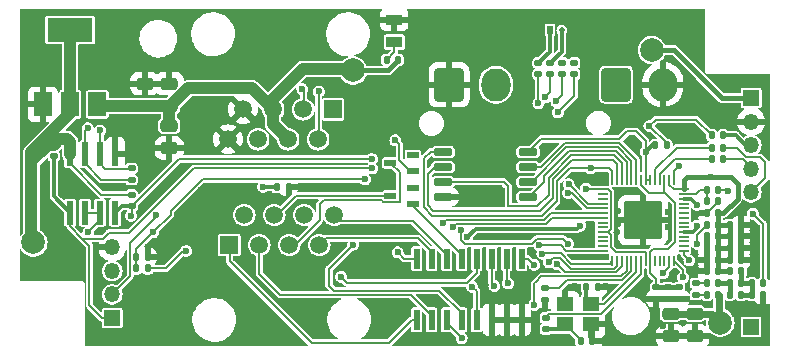
<source format=gbr>
G04 #@! TF.GenerationSoftware,KiCad,Pcbnew,7.99.0-1900-g89780d353a*
G04 #@! TF.CreationDate,2023-07-18T18:24:49+03:00*
G04 #@! TF.ProjectId,RP2040_minimal,52503230-3430-45f6-9d69-6e696d616c2e,REV1*
G04 #@! TF.SameCoordinates,Original*
G04 #@! TF.FileFunction,Copper,L1,Top*
G04 #@! TF.FilePolarity,Positive*
%FSLAX46Y46*%
G04 Gerber Fmt 4.6, Leading zero omitted, Abs format (unit mm)*
G04 Created by KiCad (PCBNEW 7.99.0-1900-g89780d353a) date 2023-07-18 18:24:49*
%MOMM*%
%LPD*%
G01*
G04 APERTURE LIST*
G04 Aperture macros list*
%AMRoundRect*
0 Rectangle with rounded corners*
0 $1 Rounding radius*
0 $2 $3 $4 $5 $6 $7 $8 $9 X,Y pos of 4 corners*
0 Add a 4 corners polygon primitive as box body*
4,1,4,$2,$3,$4,$5,$6,$7,$8,$9,$2,$3,0*
0 Add four circle primitives for the rounded corners*
1,1,$1+$1,$2,$3*
1,1,$1+$1,$4,$5*
1,1,$1+$1,$6,$7*
1,1,$1+$1,$8,$9*
0 Add four rect primitives between the rounded corners*
20,1,$1+$1,$2,$3,$4,$5,0*
20,1,$1+$1,$4,$5,$6,$7,0*
20,1,$1+$1,$6,$7,$8,$9,0*
20,1,$1+$1,$8,$9,$2,$3,0*%
G04 Aperture macros list end*
G04 #@! TA.AperFunction,SMDPad,CuDef*
%ADD10RoundRect,0.140000X0.140000X0.170000X-0.140000X0.170000X-0.140000X-0.170000X0.140000X-0.170000X0*%
G04 #@! TD*
G04 #@! TA.AperFunction,SMDPad,CuDef*
%ADD11R,0.533400X1.701800*%
G04 #@! TD*
G04 #@! TA.AperFunction,SMDPad,CuDef*
%ADD12RoundRect,0.140000X-0.140000X-0.170000X0.140000X-0.170000X0.140000X0.170000X-0.140000X0.170000X0*%
G04 #@! TD*
G04 #@! TA.AperFunction,SMDPad,CuDef*
%ADD13R,1.000000X0.550000*%
G04 #@! TD*
G04 #@! TA.AperFunction,SMDPad,CuDef*
%ADD14RoundRect,0.140000X-0.170000X0.140000X-0.170000X-0.140000X0.170000X-0.140000X0.170000X0.140000X0*%
G04 #@! TD*
G04 #@! TA.AperFunction,SMDPad,CuDef*
%ADD15RoundRect,0.140000X0.170000X-0.140000X0.170000X0.140000X-0.170000X0.140000X-0.170000X-0.140000X0*%
G04 #@! TD*
G04 #@! TA.AperFunction,SMDPad,CuDef*
%ADD16RoundRect,0.041300X0.253700X-0.943700X0.253700X0.943700X-0.253700X0.943700X-0.253700X-0.943700X0*%
G04 #@! TD*
G04 #@! TA.AperFunction,SMDPad,CuDef*
%ADD17RoundRect,0.250000X0.475000X-0.250000X0.475000X0.250000X-0.475000X0.250000X-0.475000X-0.250000X0*%
G04 #@! TD*
G04 #@! TA.AperFunction,SMDPad,CuDef*
%ADD18RoundRect,0.050000X-0.387500X-0.050000X0.387500X-0.050000X0.387500X0.050000X-0.387500X0.050000X0*%
G04 #@! TD*
G04 #@! TA.AperFunction,SMDPad,CuDef*
%ADD19RoundRect,0.050000X-0.050000X-0.387500X0.050000X-0.387500X0.050000X0.387500X-0.050000X0.387500X0*%
G04 #@! TD*
G04 #@! TA.AperFunction,ComponentPad*
%ADD20C,0.600000*%
G04 #@! TD*
G04 #@! TA.AperFunction,SMDPad,CuDef*
%ADD21RoundRect,0.144000X-1.456000X-1.456000X1.456000X-1.456000X1.456000X1.456000X-1.456000X1.456000X0*%
G04 #@! TD*
G04 #@! TA.AperFunction,ComponentPad*
%ADD22R,1.350000X1.350000*%
G04 #@! TD*
G04 #@! TA.AperFunction,ComponentPad*
%ADD23O,1.350000X1.350000*%
G04 #@! TD*
G04 #@! TA.AperFunction,ComponentPad*
%ADD24R,0.500000X0.700000*%
G04 #@! TD*
G04 #@! TA.AperFunction,ComponentPad*
%ADD25O,0.500000X0.500000*%
G04 #@! TD*
G04 #@! TA.AperFunction,SMDPad,CuDef*
%ADD26RoundRect,0.250000X-0.475000X0.250000X-0.475000X-0.250000X0.475000X-0.250000X0.475000X0.250000X0*%
G04 #@! TD*
G04 #@! TA.AperFunction,ComponentPad*
%ADD27RoundRect,0.250000X-0.980000X-1.150000X0.980000X-1.150000X0.980000X1.150000X-0.980000X1.150000X0*%
G04 #@! TD*
G04 #@! TA.AperFunction,ComponentPad*
%ADD28O,2.460000X2.800000*%
G04 #@! TD*
G04 #@! TA.AperFunction,SMDPad,CuDef*
%ADD29RoundRect,0.150000X-0.650000X-0.150000X0.650000X-0.150000X0.650000X0.150000X-0.650000X0.150000X0*%
G04 #@! TD*
G04 #@! TA.AperFunction,SMDPad,CuDef*
%ADD30R,1.500000X2.000000*%
G04 #@! TD*
G04 #@! TA.AperFunction,SMDPad,CuDef*
%ADD31R,3.800000X2.000000*%
G04 #@! TD*
G04 #@! TA.AperFunction,SMDPad,CuDef*
%ADD32R,1.400000X1.200000*%
G04 #@! TD*
G04 #@! TA.AperFunction,SMDPad,CuDef*
%ADD33R,1.400000X0.900000*%
G04 #@! TD*
G04 #@! TA.AperFunction,ComponentPad*
%ADD34R,1.500000X1.500000*%
G04 #@! TD*
G04 #@! TA.AperFunction,ComponentPad*
%ADD35C,1.500000*%
G04 #@! TD*
G04 #@! TA.AperFunction,ViaPad*
%ADD36C,0.600000*%
G04 #@! TD*
G04 #@! TA.AperFunction,ViaPad*
%ADD37C,2.000000*%
G04 #@! TD*
G04 #@! TA.AperFunction,Conductor*
%ADD38C,0.150000*%
G04 #@! TD*
G04 #@! TA.AperFunction,Conductor*
%ADD39C,0.200000*%
G04 #@! TD*
G04 #@! TA.AperFunction,Conductor*
%ADD40C,1.000000*%
G04 #@! TD*
G04 #@! TA.AperFunction,Conductor*
%ADD41C,0.400000*%
G04 #@! TD*
G04 #@! TA.AperFunction,Conductor*
%ADD42C,0.300000*%
G04 #@! TD*
G04 #@! TA.AperFunction,Conductor*
%ADD43C,0.600000*%
G04 #@! TD*
G04 APERTURE END LIST*
D10*
X181556800Y-64932200D03*
X180596800Y-64932200D03*
X181556800Y-66913400D03*
X180596800Y-66913400D03*
D11*
X156007000Y-71002800D03*
X157277000Y-71002800D03*
X158547000Y-71002800D03*
X159817000Y-71002800D03*
X161087000Y-71002800D03*
X162357000Y-71002800D03*
X163627000Y-71002800D03*
X164897000Y-71002800D03*
X164897000Y-65821200D03*
X163627000Y-65821200D03*
X162357000Y-65821200D03*
X161087000Y-65821200D03*
X159817000Y-65821200D03*
X158547000Y-65821200D03*
X157277000Y-65821200D03*
X156007000Y-65821200D03*
D10*
X181937800Y-57413800D03*
X180977800Y-57413800D03*
D12*
X182501800Y-67904000D03*
X183461800Y-67904000D03*
D13*
X155687000Y-58368600D03*
X155687000Y-57068600D03*
X153787000Y-57718600D03*
D10*
X181556800Y-63941600D03*
X180596800Y-63941600D03*
D12*
X182501800Y-64932200D03*
X183461800Y-64932200D03*
D14*
X169342000Y-49263000D03*
X169342000Y-50223000D03*
X176276200Y-68262200D03*
X176276200Y-69222200D03*
D15*
X131877000Y-61373600D03*
X131877000Y-60413600D03*
X125273000Y-57131800D03*
X125273000Y-56171800D03*
D16*
X126670000Y-61932000D03*
X127940000Y-61932000D03*
X129210000Y-61932000D03*
X130480000Y-61932000D03*
X130480000Y-56982000D03*
X129210000Y-56982000D03*
X127940000Y-56982000D03*
X126670000Y-56982000D03*
D10*
X145158600Y-59776000D03*
X144198600Y-59776000D03*
D14*
X177266800Y-68262200D03*
X177266800Y-69222200D03*
D17*
X132969200Y-52902800D03*
X132969200Y-51002800D03*
D14*
X166929000Y-70853000D03*
X166929000Y-71813000D03*
D18*
X171746500Y-59970000D03*
X171746500Y-60370000D03*
X171746500Y-60770000D03*
X171746500Y-61170000D03*
X171746500Y-61570000D03*
X171746500Y-61970000D03*
X171746500Y-62370000D03*
X171746500Y-62770000D03*
X171746500Y-63170000D03*
X171746500Y-63570000D03*
X171746500Y-63970000D03*
X171746500Y-64370000D03*
X171746500Y-64770000D03*
X171746500Y-65170000D03*
D19*
X172584000Y-66007500D03*
X172984000Y-66007500D03*
X173384000Y-66007500D03*
X173784000Y-66007500D03*
X174184000Y-66007500D03*
X174584000Y-66007500D03*
X174984000Y-66007500D03*
X175384000Y-66007500D03*
X175784000Y-66007500D03*
X176184000Y-66007500D03*
X176584000Y-66007500D03*
X176984000Y-66007500D03*
X177384000Y-66007500D03*
X177784000Y-66007500D03*
D18*
X178621500Y-65170000D03*
X178621500Y-64770000D03*
X178621500Y-64370000D03*
X178621500Y-63970000D03*
X178621500Y-63570000D03*
X178621500Y-63170000D03*
X178621500Y-62770000D03*
X178621500Y-62370000D03*
X178621500Y-61970000D03*
X178621500Y-61570000D03*
X178621500Y-61170000D03*
X178621500Y-60770000D03*
X178621500Y-60370000D03*
X178621500Y-59970000D03*
D19*
X177784000Y-59132500D03*
X177384000Y-59132500D03*
X176984000Y-59132500D03*
X176584000Y-59132500D03*
X176184000Y-59132500D03*
X175784000Y-59132500D03*
X175384000Y-59132500D03*
X174984000Y-59132500D03*
X174584000Y-59132500D03*
X174184000Y-59132500D03*
X173784000Y-59132500D03*
X173384000Y-59132500D03*
X172984000Y-59132500D03*
X172584000Y-59132500D03*
D20*
X173909000Y-61295000D03*
X173909000Y-62570000D03*
X173909000Y-63845000D03*
X175184000Y-61295000D03*
X175184000Y-62570000D03*
D21*
X175184000Y-62570000D03*
D20*
X175184000Y-63845000D03*
X176459000Y-61295000D03*
X176459000Y-62570000D03*
X176459000Y-63845000D03*
D22*
X130236000Y-70858400D03*
D23*
X130236000Y-68858400D03*
X130236000Y-66858400D03*
X130236000Y-64858400D03*
D14*
X131877000Y-58178400D03*
X131877000Y-59138400D03*
D24*
X167292600Y-46481200D03*
D25*
X168292600Y-46481200D03*
D14*
X166319400Y-49263000D03*
X166319400Y-50223000D03*
D26*
X177520800Y-70484600D03*
X177520800Y-72384600D03*
D27*
X172898000Y-51090000D03*
D28*
X176858000Y-51090000D03*
D14*
X168351400Y-49263000D03*
X168351400Y-50223000D03*
D10*
X181556800Y-61960400D03*
X180596800Y-61960400D03*
D12*
X132276000Y-66658400D03*
X133236000Y-66658400D03*
D14*
X166903600Y-68341000D03*
X166903600Y-69301000D03*
D10*
X181556800Y-68894600D03*
X180596800Y-68894600D03*
D12*
X169928800Y-72806200D03*
X170888800Y-72806200D03*
X170386000Y-68259600D03*
X171346000Y-68259600D03*
D22*
X184302600Y-71612400D03*
D12*
X180592000Y-62951000D03*
X181552000Y-62951000D03*
X176228000Y-56220000D03*
X177188000Y-56220000D03*
D29*
X158249000Y-56778800D03*
X158249000Y-58048800D03*
X158249000Y-59318800D03*
X158249000Y-60588800D03*
X165449000Y-60588800D03*
X165449000Y-59318800D03*
X165449000Y-58048800D03*
X165449000Y-56778800D03*
D12*
X182501800Y-66913400D03*
X183461800Y-66913400D03*
D14*
X167335400Y-49263000D03*
X167335400Y-50223000D03*
D26*
X135052000Y-54574000D03*
X135052000Y-56474000D03*
D30*
X124370000Y-52766000D03*
X126670000Y-52766000D03*
D31*
X126670000Y-46466000D03*
D30*
X128970000Y-52766000D03*
D14*
X178257400Y-68262200D03*
X178257400Y-69222200D03*
D12*
X184381400Y-67904000D03*
X185341400Y-67904000D03*
X132266000Y-65678400D03*
X133226000Y-65678400D03*
X181003200Y-55381800D03*
X181963200Y-55381800D03*
D10*
X181937800Y-56423200D03*
X180977800Y-56423200D03*
D13*
X155687000Y-61162600D03*
X155687000Y-59862600D03*
X153787000Y-60512600D03*
D12*
X182501800Y-62951000D03*
X183461800Y-62951000D03*
D10*
X181556800Y-60969800D03*
X180596800Y-60969800D03*
X154429600Y-48981000D03*
X153469600Y-48981000D03*
D27*
X158751400Y-51115400D03*
D28*
X162711400Y-51115400D03*
D32*
X168580000Y-71382000D03*
X170780000Y-71382000D03*
X170780000Y-69682000D03*
X168580000Y-69682000D03*
D12*
X182501800Y-68894600D03*
X183461800Y-68894600D03*
X180596800Y-59979200D03*
X181556800Y-59979200D03*
X184381400Y-68894600D03*
X185341400Y-68894600D03*
X182501800Y-65922800D03*
X183461800Y-65922800D03*
D33*
X154102000Y-45592600D03*
X154102000Y-47492600D03*
D12*
X180596800Y-67904000D03*
X181556800Y-67904000D03*
D26*
X179552800Y-70484600D03*
X179552800Y-72384600D03*
D17*
X135052000Y-52902800D03*
X135052000Y-51002800D03*
D22*
X184328000Y-52220000D03*
D23*
X184328000Y-54220000D03*
X184328000Y-56220000D03*
X184328000Y-58220000D03*
X184328000Y-60220000D03*
D12*
X182501800Y-63941600D03*
X183461800Y-63941600D03*
D34*
X148935700Y-53179300D03*
D35*
X147665700Y-55719300D03*
X146395700Y-53179300D03*
X145125700Y-55719300D03*
X143855700Y-53179300D03*
X142585700Y-55719300D03*
X141315700Y-53179300D03*
X140045700Y-55719300D03*
D15*
X179629000Y-68866600D03*
X179629000Y-67906600D03*
D34*
X140142100Y-64666900D03*
D35*
X141412100Y-62126900D03*
X142682100Y-64666900D03*
X143952100Y-62126900D03*
X145222100Y-64666900D03*
X146492100Y-62126900D03*
X147762100Y-64666900D03*
X149032100Y-62126900D03*
D10*
X181556800Y-65922800D03*
X180596800Y-65922800D03*
D36*
X182042000Y-50632000D03*
X175946000Y-53172000D03*
X177292200Y-61884200D03*
X158928000Y-67269000D03*
X169037200Y-61223800D03*
X173152000Y-45806000D03*
X182296000Y-53934000D03*
X135687000Y-72349000D03*
X138354000Y-62062000D03*
X132766000Y-70190000D03*
X127330400Y-59928400D03*
X176200000Y-45806000D03*
X126695400Y-65211600D03*
X144323000Y-67523000D03*
X178994000Y-45806000D03*
X161722000Y-53934000D03*
X135052000Y-65110000D03*
X172009000Y-68183400D03*
X174472800Y-56093000D03*
X134137600Y-57718600D03*
X179756000Y-62062000D03*
X170231000Y-65719600D03*
X154102000Y-63332000D03*
X172999600Y-54746800D03*
X162230000Y-60792000D03*
X123876000Y-66634000D03*
X165735200Y-65211600D03*
X153467000Y-71206000D03*
X171831200Y-59369600D03*
X177266800Y-63128800D03*
X128702000Y-72730000D03*
X163246000Y-69047000D03*
X177470000Y-45806000D03*
X172517000Y-72526800D03*
X171424800Y-65719500D03*
X174472800Y-60055400D03*
X161264800Y-64017800D03*
X178486000Y-54696000D03*
X162331600Y-54873800D03*
X164262000Y-53172000D03*
X162230000Y-53172000D03*
X124384000Y-50124000D03*
X132766000Y-57490000D03*
X176860400Y-71510800D03*
X174803000Y-49438200D03*
X172237600Y-48879400D03*
X162839600Y-60080800D03*
X181026000Y-54188000D03*
X159436000Y-69047000D03*
X182981800Y-70545600D03*
X169379063Y-68183389D03*
X151054000Y-53172000D03*
X123622000Y-46060000D03*
X142672000Y-46568000D03*
X173025000Y-62900200D03*
X156642000Y-67142000D03*
X133274000Y-64856000D03*
X172999600Y-63611400D03*
X134290000Y-72476000D03*
X137947600Y-55432600D03*
X163093600Y-64017800D03*
X180772000Y-52664000D03*
X170358000Y-63840000D03*
X160452000Y-54442000D03*
X162179200Y-57083600D03*
X178486000Y-53172000D03*
X182931000Y-72222000D03*
X141656000Y-69936000D03*
X173431400Y-72857000D03*
X145974000Y-67523000D03*
X147371000Y-67523000D03*
X154610000Y-67142000D03*
X164770000Y-68666000D03*
X162738000Y-46060000D03*
X173442212Y-60095989D03*
X132639000Y-71333000D03*
X135560000Y-68412000D03*
X183312000Y-61935000D03*
X164516000Y-63967000D03*
X163754000Y-54188000D03*
X173406000Y-53680000D03*
X146482000Y-46568000D03*
X131750000Y-45044000D03*
X128702000Y-50124000D03*
X160706000Y-57744000D03*
X179984600Y-51876600D03*
X158674000Y-46060000D03*
X128586000Y-71198400D03*
X161214000Y-60665000D03*
X157658000Y-69428000D03*
X132385000Y-68158000D03*
X172390000Y-45806000D03*
X175641200Y-72755400D03*
X138862000Y-59776000D03*
X129718000Y-46568000D03*
X135737800Y-62265200D03*
X135306000Y-63586000D03*
X147498000Y-71460000D03*
X135306000Y-70698000D03*
X161036200Y-59979200D03*
X169723000Y-64094000D03*
X163246000Y-57236000D03*
X135890200Y-58455200D03*
X177825600Y-67091200D03*
X163449200Y-58455200D03*
X158801000Y-54162600D03*
X162230000Y-58252000D03*
X161214000Y-56728000D03*
X137769800Y-59979200D03*
X170866000Y-45806000D03*
X173025000Y-61757200D03*
X174523600Y-53400600D03*
X179756000Y-66786400D03*
X143942000Y-63586000D03*
X138150800Y-63535200D03*
X143434000Y-47584000D03*
X134163000Y-59979200D03*
D37*
X150622200Y-49895400D03*
X175920600Y-48168200D03*
D36*
X170358000Y-59903000D03*
D37*
X123545800Y-64449600D03*
D36*
X180924400Y-58912400D03*
X175384000Y-56782000D03*
D37*
X181713174Y-71246774D03*
D36*
X159817000Y-72552200D03*
X179705200Y-63052600D03*
X154406800Y-65287800D03*
X165966000Y-69738400D03*
X136486000Y-65178400D03*
X167970400Y-53451400D03*
X167919600Y-66287300D03*
X167189589Y-66117481D03*
X167843400Y-52511600D03*
X166640089Y-65414800D03*
X166878200Y-52181400D03*
X166392142Y-64706268D03*
X166319400Y-52689400D03*
X168824147Y-60269044D03*
X168884800Y-59522000D03*
X143002200Y-59750600D03*
X179730600Y-61249200D03*
X160299600Y-64027100D03*
X169875400Y-63027200D03*
X165963800Y-66354600D03*
X179095600Y-65973600D03*
X170764400Y-58175800D03*
X175717400Y-54594400D03*
X154203600Y-55813600D03*
X160706000Y-68208800D03*
X163754000Y-67929400D03*
X178562200Y-67415793D03*
X162585600Y-68132600D03*
X176860400Y-67074700D03*
X128168600Y-54797600D03*
X147726600Y-51673400D03*
X129210000Y-54975400D03*
X146329600Y-51470200D03*
X131826000Y-62198400D03*
X152222400Y-57388400D03*
X133976000Y-62138400D03*
X158242200Y-62776420D03*
X152236234Y-58179345D03*
X159055000Y-63128800D03*
X182372200Y-60106200D03*
X149606200Y-67370600D03*
X150622200Y-64635500D03*
X184480400Y-62011200D03*
X178181200Y-57998000D03*
X168807528Y-64544972D03*
X151638200Y-59090200D03*
X133711000Y-63583400D03*
X179756000Y-64576600D03*
X128206000Y-63586011D03*
X159740800Y-63437540D03*
D38*
X175184000Y-62570000D02*
X173909000Y-62570000D01*
X166903600Y-69301000D02*
X167133400Y-69301000D01*
D39*
X181556800Y-60969800D02*
X181556800Y-61000400D01*
D38*
X175184000Y-63845000D02*
X175184000Y-62570000D01*
X173909000Y-63845000D02*
X175184000Y-63845000D01*
D39*
X180495200Y-62062000D02*
X180596800Y-61960400D01*
X181556800Y-61000400D02*
X180596800Y-61960400D01*
D40*
X143855700Y-53179300D02*
X143855700Y-54449300D01*
D41*
X154429600Y-49023285D02*
X154429600Y-48981000D01*
D40*
X135149113Y-52902800D02*
X135052000Y-52902800D01*
X132969200Y-52902800D02*
X129106800Y-52902800D01*
D41*
X179984600Y-50327200D02*
X177825600Y-48168200D01*
X150622200Y-49895400D02*
X153557485Y-49895400D01*
X153557485Y-49895400D02*
X154429600Y-49023285D01*
D40*
X150495200Y-49768400D02*
X146355000Y-49768400D01*
X136657913Y-51394000D02*
X135149113Y-52902800D01*
D41*
X181877400Y-52220000D02*
X179984600Y-50327200D01*
X184328000Y-52220000D02*
X181877400Y-52220000D01*
D40*
X135052000Y-52902800D02*
X132969200Y-52902800D01*
X143855700Y-54449300D02*
X145125700Y-55719300D01*
X142070400Y-51394000D02*
X136657913Y-51394000D01*
X143855700Y-52267700D02*
X143855700Y-53179300D01*
X129106800Y-52902800D02*
X128970000Y-52766000D01*
D41*
X177825600Y-48168200D02*
X175920600Y-48168200D01*
D40*
X146355000Y-49768400D02*
X143855700Y-52267700D01*
X150622200Y-49895400D02*
X150495200Y-49768400D01*
X135052000Y-52902800D02*
X135052000Y-54574000D01*
X143855700Y-53179300D02*
X142070400Y-51394000D01*
D39*
X174584000Y-66007500D02*
X174584000Y-66968305D01*
X174584000Y-66968305D02*
X171870305Y-69682000D01*
X171870305Y-69682000D02*
X170780000Y-69682000D01*
D42*
X170386000Y-69288000D02*
X170780000Y-69682000D01*
X170386000Y-68259600D02*
X170386000Y-69288000D01*
D39*
X174984000Y-67138800D02*
X174984000Y-66007500D01*
X166929000Y-70853000D02*
X167249511Y-70532489D01*
X167249511Y-70532489D02*
X171590311Y-70532489D01*
X171590311Y-70532489D02*
X174984000Y-67138800D01*
D40*
X123395500Y-57582751D02*
X124806451Y-56171800D01*
D38*
X129314200Y-60413600D02*
X126670000Y-57769400D01*
X131877000Y-60413600D02*
X129314200Y-60413600D01*
D40*
X125766400Y-55678400D02*
X126416000Y-55678400D01*
X126670000Y-55932400D02*
X126670000Y-56982000D01*
D39*
X177384000Y-59132500D02*
X177384000Y-59593585D01*
D41*
X181556800Y-66913400D02*
X182501800Y-66913400D01*
D39*
X177384000Y-59593585D02*
X177760415Y-59970000D01*
D40*
X124806451Y-56171800D02*
X125273000Y-56171800D01*
D39*
X173835200Y-55026200D02*
X174549000Y-55026200D01*
D42*
X175946000Y-56220000D02*
X175384000Y-56782000D01*
D43*
X180976400Y-70510000D02*
X177546200Y-70510000D01*
D39*
X166535120Y-55692680D02*
X165449000Y-56778800D01*
X170425000Y-59970000D02*
X170358000Y-59903000D01*
D40*
X125273000Y-56171800D02*
X125766400Y-55678400D01*
D41*
X181556800Y-61960400D02*
X181965800Y-61960400D01*
D39*
X173835200Y-55026200D02*
X173168720Y-55692680D01*
D41*
X181556800Y-66913400D02*
X181556800Y-65922800D01*
D43*
X177546200Y-70510000D02*
X177520800Y-70484600D01*
D41*
X182501800Y-65922800D02*
X181556800Y-65922800D01*
D39*
X172433520Y-64874120D02*
X172847200Y-65287800D01*
X154406800Y-65287800D02*
X154940200Y-65821200D01*
X173168720Y-55692680D02*
X166535120Y-55692680D01*
D40*
X126670000Y-53527600D02*
X126670000Y-52766000D01*
D39*
X175384000Y-65360800D02*
X175384000Y-66007500D01*
D41*
X178892400Y-58912400D02*
X178621500Y-59183300D01*
D40*
X126670000Y-52766000D02*
X126670000Y-46466000D01*
D41*
X183185000Y-59471200D02*
X182626200Y-58912400D01*
D42*
X179391000Y-63570000D02*
X178621500Y-63570000D01*
D39*
X172433520Y-63344065D02*
X172207585Y-63570000D01*
D43*
X181584800Y-71118400D02*
X181584800Y-68922600D01*
X181713174Y-71246774D02*
X181584800Y-71118400D01*
D41*
X180924400Y-58912400D02*
X178892400Y-58912400D01*
D40*
X123395500Y-64383200D02*
X123395500Y-57582751D01*
D39*
X175784000Y-59132500D02*
X175384000Y-59132500D01*
X172207585Y-59970000D02*
X172433520Y-60195935D01*
D43*
X181713174Y-71246774D02*
X180976400Y-70510000D01*
D39*
X171746500Y-59970000D02*
X172207585Y-59970000D01*
D42*
X176228000Y-56220000D02*
X175946000Y-56220000D01*
D41*
X178621500Y-59183300D02*
X178621500Y-59920480D01*
D39*
X172847200Y-65287800D02*
X175311000Y-65287800D01*
X175384000Y-56782000D02*
X175384000Y-59132500D01*
D40*
X123395500Y-56802100D02*
X126670000Y-53527600D01*
X123395500Y-64383200D02*
X123395500Y-56802100D01*
D39*
X174549000Y-55026200D02*
X175384000Y-55861200D01*
D41*
X182501800Y-62951000D02*
X182501800Y-65922800D01*
D39*
X172207585Y-63570000D02*
X172433520Y-63795935D01*
D41*
X182501800Y-63941600D02*
X181556800Y-63941600D01*
D42*
X179705200Y-63255800D02*
X179391000Y-63570000D01*
D39*
X172433520Y-63795935D02*
X172433520Y-64874120D01*
D40*
X126416000Y-55678400D02*
X126670000Y-55932400D01*
D39*
X158547000Y-71282200D02*
X159817000Y-72552200D01*
D42*
X179705200Y-63052600D02*
X179705200Y-63255800D01*
D39*
X175384000Y-55861200D02*
X175384000Y-56782000D01*
D41*
X183185000Y-60741200D02*
X183185000Y-59471200D01*
D39*
X171746500Y-59970000D02*
X170425000Y-59970000D01*
D41*
X181552000Y-62951000D02*
X182501800Y-62951000D01*
D39*
X177760415Y-59970000D02*
X178621500Y-59970000D01*
X175311000Y-65287800D02*
X175384000Y-65360800D01*
D40*
X123461900Y-64449600D02*
X123395500Y-64383200D01*
D39*
X172433520Y-60195935D02*
X172433520Y-63344065D01*
D41*
X181556800Y-65922800D02*
X181556800Y-61960400D01*
D40*
X123545800Y-64449600D02*
X123461900Y-64449600D01*
D39*
X158547000Y-71002800D02*
X158547000Y-71282200D01*
X154940200Y-65821200D02*
X156007000Y-65821200D01*
D41*
X181556800Y-64932200D02*
X182501800Y-64932200D01*
D43*
X181584800Y-68922600D02*
X181556800Y-68894600D01*
D41*
X182626200Y-58912400D02*
X180924400Y-58912400D01*
X181965800Y-61960400D02*
X183185000Y-60741200D01*
D39*
X172207585Y-63570000D02*
X171746500Y-63570000D01*
D38*
X126670000Y-57769400D02*
X126670000Y-56982000D01*
D39*
X176911200Y-60284000D02*
X175674415Y-60284000D01*
X176276200Y-67523000D02*
X176276200Y-68262200D01*
X177292200Y-65008400D02*
X177901800Y-64398800D01*
D41*
X176276200Y-68262200D02*
X178257400Y-68262200D01*
D39*
X175784000Y-66007500D02*
X175784000Y-65221200D01*
X175996800Y-65008400D02*
X177292200Y-65008400D01*
X175784000Y-67030800D02*
X176276200Y-67523000D01*
X176984000Y-60211200D02*
X176911200Y-60284000D01*
X177901800Y-64398800D02*
X177901800Y-61129000D01*
X174984000Y-59593585D02*
X174984000Y-59132500D01*
X175784000Y-66007500D02*
X175784000Y-67030800D01*
X175674415Y-60284000D02*
X174984000Y-59593585D01*
X177901800Y-61129000D02*
X176984000Y-60211200D01*
X175784000Y-65221200D02*
X175996800Y-65008400D01*
X176984000Y-59132500D02*
X176984000Y-60211200D01*
D42*
X184328000Y-56220000D02*
X183845400Y-56220000D01*
X183007200Y-55381800D02*
X181963200Y-55381800D01*
X183845400Y-56220000D02*
X183007200Y-55381800D01*
D38*
X166565520Y-67328880D02*
X166076000Y-67818400D01*
X134776000Y-66658400D02*
X133236000Y-66658400D01*
X136256000Y-65178400D02*
X134776000Y-66658400D01*
X136486000Y-65178400D02*
X136256000Y-65178400D01*
X165966000Y-67928400D02*
X165966000Y-69738400D01*
X173303534Y-67328880D02*
X172096000Y-67328880D01*
X173784000Y-66848414D02*
X173303534Y-67328880D01*
X172096000Y-67328880D02*
X166565520Y-67328880D01*
X166076000Y-67818400D02*
X165966000Y-67928400D01*
X173784000Y-66007500D02*
X173784000Y-66848414D01*
D39*
X169342000Y-52079800D02*
X167970400Y-53451400D01*
X169342000Y-50223000D02*
X169342000Y-52079800D01*
D38*
X173384000Y-66456815D02*
X173384000Y-66007500D01*
X167919600Y-66287300D02*
X168601340Y-66969040D01*
X172871774Y-66969040D02*
X173384000Y-66456815D01*
X168601340Y-66969040D02*
X172871774Y-66969040D01*
X168136861Y-65762789D02*
X169043592Y-66669520D01*
X172984000Y-66433229D02*
X172984000Y-66007500D01*
X167544281Y-65762789D02*
X168136861Y-65762789D01*
D39*
X168351400Y-50223000D02*
X168351400Y-52003600D01*
D38*
X172747709Y-66669520D02*
X172984000Y-66433229D01*
D39*
X168351400Y-52003600D02*
X167843400Y-52511600D01*
D38*
X169043592Y-66669520D02*
X172747709Y-66669520D01*
X167189589Y-66117481D02*
X167544281Y-65762789D01*
X169050658Y-66253000D02*
X172338500Y-66253000D01*
X166665489Y-65389400D02*
X168187058Y-65389400D01*
D39*
X167335400Y-50223000D02*
X167335400Y-51724200D01*
X167335400Y-51724200D02*
X166878200Y-52181400D01*
D38*
X166640089Y-65414800D02*
X166665489Y-65389400D01*
X172338500Y-66253000D02*
X172584000Y-66007500D01*
X168187058Y-65389400D02*
X169050658Y-66253000D01*
X166392142Y-64706268D02*
X168227068Y-64706268D01*
X168690800Y-65170000D02*
X171746500Y-65170000D01*
X168227068Y-64706268D02*
X168690800Y-65170000D01*
D39*
X166319400Y-50223000D02*
X166319400Y-52689400D01*
X169137548Y-60269044D02*
X170438504Y-61570000D01*
X170438504Y-61570000D02*
X171746500Y-61570000D01*
X168824147Y-60269044D02*
X169137548Y-60269044D01*
X168884800Y-59522000D02*
X170532800Y-61170000D01*
X170532800Y-61170000D02*
X171746500Y-61170000D01*
X180596800Y-60969800D02*
X180596800Y-59979200D01*
X180010000Y-59979200D02*
X180596800Y-59979200D01*
X178621500Y-60370000D02*
X179619200Y-60370000D01*
X179619200Y-60370000D02*
X180010000Y-59979200D01*
D42*
X169615040Y-63287560D02*
X169875400Y-63027200D01*
X143027600Y-59776000D02*
X144198600Y-59776000D01*
X161039140Y-63287560D02*
X169615040Y-63287560D01*
X160299600Y-64027100D02*
X161039140Y-63287560D01*
X178621500Y-60770000D02*
X179251400Y-60770000D01*
X143002200Y-59750600D02*
X143027600Y-59776000D01*
X179251400Y-60770000D02*
X179730600Y-61249200D01*
D38*
X178621500Y-65499500D02*
X179095600Y-65973600D01*
X165430400Y-65821200D02*
X165963800Y-66354600D01*
X178621500Y-65170000D02*
X178621500Y-65499500D01*
X164897000Y-65821200D02*
X165430400Y-65821200D01*
D39*
X166649600Y-62189000D02*
X167875960Y-60962640D01*
X167875960Y-60962640D02*
X167875960Y-59286240D01*
X172584000Y-58446000D02*
X172584000Y-59132500D01*
X156616600Y-57341422D02*
X156616600Y-61477800D01*
X176250800Y-54061000D02*
X179682400Y-54061000D01*
X177188000Y-56065000D02*
X177188000Y-56220000D01*
X157327800Y-62189000D02*
X166649600Y-62189000D01*
X156616600Y-61477800D02*
X157327800Y-62189000D01*
X167875960Y-59286240D02*
X168986400Y-58175800D01*
X175717400Y-54594400D02*
X177188000Y-56065000D01*
X158249000Y-56778800D02*
X157179222Y-56778800D01*
X168986400Y-58175800D02*
X170764400Y-58175800D01*
X179682400Y-54061000D02*
X181003200Y-55381800D01*
X170764400Y-58175800D02*
X172313800Y-58175800D01*
X172313800Y-58175800D02*
X172584000Y-58446000D01*
X175717400Y-54594400D02*
X176250800Y-54061000D01*
X157179222Y-56778800D02*
X156616600Y-57341422D01*
X154536511Y-56146511D02*
X154203600Y-55813600D01*
X160706000Y-68208800D02*
X161087000Y-68589800D01*
X155687000Y-58368600D02*
X155462000Y-58368600D01*
X161087000Y-68589800D02*
X161087000Y-71002800D01*
X155462000Y-58368600D02*
X154536511Y-57443111D01*
X154536511Y-57443111D02*
X154536511Y-56146511D01*
X173177400Y-56042200D02*
X174584000Y-57448800D01*
X166522600Y-58048800D02*
X168529200Y-56042200D01*
X165449000Y-58048800D02*
X166522600Y-58048800D01*
X174584000Y-57448800D02*
X174584000Y-59132500D01*
X168529200Y-56042200D02*
X173177400Y-56042200D01*
X168673976Y-56391720D02*
X173032624Y-56391720D01*
X174184000Y-57543096D02*
X174184000Y-59132500D01*
X165746895Y-59318800D02*
X168673976Y-56391720D01*
X173032624Y-56391720D02*
X174184000Y-57543096D01*
X165449000Y-59318800D02*
X165746895Y-59318800D01*
X165449000Y-60588800D02*
X165544006Y-60588800D01*
X166827400Y-59305406D02*
X166827400Y-58810800D01*
X173784000Y-57637392D02*
X173784000Y-59132500D01*
X166827400Y-58810800D02*
X168896960Y-56741240D01*
X172887848Y-56741240D02*
X173784000Y-57637392D01*
X168896960Y-56741240D02*
X172887848Y-56741240D01*
X165544006Y-60588800D02*
X166827400Y-59305406D01*
X163373000Y-59318800D02*
X163754000Y-59699800D01*
X173384000Y-57731688D02*
X173384000Y-59132500D01*
X169041736Y-57090760D02*
X172743072Y-57090760D01*
X166217800Y-61376200D02*
X167176920Y-60417080D01*
X163754000Y-61376200D02*
X166217800Y-61376200D01*
X167176920Y-60417080D02*
X167176920Y-58955576D01*
X163754000Y-59699800D02*
X163754000Y-61376200D01*
X158249000Y-59318800D02*
X163373000Y-59318800D01*
X167176920Y-58955576D02*
X169041736Y-57090760D01*
X172743072Y-57090760D02*
X173384000Y-57731688D01*
X169186512Y-57440280D02*
X172593200Y-57440280D01*
X167526440Y-60677160D02*
X167526440Y-59100352D01*
X167526440Y-59100352D02*
X169186512Y-57440280D01*
X166421000Y-61782600D02*
X167526440Y-60677160D01*
X158249000Y-58048800D02*
X157556400Y-58048800D01*
X157556400Y-58048800D02*
X156972200Y-58633000D01*
X172593200Y-57440280D02*
X172984000Y-57831080D01*
X156972200Y-58633000D02*
X156972200Y-61325400D01*
X157429400Y-61782600D02*
X166421000Y-61782600D01*
X156972200Y-61325400D02*
X157429400Y-61782600D01*
X172984000Y-57831080D02*
X172984000Y-59132500D01*
X185090000Y-57236000D02*
X183933296Y-57236000D01*
X185521800Y-57667800D02*
X185090000Y-57236000D01*
X183933296Y-57236000D02*
X183120496Y-56423200D01*
X183120496Y-56423200D02*
X181937800Y-56423200D01*
X185521800Y-59026200D02*
X185521800Y-57667800D01*
X184328000Y-60220000D02*
X185521800Y-59026200D01*
X184328000Y-58220000D02*
X184328000Y-58125000D01*
X184328000Y-58125000D02*
X183616800Y-57413800D01*
X183616800Y-57413800D02*
X181937800Y-57413800D01*
D42*
X166929000Y-71813000D02*
X168149000Y-71813000D01*
D39*
X169928800Y-72730800D02*
X168580000Y-71382000D01*
D42*
X168149000Y-71813000D02*
X168580000Y-71382000D01*
D39*
X169928800Y-72806200D02*
X169928800Y-72730800D01*
D38*
X163627000Y-65821200D02*
X163627000Y-67802400D01*
X178562200Y-67415793D02*
X178562200Y-66785700D01*
X163627000Y-67802400D02*
X163754000Y-67929400D01*
X178562200Y-66785700D02*
X177784000Y-66007500D01*
X162357000Y-67904000D02*
X162585600Y-68132600D01*
X177384000Y-66551100D02*
X177384000Y-66007500D01*
X162357000Y-65821200D02*
X162357000Y-67904000D01*
X176860400Y-67074700D02*
X177384000Y-66551100D01*
D39*
X153181000Y-61037111D02*
X153037489Y-60893600D01*
X154559200Y-61014422D02*
X154536511Y-61037111D01*
X148133000Y-60893600D02*
X147802800Y-61223800D01*
X153787000Y-57718600D02*
X154559200Y-58490800D01*
X154536511Y-61037111D02*
X153181000Y-61037111D01*
X147802800Y-62544600D02*
X145680500Y-64666900D01*
X153037489Y-60893600D02*
X148133000Y-60893600D01*
X154559200Y-58490800D02*
X154559200Y-61014422D01*
X147802800Y-61223800D02*
X147802800Y-62544600D01*
X145680500Y-64666900D02*
X145222100Y-64666900D01*
X129309000Y-59138400D02*
X131877000Y-59138400D01*
X147701200Y-51698800D02*
X147701200Y-55493300D01*
X127940000Y-56982000D02*
X127940000Y-55026200D01*
X147726600Y-51673400D02*
X147701200Y-51698800D01*
X127940000Y-57769400D02*
X129309000Y-59138400D01*
X127940000Y-56982000D02*
X127940000Y-57769400D01*
X127940000Y-55026200D02*
X128168600Y-54797600D01*
X131838880Y-58216520D02*
X131877000Y-58178400D01*
X146329600Y-51470200D02*
X146446500Y-51587100D01*
X146446500Y-51587100D02*
X146446500Y-52938000D01*
X129210000Y-57769400D02*
X129657120Y-58216520D01*
X129657120Y-58216520D02*
X131838880Y-58216520D01*
X129210000Y-56982000D02*
X129210000Y-57769400D01*
X129210000Y-54975400D02*
X129210000Y-56982000D01*
D41*
X183461800Y-67904000D02*
X183461800Y-66913400D01*
X184381400Y-67904000D02*
X183461800Y-67904000D01*
X183461800Y-68894600D02*
X184381400Y-68894600D01*
X184381400Y-67904000D02*
X184381400Y-68894600D01*
D39*
X180596800Y-67904000D02*
X179631600Y-67904000D01*
X179631600Y-67904000D02*
X179629000Y-67906600D01*
D41*
X182501800Y-68894600D02*
X182501800Y-67904000D01*
X182501800Y-67904000D02*
X181556800Y-67904000D01*
D39*
X180596800Y-68894600D02*
X179657000Y-68894600D01*
X179657000Y-68894600D02*
X179629000Y-68866600D01*
X159817000Y-65821200D02*
X159817000Y-65474578D01*
X155687000Y-61344578D02*
X155687000Y-61162600D01*
X159817000Y-65474578D02*
X155687000Y-61344578D01*
X131877000Y-61373600D02*
X131877000Y-62147400D01*
X135862200Y-57388400D02*
X131877000Y-61373600D01*
X158480100Y-62538520D02*
X166794376Y-62538520D01*
X167362896Y-61970000D02*
X171746500Y-61970000D01*
D42*
X131038400Y-61373600D02*
X130480000Y-61932000D01*
D38*
X133976000Y-62308400D02*
X133976000Y-62138400D01*
D39*
X131877000Y-62147400D02*
X131826000Y-62198400D01*
X158242200Y-62776420D02*
X158480100Y-62538520D01*
D38*
X130236000Y-68858400D02*
X131761480Y-67332920D01*
X131761480Y-67332920D02*
X131761480Y-64522920D01*
D39*
X152222400Y-57388400D02*
X135862200Y-57388400D01*
D42*
X131877000Y-61373600D02*
X131038400Y-61373600D01*
D38*
X131846000Y-64438400D02*
X133976000Y-62308400D01*
D39*
X166794376Y-62538520D02*
X167362896Y-61970000D01*
D38*
X131761480Y-64522920D02*
X131846000Y-64438400D01*
D39*
X129437616Y-64135511D02*
X127702111Y-64135511D01*
X167457192Y-62370000D02*
X171746500Y-62370000D01*
X159055000Y-63128800D02*
X159295760Y-62888040D01*
D42*
X125273000Y-60535000D02*
X125273000Y-57131800D01*
D39*
X159295760Y-62888040D02*
X166939152Y-62888040D01*
X127702111Y-64135511D02*
X126670000Y-63103400D01*
D42*
X126670000Y-61932000D02*
X125273000Y-60535000D01*
D39*
X127702111Y-64135511D02*
X128296000Y-64729400D01*
X152236234Y-58179345D02*
X152232689Y-58175800D01*
X128296000Y-69758400D02*
X129396000Y-70858400D01*
X128296000Y-64729400D02*
X128296000Y-69758400D01*
X129924727Y-63648400D02*
X129437616Y-64135511D01*
X137134800Y-58175800D02*
X131662200Y-63648400D01*
X129396000Y-70858400D02*
X130236000Y-70858400D01*
X166939152Y-62888040D02*
X167457192Y-62370000D01*
X152232689Y-58175800D02*
X137134800Y-58175800D01*
X126670000Y-63103400D02*
X126670000Y-61932000D01*
X131662200Y-63648400D02*
X129924727Y-63648400D01*
X153787000Y-60512600D02*
X145760900Y-60512600D01*
X145760900Y-60512600D02*
X143977500Y-62296000D01*
X182245200Y-59979200D02*
X182372200Y-60106200D01*
X181556800Y-59979200D02*
X182245200Y-59979200D01*
D42*
X166319400Y-49263000D02*
X167292600Y-48289800D01*
X167292600Y-48289800D02*
X167292600Y-46481200D01*
X168292600Y-48305800D02*
X168292600Y-46481200D01*
X167335400Y-49263000D02*
X168292600Y-48305800D01*
D39*
X155626000Y-71002800D02*
X153662379Y-72966421D01*
X147124821Y-72966421D02*
X140167500Y-66009100D01*
X140167500Y-66009100D02*
X140167500Y-64836000D01*
X156007000Y-71002800D02*
X155626000Y-71002800D01*
X153662379Y-72966421D02*
X147124821Y-72966421D01*
X150121756Y-67886156D02*
X160241244Y-67886156D01*
X161087000Y-67040400D02*
X161087000Y-65821200D01*
X149606200Y-67370600D02*
X150121756Y-67886156D01*
X160241244Y-67886156D02*
X161087000Y-67040400D01*
X154102000Y-48348600D02*
X153469600Y-48981000D01*
X154102000Y-47492600D02*
X154102000Y-48348600D01*
X142682100Y-64861400D02*
X142707500Y-64836000D01*
X144467759Y-68886959D02*
X142682100Y-67101300D01*
X157277000Y-71002800D02*
X157277000Y-70656178D01*
X142682100Y-67101300D02*
X142682100Y-64861400D01*
X157277000Y-70656178D02*
X155507781Y-68886959D01*
X155507781Y-68886959D02*
X144467759Y-68886959D01*
X157277000Y-65237000D02*
X156126000Y-64086000D01*
X157277000Y-65821200D02*
X157277000Y-65237000D01*
X156126000Y-64086000D02*
X148343000Y-64086000D01*
X148343000Y-64086000D02*
X147762100Y-64666900D01*
X155695933Y-62623511D02*
X149528711Y-62623511D01*
X158547000Y-65821200D02*
X158547000Y-65474578D01*
X158547000Y-65474578D02*
X155695933Y-62623511D01*
X149528711Y-62623511D02*
X149032100Y-62126900D01*
X148581645Y-66676055D02*
X148581645Y-68113772D01*
X150622200Y-64635500D02*
X148581645Y-66676055D01*
X149005313Y-68537440D02*
X157935840Y-68537440D01*
X148581645Y-68113772D02*
X149005313Y-68537440D01*
X157935840Y-68537440D02*
X159817000Y-70418600D01*
X159817000Y-70418600D02*
X159817000Y-71002800D01*
X178017105Y-56423200D02*
X180977800Y-56423200D01*
X176184000Y-59132500D02*
X176184000Y-58256305D01*
X176184000Y-58256305D02*
X178017105Y-56423200D01*
X176584000Y-58671415D02*
X177841615Y-57413800D01*
X176584000Y-59132500D02*
X176584000Y-58671415D01*
X177841615Y-57413800D02*
X180977800Y-57413800D01*
X177784000Y-59132500D02*
X177784000Y-58395200D01*
X185341400Y-62872200D02*
X185341400Y-67904000D01*
X177784000Y-58395200D02*
X178181200Y-57998000D01*
X184480400Y-62011200D02*
X185341400Y-62872200D01*
X159740800Y-63437540D02*
X159740800Y-64245427D01*
X133711000Y-63583400D02*
X132266000Y-65028400D01*
X132266000Y-65028400D02*
X132266000Y-65678400D01*
X135188289Y-61783584D02*
X135188289Y-62106111D01*
X132266000Y-66648400D02*
X132276000Y-66658400D01*
X179756000Y-63787000D02*
X179756000Y-64576600D01*
X129210000Y-61932000D02*
X129210000Y-62582011D01*
X180592000Y-62951000D02*
X179756000Y-63787000D01*
X127940000Y-61932000D02*
X129210000Y-61932000D01*
X168419313Y-64156757D02*
X168807528Y-64544972D01*
X137881673Y-59090200D02*
X135188289Y-61783584D01*
X160071973Y-64576600D02*
X165744683Y-64576600D01*
X151638200Y-59090200D02*
X137881673Y-59090200D01*
X129210000Y-62582011D02*
X128206000Y-63586011D01*
X166164526Y-64156757D02*
X168419313Y-64156757D01*
X165744683Y-64576600D02*
X166164526Y-64156757D01*
X132266000Y-65678400D02*
X132266000Y-66648400D01*
X159740800Y-64245427D02*
X160071973Y-64576600D01*
X135188289Y-62106111D02*
X133711000Y-63583400D01*
D38*
X168093400Y-68341000D02*
X166903600Y-68341000D01*
X174184000Y-66872000D02*
X174184000Y-66007500D01*
X173397111Y-67658889D02*
X174184000Y-66872000D01*
X168775511Y-67658889D02*
X168093400Y-68341000D01*
X168775511Y-67658889D02*
X173397111Y-67658889D01*
G04 #@! TA.AperFunction,Conductor*
G36*
X153043003Y-44706852D02*
G01*
X153057355Y-44741500D01*
X153043003Y-44776148D01*
X153040311Y-44778480D01*
X153039096Y-44779695D01*
X152951555Y-44896635D01*
X152900503Y-45033509D01*
X152894000Y-45094003D01*
X152894000Y-45338600D01*
X155310000Y-45338600D01*
X155309999Y-45094003D01*
X155303496Y-45033509D01*
X155252444Y-44896635D01*
X155164903Y-44779695D01*
X155162426Y-44777218D01*
X155163537Y-44776106D01*
X155147143Y-44748468D01*
X155156422Y-44712131D01*
X155188677Y-44692998D01*
X155195645Y-44692500D01*
X180346500Y-44692500D01*
X180381148Y-44706852D01*
X180395500Y-44741500D01*
X180395500Y-49843246D01*
X180393630Y-49856654D01*
X180391599Y-49863792D01*
X180391599Y-49863793D01*
X180395395Y-49904762D01*
X180395500Y-49907024D01*
X180395500Y-49919844D01*
X180395568Y-49920207D01*
X180397854Y-49932444D01*
X180398166Y-49934684D01*
X180401964Y-49975658D01*
X180401965Y-49975660D01*
X180405275Y-49982308D01*
X180409574Y-49995136D01*
X180410938Y-50002430D01*
X180410938Y-50002432D01*
X180410939Y-50002433D01*
X180432605Y-50037426D01*
X180433696Y-50039384D01*
X180435548Y-50043103D01*
X180452041Y-50076227D01*
X180452044Y-50076231D01*
X180457522Y-50081224D01*
X180466173Y-50091641D01*
X180470080Y-50097951D01*
X180502918Y-50122749D01*
X180504652Y-50124188D01*
X180535067Y-50151916D01*
X180535068Y-50151916D01*
X180535069Y-50151917D01*
X180538657Y-50153307D01*
X180541984Y-50154595D01*
X180553814Y-50161184D01*
X180559736Y-50165656D01*
X180599313Y-50176916D01*
X180601459Y-50177635D01*
X180639827Y-50192500D01*
X180647246Y-50192500D01*
X180660654Y-50194370D01*
X180661960Y-50194741D01*
X180667793Y-50196401D01*
X180667793Y-50196400D01*
X180667794Y-50196401D01*
X180708764Y-50192605D01*
X180711026Y-50192500D01*
X185846500Y-50192500D01*
X185881148Y-50206852D01*
X185895500Y-50241500D01*
X185895500Y-57528306D01*
X185881148Y-57562954D01*
X185846500Y-57577306D01*
X185811852Y-57562954D01*
X185804840Y-57554102D01*
X185792391Y-57533997D01*
X185789166Y-57528788D01*
X185787584Y-57525786D01*
X185784628Y-57519092D01*
X185782663Y-57514641D01*
X185774006Y-57495033D01*
X185762957Y-57483985D01*
X185755943Y-57475130D01*
X185747721Y-57461850D01*
X185747719Y-57461848D01*
X185720896Y-57441592D01*
X185718334Y-57439362D01*
X185342799Y-57063828D01*
X185336718Y-57055377D01*
X185336694Y-57055396D01*
X185333959Y-57051774D01*
X185333958Y-57051772D01*
X185327060Y-57045484D01*
X185310287Y-57030193D01*
X185297973Y-57018967D01*
X185297198Y-57018227D01*
X185289988Y-57011017D01*
X185282800Y-57003828D01*
X185282794Y-57003823D01*
X185279639Y-57001662D01*
X185278437Y-57000839D01*
X185275778Y-56998733D01*
X185250933Y-56976084D01*
X185250931Y-56976083D01*
X185236355Y-56970436D01*
X185226366Y-56965170D01*
X185213482Y-56956344D01*
X185213476Y-56956342D01*
X185180767Y-56948648D01*
X185177523Y-56947644D01*
X185155106Y-56938960D01*
X185146173Y-56935500D01*
X185146172Y-56935500D01*
X185130546Y-56935500D01*
X185119327Y-56934198D01*
X185104119Y-56930621D01*
X185070827Y-56935265D01*
X185067441Y-56935500D01*
X184971918Y-56935500D01*
X184937270Y-56921148D01*
X184922918Y-56886500D01*
X184935504Y-56853713D01*
X184991505Y-56791516D01*
X185040195Y-56737440D01*
X185132214Y-56578059D01*
X185189085Y-56403029D01*
X185208322Y-56220000D01*
X185189085Y-56036971D01*
X185132214Y-55861941D01*
X185040195Y-55702560D01*
X184997595Y-55655248D01*
X184917054Y-55565796D01*
X184917051Y-55565794D01*
X184906481Y-55558114D01*
X184768161Y-55457619D01*
X184708257Y-55430948D01*
X184682443Y-55403745D01*
X184683424Y-55366255D01*
X184710487Y-55340494D01*
X184857563Y-55283516D01*
X185043975Y-55168095D01*
X185205992Y-55020396D01*
X185205995Y-55020393D01*
X185338114Y-54845438D01*
X185338117Y-54845434D01*
X185435841Y-54649177D01*
X185485683Y-54474000D01*
X184727472Y-54474000D01*
X184692824Y-54459648D01*
X184678472Y-54425000D01*
X184683813Y-54402754D01*
X184713165Y-54345148D01*
X184732986Y-54220000D01*
X184713165Y-54094852D01*
X184683812Y-54037245D01*
X184680870Y-53999858D01*
X184705226Y-53971341D01*
X184727472Y-53966000D01*
X185485683Y-53966000D01*
X185485683Y-53965999D01*
X185435841Y-53790822D01*
X185338117Y-53594565D01*
X185338114Y-53594561D01*
X185205995Y-53419606D01*
X185205992Y-53419603D01*
X185043975Y-53271904D01*
X184905495Y-53186161D01*
X184883592Y-53155719D01*
X184889629Y-53118705D01*
X184920071Y-53096802D01*
X184931290Y-53095500D01*
X185022745Y-53095500D01*
X185022748Y-53095500D01*
X185081231Y-53083867D01*
X185147552Y-53039552D01*
X185191867Y-52973231D01*
X185203500Y-52914748D01*
X185203500Y-51525252D01*
X185191867Y-51466769D01*
X185152011Y-51407121D01*
X185147552Y-51400447D01*
X185099483Y-51368329D01*
X185081231Y-51356133D01*
X185022748Y-51344500D01*
X183633252Y-51344500D01*
X183580224Y-51355048D01*
X183574769Y-51356133D01*
X183508447Y-51400447D01*
X183464132Y-51466769D01*
X183464133Y-51466769D01*
X183452500Y-51525252D01*
X183452500Y-51525255D01*
X183452500Y-51770500D01*
X183438148Y-51805148D01*
X183403500Y-51819500D01*
X182063588Y-51819500D01*
X182028940Y-51805148D01*
X181144380Y-50920588D01*
X180245509Y-50021716D01*
X179171394Y-48947601D01*
X178085911Y-47862117D01*
X178085882Y-47862090D01*
X178063943Y-47840151D01*
X178063942Y-47840150D01*
X178038940Y-47827410D01*
X178032389Y-47823395D01*
X178009690Y-47806903D01*
X177983003Y-47798232D01*
X177975900Y-47795290D01*
X177950903Y-47782553D01*
X177950904Y-47782553D01*
X177923189Y-47778163D01*
X177915718Y-47776370D01*
X177901363Y-47771706D01*
X177889034Y-47767700D01*
X177889033Y-47767700D01*
X177857119Y-47767700D01*
X177091799Y-47767700D01*
X177057151Y-47753348D01*
X177046131Y-47734600D01*
X177045649Y-47734787D01*
X177044830Y-47732675D01*
X177019025Y-47680852D01*
X176945658Y-47533511D01*
X176811581Y-47355964D01*
X176748665Y-47298608D01*
X176647166Y-47206079D01*
X176647163Y-47206077D01*
X176647162Y-47206076D01*
X176458001Y-47088953D01*
X176457998Y-47088952D01*
X176457997Y-47088951D01*
X176309383Y-47031378D01*
X176250540Y-47008582D01*
X176031843Y-46967700D01*
X175809357Y-46967700D01*
X175590660Y-47008582D01*
X175590654Y-47008584D01*
X175590655Y-47008584D01*
X175383202Y-47088951D01*
X175194033Y-47206079D01*
X175029619Y-47355963D01*
X175029616Y-47355966D01*
X174895543Y-47533509D01*
X174895540Y-47533513D01*
X174796373Y-47732666D01*
X174796370Y-47732673D01*
X174735485Y-47946661D01*
X174735484Y-47946667D01*
X174714957Y-48168200D01*
X174735484Y-48389732D01*
X174735485Y-48389738D01*
X174796370Y-48603726D01*
X174796373Y-48603733D01*
X174895540Y-48802886D01*
X174895541Y-48802888D01*
X174895542Y-48802889D01*
X174929061Y-48847275D01*
X175029616Y-48980433D01*
X175029619Y-48980436D01*
X175194033Y-49130320D01*
X175194034Y-49130321D01*
X175194038Y-49130324D01*
X175383199Y-49247447D01*
X175590660Y-49327818D01*
X175809357Y-49368700D01*
X175809359Y-49368700D01*
X175881084Y-49368700D01*
X175915732Y-49383052D01*
X175930084Y-49417700D01*
X175915732Y-49452348D01*
X175910789Y-49456669D01*
X175698268Y-49618665D01*
X175698259Y-49618673D01*
X175513211Y-49810949D01*
X175513210Y-49810951D01*
X175359667Y-50029242D01*
X175241256Y-50268394D01*
X175160738Y-50522818D01*
X175160737Y-50522820D01*
X175120000Y-50786569D01*
X175120000Y-50836000D01*
X175931373Y-50836000D01*
X175966021Y-50850352D01*
X175980373Y-50885000D01*
X175979302Y-50895188D01*
X175958000Y-50995405D01*
X175958000Y-51184594D01*
X175979302Y-51284812D01*
X175972468Y-51321687D01*
X175941561Y-51342929D01*
X175931373Y-51344000D01*
X175121334Y-51344000D01*
X175135314Y-51526086D01*
X175196119Y-51785933D01*
X175295879Y-52033453D01*
X175432256Y-52262848D01*
X175432257Y-52262849D01*
X175602046Y-52468730D01*
X175602046Y-52468731D01*
X175801275Y-52646284D01*
X176025277Y-52791346D01*
X176268803Y-52900517D01*
X176526119Y-52971228D01*
X176604000Y-52980219D01*
X176604000Y-52021228D01*
X176618352Y-51986580D01*
X176653000Y-51972228D01*
X176668143Y-51974627D01*
X176669849Y-51975182D01*
X176810836Y-51990000D01*
X176810837Y-51990000D01*
X176905163Y-51990000D01*
X176905164Y-51990000D01*
X177046151Y-51975182D01*
X177047852Y-51974629D01*
X177048508Y-51974680D01*
X177048662Y-51974648D01*
X177048671Y-51974693D01*
X177085237Y-51977564D01*
X177109599Y-52006077D01*
X177112000Y-52021228D01*
X177112000Y-52981121D01*
X177319892Y-52940804D01*
X177319897Y-52940803D01*
X177571054Y-52850598D01*
X177805498Y-52723111D01*
X177805502Y-52723109D01*
X178017731Y-52561334D01*
X178017740Y-52561326D01*
X178202788Y-52369050D01*
X178202789Y-52369048D01*
X178356332Y-52150757D01*
X178474743Y-51911605D01*
X178555261Y-51657181D01*
X178555262Y-51657179D01*
X178595999Y-51393430D01*
X178596000Y-51393429D01*
X178596000Y-51344000D01*
X177784627Y-51344000D01*
X177749979Y-51329648D01*
X177735627Y-51295000D01*
X177736698Y-51284812D01*
X177758000Y-51184594D01*
X177758000Y-50995405D01*
X177736698Y-50895188D01*
X177743532Y-50858313D01*
X177774439Y-50837071D01*
X177784627Y-50836000D01*
X178594666Y-50836000D01*
X178594666Y-50835999D01*
X178580685Y-50653913D01*
X178519880Y-50394066D01*
X178420120Y-50146546D01*
X178283743Y-49917151D01*
X178283742Y-49917150D01*
X178113953Y-49711269D01*
X178113953Y-49711268D01*
X177914724Y-49533715D01*
X177690722Y-49388653D01*
X177447196Y-49279482D01*
X177189883Y-49208772D01*
X177189875Y-49208770D01*
X177112000Y-49199779D01*
X177112000Y-50158771D01*
X177097648Y-50193419D01*
X177063000Y-50207771D01*
X177047862Y-50205374D01*
X177046155Y-50204819D01*
X177046153Y-50204818D01*
X177046151Y-50204818D01*
X176905164Y-50190000D01*
X176810836Y-50190000D01*
X176669849Y-50204818D01*
X176669847Y-50204818D01*
X176669844Y-50204819D01*
X176668138Y-50205374D01*
X176667481Y-50205322D01*
X176667341Y-50205352D01*
X176667332Y-50205310D01*
X176630750Y-50202428D01*
X176606397Y-50173909D01*
X176604000Y-50158771D01*
X176604000Y-49184341D01*
X176618352Y-49149693D01*
X176627200Y-49142683D01*
X176647162Y-49130324D01*
X176811581Y-48980436D01*
X176945658Y-48802889D01*
X177044829Y-48603728D01*
X177044830Y-48603722D01*
X177045649Y-48601613D01*
X177046520Y-48601950D01*
X177067960Y-48574890D01*
X177091799Y-48568700D01*
X177639411Y-48568700D01*
X177674059Y-48583052D01*
X179679115Y-50588108D01*
X179679116Y-50588109D01*
X181549350Y-52458342D01*
X181639058Y-52548050D01*
X181664059Y-52560788D01*
X181670613Y-52564805D01*
X181693308Y-52581294D01*
X181693308Y-52581295D01*
X181693309Y-52581295D01*
X181693310Y-52581296D01*
X181719994Y-52589966D01*
X181727092Y-52592905D01*
X181752096Y-52605646D01*
X181778330Y-52609800D01*
X181779812Y-52610035D01*
X181787292Y-52611831D01*
X181813967Y-52620499D01*
X181844864Y-52620499D01*
X181844888Y-52620500D01*
X181845881Y-52620500D01*
X183403500Y-52620500D01*
X183438148Y-52634852D01*
X183452500Y-52669500D01*
X183452500Y-52914748D01*
X183464133Y-52973231D01*
X183477321Y-52992968D01*
X183508447Y-53039552D01*
X183525157Y-53050717D01*
X183574769Y-53083867D01*
X183633252Y-53095500D01*
X183633255Y-53095500D01*
X183724710Y-53095500D01*
X183759358Y-53109852D01*
X183773710Y-53144500D01*
X183759358Y-53179148D01*
X183750505Y-53186161D01*
X183612024Y-53271904D01*
X183450007Y-53419603D01*
X183450004Y-53419606D01*
X183317885Y-53594561D01*
X183317882Y-53594565D01*
X183220158Y-53790822D01*
X183170316Y-53965999D01*
X183170317Y-53966000D01*
X183928528Y-53966000D01*
X183963176Y-53980352D01*
X183977528Y-54015000D01*
X183972187Y-54037245D01*
X183971858Y-54037891D01*
X183942835Y-54094850D01*
X183923014Y-54220000D01*
X183942835Y-54345149D01*
X183972187Y-54402754D01*
X183975130Y-54440142D01*
X183950774Y-54468659D01*
X183928528Y-54474000D01*
X183170316Y-54474000D01*
X183220158Y-54649177D01*
X183317882Y-54845434D01*
X183317885Y-54845438D01*
X183450004Y-55020393D01*
X183450007Y-55020396D01*
X183612024Y-55168095D01*
X183798436Y-55283516D01*
X183945512Y-55340494D01*
X183972636Y-55366393D01*
X183973502Y-55403886D01*
X183947741Y-55430948D01*
X183926348Y-55440474D01*
X183887837Y-55457620D01*
X183742645Y-55563108D01*
X183706179Y-55571863D01*
X183679196Y-55558114D01*
X183284336Y-55163254D01*
X183277962Y-55155405D01*
X183268638Y-55141133D01*
X183268637Y-55141131D01*
X183268635Y-55141129D01*
X183268633Y-55141127D01*
X183240857Y-55119509D01*
X183238586Y-55117504D01*
X183234507Y-55113425D01*
X183216761Y-55100755D01*
X183176326Y-55069283D01*
X183176324Y-55069282D01*
X183176052Y-55069189D01*
X183163502Y-55062728D01*
X183163269Y-55062561D01*
X183163267Y-55062560D01*
X183114154Y-55047938D01*
X183111585Y-55047056D01*
X183065688Y-55031300D01*
X183065687Y-55031300D01*
X183065405Y-55031300D01*
X183051421Y-55029262D01*
X183051154Y-55029182D01*
X182999969Y-55031300D01*
X182424406Y-55031300D01*
X182389758Y-55016948D01*
X182389081Y-55016141D01*
X182301518Y-54928577D01*
X182301516Y-54928576D01*
X182208370Y-54885141D01*
X182192688Y-54877828D01*
X182182769Y-54876522D01*
X182143101Y-54871300D01*
X182143097Y-54871300D01*
X181783303Y-54871300D01*
X181783298Y-54871301D01*
X181733712Y-54877827D01*
X181624883Y-54928576D01*
X181624881Y-54928577D01*
X181539977Y-55013481D01*
X181527609Y-55040005D01*
X181499958Y-55065341D01*
X181462491Y-55063705D01*
X181438791Y-55040005D01*
X181434732Y-55031300D01*
X181426424Y-55013484D01*
X181426422Y-55013482D01*
X181426422Y-55013481D01*
X181341518Y-54928577D01*
X181341516Y-54928576D01*
X181248370Y-54885141D01*
X181232688Y-54877828D01*
X181222769Y-54876522D01*
X181183101Y-54871300D01*
X181183097Y-54871300D01*
X180937967Y-54871300D01*
X180903319Y-54856948D01*
X179935199Y-53888828D01*
X179929118Y-53880377D01*
X179929094Y-53880396D01*
X179926359Y-53876774D01*
X179926358Y-53876772D01*
X179890373Y-53843967D01*
X179889598Y-53843227D01*
X179879913Y-53833542D01*
X179875200Y-53828828D01*
X179875194Y-53828823D01*
X179872039Y-53826662D01*
X179870837Y-53825839D01*
X179868178Y-53823733D01*
X179843333Y-53801084D01*
X179843331Y-53801083D01*
X179828755Y-53795436D01*
X179818766Y-53790170D01*
X179805882Y-53781344D01*
X179805876Y-53781342D01*
X179773167Y-53773648D01*
X179769923Y-53772644D01*
X179746095Y-53763414D01*
X179738573Y-53760500D01*
X179738572Y-53760500D01*
X179722946Y-53760500D01*
X179711727Y-53759198D01*
X179696519Y-53755621D01*
X179663227Y-53760265D01*
X179659841Y-53760500D01*
X176307814Y-53760500D01*
X176297539Y-53758823D01*
X176297535Y-53758853D01*
X176293040Y-53758226D01*
X176293036Y-53758226D01*
X176266856Y-53759436D01*
X176244404Y-53760474D01*
X176243273Y-53760500D01*
X176222956Y-53760500D01*
X176222945Y-53760501D01*
X176217760Y-53761469D01*
X176214393Y-53761859D01*
X176180809Y-53763414D01*
X176180808Y-53763414D01*
X176166508Y-53769728D01*
X176155724Y-53773067D01*
X176140366Y-53775938D01*
X176111796Y-53793628D01*
X176108793Y-53795211D01*
X176078039Y-53808791D01*
X176078034Y-53808795D01*
X176066985Y-53819843D01*
X176058138Y-53826850D01*
X176044848Y-53835079D01*
X176024591Y-53861904D01*
X176022361Y-53864466D01*
X175807280Y-54079548D01*
X175772632Y-54093900D01*
X175645434Y-54093900D01*
X175507349Y-54134446D01*
X175507347Y-54134446D01*
X175507347Y-54134447D01*
X175500004Y-54139166D01*
X175386271Y-54212257D01*
X175292025Y-54321023D01*
X175292024Y-54321025D01*
X175232233Y-54451945D01*
X175211753Y-54594397D01*
X175211753Y-54594402D01*
X175232233Y-54736854D01*
X175256076Y-54789062D01*
X175292023Y-54867773D01*
X175292024Y-54867774D01*
X175292025Y-54867776D01*
X175385283Y-54975402D01*
X175386272Y-54976543D01*
X175507347Y-55054353D01*
X175576034Y-55074521D01*
X175645434Y-55094899D01*
X175645437Y-55094899D01*
X175645439Y-55094900D01*
X175645440Y-55094900D01*
X175772633Y-55094900D01*
X175807281Y-55109252D01*
X176323881Y-55625852D01*
X176338233Y-55660500D01*
X176323881Y-55695148D01*
X176289233Y-55709500D01*
X176048103Y-55709500D01*
X176048098Y-55709501D01*
X175998512Y-55716027D01*
X175889683Y-55766776D01*
X175889681Y-55766777D01*
X175804777Y-55851681D01*
X175783580Y-55897137D01*
X175760696Y-55920447D01*
X175756203Y-55922644D01*
X175718772Y-55924971D01*
X175690659Y-55900150D01*
X175685730Y-55880888D01*
X175684526Y-55854823D01*
X175684500Y-55853693D01*
X175684500Y-55833357D01*
X175684500Y-55833356D01*
X175683526Y-55828153D01*
X175683136Y-55824784D01*
X175682632Y-55813874D01*
X175681585Y-55791208D01*
X175675271Y-55776907D01*
X175671932Y-55766127D01*
X175669061Y-55750767D01*
X175668995Y-55750661D01*
X175651368Y-55722192D01*
X175649784Y-55719186D01*
X175636206Y-55688433D01*
X175625157Y-55677385D01*
X175618143Y-55668530D01*
X175609921Y-55655251D01*
X175609920Y-55655250D01*
X175609919Y-55655248D01*
X175583092Y-55634990D01*
X175580543Y-55632772D01*
X174801799Y-54854028D01*
X174795718Y-54845577D01*
X174795694Y-54845596D01*
X174792959Y-54841974D01*
X174792958Y-54841972D01*
X174756973Y-54809167D01*
X174756198Y-54808427D01*
X174746675Y-54798904D01*
X174741800Y-54794028D01*
X174741794Y-54794023D01*
X174737641Y-54791179D01*
X174737437Y-54791039D01*
X174734778Y-54788933D01*
X174709933Y-54766284D01*
X174709931Y-54766283D01*
X174695355Y-54760636D01*
X174685366Y-54755370D01*
X174672482Y-54746544D01*
X174672476Y-54746542D01*
X174639767Y-54738848D01*
X174636523Y-54737844D01*
X174614106Y-54729160D01*
X174605173Y-54725700D01*
X174605172Y-54725700D01*
X174589546Y-54725700D01*
X174578327Y-54724398D01*
X174563119Y-54720821D01*
X174529827Y-54725465D01*
X174526441Y-54725700D01*
X173892210Y-54725700D01*
X173881938Y-54724024D01*
X173881934Y-54724054D01*
X173877439Y-54723427D01*
X173877435Y-54723427D01*
X173851292Y-54724635D01*
X173828824Y-54725674D01*
X173827693Y-54725700D01*
X173807356Y-54725700D01*
X173802155Y-54726671D01*
X173798786Y-54727061D01*
X173765207Y-54728615D01*
X173750903Y-54734929D01*
X173740123Y-54738267D01*
X173724770Y-54741138D01*
X173724766Y-54741139D01*
X173696185Y-54758833D01*
X173693183Y-54760415D01*
X173662437Y-54773992D01*
X173662435Y-54773994D01*
X173651385Y-54785043D01*
X173642538Y-54792050D01*
X173629248Y-54800280D01*
X173608990Y-54827104D01*
X173606761Y-54829666D01*
X173058601Y-55377828D01*
X173023953Y-55392180D01*
X171853614Y-55392180D01*
X171818966Y-55377828D01*
X171804614Y-55343180D01*
X171818966Y-55308532D01*
X171830515Y-55299966D01*
X171861290Y-55283516D01*
X171984450Y-55217685D01*
X172144410Y-55086410D01*
X172275685Y-54926450D01*
X172373232Y-54743954D01*
X172433300Y-54545934D01*
X172453583Y-54340000D01*
X172433300Y-54134066D01*
X172373232Y-53936046D01*
X172275685Y-53753550D01*
X172144410Y-53593590D01*
X171984450Y-53462315D01*
X171803572Y-53365633D01*
X171801956Y-53364769D01*
X171801955Y-53364768D01*
X171801954Y-53364768D01*
X171603934Y-53304700D01*
X171603933Y-53304700D01*
X171449609Y-53289500D01*
X171449608Y-53289500D01*
X171346392Y-53289500D01*
X171346391Y-53289500D01*
X171192065Y-53304700D01*
X171192064Y-53304700D01*
X170994043Y-53364769D01*
X170811548Y-53462316D01*
X170651590Y-53593590D01*
X170520316Y-53753548D01*
X170422769Y-53936043D01*
X170362700Y-54134064D01*
X170362700Y-54134065D01*
X170342417Y-54339999D01*
X170342417Y-54340000D01*
X170362700Y-54545934D01*
X170362700Y-54545935D01*
X170377402Y-54594400D01*
X170422768Y-54743954D01*
X170520315Y-54926450D01*
X170651590Y-55086410D01*
X170811550Y-55217685D01*
X170927359Y-55279586D01*
X170965485Y-55299966D01*
X170989276Y-55328956D01*
X170985600Y-55366279D01*
X170956610Y-55390070D01*
X170942386Y-55392180D01*
X166592131Y-55392180D01*
X166581859Y-55390504D01*
X166581855Y-55390534D01*
X166577360Y-55389907D01*
X166577356Y-55389907D01*
X166551213Y-55391115D01*
X166528745Y-55392154D01*
X166527614Y-55392180D01*
X166507276Y-55392180D01*
X166502075Y-55393151D01*
X166498707Y-55393541D01*
X166465128Y-55395095D01*
X166450824Y-55401409D01*
X166440044Y-55404747D01*
X166424690Y-55407618D01*
X166424688Y-55407618D01*
X166396114Y-55425309D01*
X166393111Y-55426892D01*
X166362359Y-55440471D01*
X166362354Y-55440475D01*
X166351305Y-55451523D01*
X166342458Y-55458530D01*
X166329168Y-55466760D01*
X166308910Y-55493584D01*
X166306681Y-55496146D01*
X165538881Y-56263948D01*
X165504233Y-56278300D01*
X164765738Y-56278300D01*
X164697605Y-56288227D01*
X164697603Y-56288228D01*
X164592519Y-56339601D01*
X164592515Y-56339603D01*
X164509803Y-56422315D01*
X164509801Y-56422319D01*
X164458428Y-56527403D01*
X164458427Y-56527405D01*
X164448500Y-56595538D01*
X164448500Y-56962061D01*
X164458427Y-57030194D01*
X164458428Y-57030196D01*
X164470748Y-57055396D01*
X164509802Y-57135283D01*
X164592517Y-57217998D01*
X164697607Y-57269373D01*
X164743297Y-57276030D01*
X164765738Y-57279300D01*
X164765740Y-57279300D01*
X166132262Y-57279300D01*
X166154662Y-57276036D01*
X166200393Y-57269373D01*
X166305483Y-57217998D01*
X166388198Y-57135283D01*
X166439573Y-57030193D01*
X166449500Y-56962060D01*
X166449500Y-56595540D01*
X166449144Y-56593100D01*
X166444583Y-56561795D01*
X166439573Y-56527407D01*
X166388198Y-56422317D01*
X166343974Y-56378093D01*
X166329622Y-56343445D01*
X166343974Y-56308797D01*
X166484632Y-56168140D01*
X166645239Y-56007532D01*
X166679888Y-55993180D01*
X168034953Y-55993180D01*
X168069601Y-56007532D01*
X168083953Y-56042180D01*
X168069601Y-56076828D01*
X166455802Y-57690625D01*
X166421154Y-57704977D01*
X166386506Y-57690625D01*
X166305484Y-57609603D01*
X166305483Y-57609602D01*
X166215870Y-57565793D01*
X166200396Y-57558228D01*
X166200394Y-57558227D01*
X166132262Y-57548300D01*
X166132260Y-57548300D01*
X164765740Y-57548300D01*
X164765738Y-57548300D01*
X164697605Y-57558227D01*
X164697603Y-57558228D01*
X164592519Y-57609601D01*
X164592515Y-57609603D01*
X164509803Y-57692315D01*
X164509801Y-57692319D01*
X164458428Y-57797403D01*
X164458427Y-57797405D01*
X164448500Y-57865538D01*
X164448500Y-58232061D01*
X164458427Y-58300194D01*
X164458428Y-58300196D01*
X164482944Y-58350343D01*
X164509802Y-58405283D01*
X164592517Y-58487998D01*
X164697607Y-58539373D01*
X164745883Y-58546406D01*
X164765738Y-58549300D01*
X164765740Y-58549300D01*
X165973128Y-58549300D01*
X166007776Y-58563652D01*
X166022128Y-58598300D01*
X166007776Y-58632948D01*
X165836776Y-58803948D01*
X165802128Y-58818300D01*
X164765738Y-58818300D01*
X164697605Y-58828227D01*
X164697603Y-58828228D01*
X164592519Y-58879601D01*
X164592515Y-58879603D01*
X164509803Y-58962315D01*
X164509801Y-58962319D01*
X164458428Y-59067403D01*
X164458427Y-59067405D01*
X164448500Y-59135538D01*
X164448500Y-59502061D01*
X164458427Y-59570194D01*
X164458428Y-59570196D01*
X164475785Y-59605700D01*
X164509802Y-59675283D01*
X164592517Y-59757998D01*
X164697607Y-59809373D01*
X164745883Y-59816406D01*
X164765738Y-59819300D01*
X164765740Y-59819300D01*
X165770239Y-59819300D01*
X165804887Y-59833652D01*
X165819239Y-59868300D01*
X165804887Y-59902948D01*
X165633887Y-60073948D01*
X165599239Y-60088300D01*
X164765738Y-60088300D01*
X164697605Y-60098227D01*
X164697603Y-60098228D01*
X164592519Y-60149601D01*
X164592515Y-60149603D01*
X164509803Y-60232315D01*
X164509801Y-60232319D01*
X164458428Y-60337403D01*
X164458427Y-60337405D01*
X164448500Y-60405538D01*
X164448500Y-60772061D01*
X164458427Y-60840194D01*
X164458428Y-60840196D01*
X164471950Y-60867855D01*
X164509802Y-60945283D01*
X164509803Y-60945284D01*
X164556571Y-60992052D01*
X164570923Y-61026700D01*
X164556571Y-61061348D01*
X164521923Y-61075700D01*
X164103500Y-61075700D01*
X164068852Y-61061348D01*
X164054500Y-61026700D01*
X164054500Y-59756810D01*
X164056175Y-59746541D01*
X164056145Y-59746537D01*
X164056771Y-59742039D01*
X164056773Y-59742035D01*
X164054526Y-59693424D01*
X164054500Y-59692293D01*
X164054500Y-59671957D01*
X164054306Y-59670921D01*
X164053526Y-59666753D01*
X164053136Y-59663384D01*
X164051585Y-59629808D01*
X164045271Y-59615507D01*
X164041932Y-59604727D01*
X164039061Y-59589367D01*
X164021366Y-59560788D01*
X164019784Y-59557786D01*
X164006206Y-59527033D01*
X163995157Y-59515985D01*
X163988143Y-59507130D01*
X163979921Y-59493850D01*
X163979919Y-59493848D01*
X163953096Y-59473592D01*
X163950534Y-59471362D01*
X163625799Y-59146628D01*
X163619718Y-59138177D01*
X163619694Y-59138196D01*
X163616959Y-59134574D01*
X163616958Y-59134572D01*
X163580973Y-59101767D01*
X163580198Y-59101027D01*
X163570562Y-59091391D01*
X163565800Y-59086628D01*
X163565794Y-59086623D01*
X163562639Y-59084462D01*
X163561437Y-59083639D01*
X163558778Y-59081533D01*
X163533933Y-59058884D01*
X163533931Y-59058883D01*
X163519355Y-59053236D01*
X163509366Y-59047970D01*
X163496482Y-59039144D01*
X163496476Y-59039142D01*
X163463767Y-59031448D01*
X163460523Y-59030444D01*
X163437433Y-59021500D01*
X163429173Y-59018300D01*
X163429172Y-59018300D01*
X163413546Y-59018300D01*
X163402327Y-59016998D01*
X163387119Y-59013421D01*
X163353827Y-59018065D01*
X163350441Y-59018300D01*
X159246153Y-59018300D01*
X159211505Y-59003948D01*
X159202134Y-58990824D01*
X159188198Y-58962317D01*
X159105483Y-58879602D01*
X159032860Y-58844099D01*
X159000396Y-58828228D01*
X159000394Y-58828227D01*
X158932262Y-58818300D01*
X158932260Y-58818300D01*
X157565740Y-58818300D01*
X157565738Y-58818300D01*
X157497605Y-58828227D01*
X157497603Y-58828228D01*
X157392519Y-58879601D01*
X157392518Y-58879601D01*
X157356348Y-58915771D01*
X157321699Y-58930122D01*
X157287051Y-58915770D01*
X157272700Y-58881122D01*
X157272700Y-58777766D01*
X157287051Y-58743119D01*
X157474280Y-58555890D01*
X157508927Y-58541539D01*
X157515981Y-58542050D01*
X157558431Y-58548235D01*
X157565739Y-58549300D01*
X157565740Y-58549300D01*
X158932262Y-58549300D01*
X158949590Y-58546774D01*
X159000393Y-58539373D01*
X159105483Y-58487998D01*
X159188198Y-58405283D01*
X159239573Y-58300193D01*
X159248394Y-58239653D01*
X159249500Y-58232061D01*
X159249500Y-57865538D01*
X159245768Y-57839928D01*
X159239573Y-57797407D01*
X159188198Y-57692317D01*
X159105483Y-57609602D01*
X159015870Y-57565793D01*
X159000396Y-57558228D01*
X159000394Y-57558227D01*
X158932262Y-57548300D01*
X158932260Y-57548300D01*
X157565740Y-57548300D01*
X157565738Y-57548300D01*
X157497605Y-57558227D01*
X157497603Y-57558228D01*
X157392519Y-57609601D01*
X157392515Y-57609603D01*
X157309803Y-57692315D01*
X157309801Y-57692319D01*
X157258428Y-57797403D01*
X157258427Y-57797405D01*
X157248500Y-57865538D01*
X157248500Y-57911431D01*
X157234148Y-57946079D01*
X157000748Y-58179479D01*
X156966100Y-58193831D01*
X156931452Y-58179479D01*
X156917100Y-58144831D01*
X156917100Y-57486188D01*
X156931451Y-57451541D01*
X157244108Y-57138885D01*
X157278756Y-57124533D01*
X157313404Y-57138885D01*
X157392517Y-57217998D01*
X157497607Y-57269373D01*
X157543297Y-57276030D01*
X157565738Y-57279300D01*
X157565740Y-57279300D01*
X158932262Y-57279300D01*
X158954662Y-57276036D01*
X159000393Y-57269373D01*
X159105483Y-57217998D01*
X159188198Y-57135283D01*
X159239573Y-57030193D01*
X159249500Y-56962060D01*
X159249500Y-56595540D01*
X159249144Y-56593100D01*
X159244583Y-56561795D01*
X159239573Y-56527407D01*
X159188198Y-56422317D01*
X159105483Y-56339602D01*
X159042470Y-56308797D01*
X159000396Y-56288228D01*
X159000394Y-56288227D01*
X158932262Y-56278300D01*
X158932260Y-56278300D01*
X157565740Y-56278300D01*
X157565738Y-56278300D01*
X157497605Y-56288227D01*
X157497603Y-56288228D01*
X157392519Y-56339601D01*
X157392515Y-56339603D01*
X157309802Y-56422316D01*
X157309801Y-56422317D01*
X157309802Y-56422317D01*
X157295867Y-56450821D01*
X157267758Y-56475645D01*
X157251847Y-56478300D01*
X157236233Y-56478300D01*
X157225961Y-56476624D01*
X157225957Y-56476654D01*
X157221462Y-56476027D01*
X157221458Y-56476027D01*
X157195315Y-56477235D01*
X157172847Y-56478274D01*
X157171716Y-56478300D01*
X157151378Y-56478300D01*
X157146177Y-56479271D01*
X157142809Y-56479661D01*
X157109230Y-56481215D01*
X157094926Y-56487529D01*
X157084146Y-56490867D01*
X157068792Y-56493738D01*
X157068790Y-56493738D01*
X157040216Y-56511429D01*
X157037213Y-56513012D01*
X157006461Y-56526591D01*
X157006456Y-56526595D01*
X156995407Y-56537643D01*
X156986560Y-56544650D01*
X156973270Y-56552880D01*
X156953012Y-56579704D01*
X156950783Y-56582266D01*
X156471148Y-57061901D01*
X156436500Y-57076253D01*
X156401852Y-57061901D01*
X156387500Y-57027253D01*
X156387500Y-56773855D01*
X156387500Y-56773852D01*
X156375867Y-56715369D01*
X156347706Y-56673224D01*
X156331552Y-56649047D01*
X156284167Y-56617386D01*
X156265231Y-56604733D01*
X156206748Y-56593100D01*
X155167252Y-56593100D01*
X155108769Y-56604733D01*
X155042447Y-56649047D01*
X155008413Y-56699984D01*
X154998133Y-56715369D01*
X154986500Y-56773852D01*
X154986500Y-56773854D01*
X154986500Y-56773855D01*
X154986500Y-57349832D01*
X154972148Y-57384480D01*
X154937500Y-57398832D01*
X154902852Y-57384480D01*
X154851363Y-57332991D01*
X154837011Y-57298343D01*
X154837011Y-56203521D01*
X154838686Y-56193252D01*
X154838656Y-56193248D01*
X154839282Y-56188750D01*
X154839284Y-56188746D01*
X154837333Y-56146544D01*
X154837037Y-56140135D01*
X154837011Y-56139004D01*
X154837011Y-56118668D01*
X154837011Y-56118667D01*
X154836037Y-56113464D01*
X154835647Y-56110095D01*
X154835621Y-56109528D01*
X154834096Y-56076519D01*
X154834094Y-56076514D01*
X154827783Y-56062221D01*
X154824443Y-56051438D01*
X154821572Y-56036078D01*
X154808201Y-56014482D01*
X154803878Y-56007500D01*
X154802294Y-56004495D01*
X154788716Y-55973744D01*
X154777669Y-55962697D01*
X154770657Y-55953845D01*
X154762431Y-55940561D01*
X154762430Y-55940559D01*
X154762428Y-55940557D01*
X154762427Y-55940556D01*
X154735604Y-55920301D01*
X154733041Y-55918070D01*
X154716448Y-55901477D01*
X154702096Y-55866829D01*
X154702593Y-55859870D01*
X154709247Y-55813600D01*
X154708806Y-55810530D01*
X154688766Y-55671145D01*
X154671788Y-55633969D01*
X154628977Y-55540227D01*
X154622687Y-55532968D01*
X154534728Y-55431457D01*
X154526560Y-55426208D01*
X154413653Y-55353647D01*
X154412945Y-55353439D01*
X154275565Y-55313100D01*
X154275561Y-55313100D01*
X154131639Y-55313100D01*
X154131634Y-55313100D01*
X153993549Y-55353646D01*
X153993547Y-55353646D01*
X153993547Y-55353647D01*
X153959854Y-55375300D01*
X153872471Y-55431457D01*
X153778225Y-55540223D01*
X153778224Y-55540225D01*
X153718433Y-55671145D01*
X153697953Y-55813597D01*
X153697953Y-55813602D01*
X153718433Y-55956054D01*
X153741928Y-56007500D01*
X153778223Y-56086973D01*
X153778224Y-56086974D01*
X153778225Y-56086976D01*
X153872285Y-56195527D01*
X153872472Y-56195743D01*
X153993547Y-56273553D01*
X154055719Y-56291808D01*
X154131634Y-56314099D01*
X154131637Y-56314099D01*
X154131639Y-56314100D01*
X154187011Y-56314100D01*
X154221659Y-56328452D01*
X154236011Y-56363100D01*
X154236011Y-57194100D01*
X154221659Y-57228748D01*
X154187011Y-57243100D01*
X153267252Y-57243100D01*
X153208769Y-57254733D01*
X153142447Y-57299047D01*
X153100860Y-57361288D01*
X153098133Y-57365369D01*
X153086500Y-57423852D01*
X153086500Y-58013348D01*
X153098133Y-58071831D01*
X153113862Y-58095370D01*
X153142447Y-58138152D01*
X153169012Y-58155901D01*
X153208769Y-58182467D01*
X153267252Y-58194100D01*
X153817233Y-58194100D01*
X153851881Y-58208452D01*
X154244348Y-58600919D01*
X154258700Y-58635566D01*
X154258700Y-59988100D01*
X154244348Y-60022748D01*
X154209700Y-60037100D01*
X153267252Y-60037100D01*
X153225239Y-60045457D01*
X153208769Y-60048733D01*
X153142447Y-60093047D01*
X153098133Y-60159368D01*
X153098132Y-60159369D01*
X153098133Y-60159369D01*
X153095489Y-60172660D01*
X153074654Y-60203842D01*
X153047431Y-60212100D01*
X145961346Y-60212100D01*
X145926698Y-60197748D01*
X145912346Y-60163100D01*
X145914292Y-60149429D01*
X145943709Y-60048175D01*
X145943709Y-60048173D01*
X145945139Y-60030000D01*
X145412600Y-60030000D01*
X145412600Y-60415631D01*
X145398248Y-60450279D01*
X144529951Y-61318575D01*
X144495303Y-61332927D01*
X144472205Y-61327141D01*
X144317602Y-61244504D01*
X144138431Y-61190153D01*
X143952100Y-61171801D01*
X143765768Y-61190153D01*
X143765767Y-61190153D01*
X143586597Y-61244504D01*
X143421475Y-61332763D01*
X143421468Y-61332768D01*
X143276743Y-61451543D01*
X143157968Y-61596268D01*
X143157963Y-61596275D01*
X143069704Y-61761397D01*
X143015353Y-61940567D01*
X143015353Y-61940568D01*
X142997001Y-62126899D01*
X142997001Y-62126900D01*
X143015353Y-62313231D01*
X143015353Y-62313232D01*
X143069704Y-62492402D01*
X143157963Y-62657524D01*
X143157968Y-62657531D01*
X143218767Y-62731613D01*
X143276743Y-62802257D01*
X143359690Y-62870330D01*
X143421468Y-62921031D01*
X143421475Y-62921036D01*
X143586599Y-63009296D01*
X143765769Y-63063647D01*
X143933747Y-63080191D01*
X143952099Y-63081999D01*
X143952099Y-63081998D01*
X143952100Y-63081999D01*
X144138431Y-63063647D01*
X144317601Y-63009296D01*
X144482725Y-62921036D01*
X144627457Y-62802257D01*
X144746236Y-62657525D01*
X144834496Y-62492401D01*
X144888847Y-62313231D01*
X144907199Y-62126900D01*
X144888847Y-61940569D01*
X144866895Y-61868203D01*
X144870571Y-61830882D01*
X144879134Y-61819335D01*
X145871018Y-60827452D01*
X145905667Y-60813100D01*
X147670232Y-60813100D01*
X147704880Y-60827452D01*
X147719232Y-60862100D01*
X147704880Y-60896748D01*
X147630625Y-60971002D01*
X147622174Y-60977084D01*
X147622193Y-60977108D01*
X147618568Y-60979845D01*
X147585777Y-61015813D01*
X147584997Y-61016630D01*
X147570633Y-61030994D01*
X147570623Y-61031006D01*
X147567632Y-61035370D01*
X147565528Y-61038026D01*
X147542885Y-61062865D01*
X147542883Y-61062868D01*
X147537236Y-61077444D01*
X147531972Y-61087430D01*
X147523143Y-61100319D01*
X147523143Y-61100320D01*
X147515447Y-61133036D01*
X147514443Y-61136279D01*
X147502300Y-61167628D01*
X147502300Y-61183253D01*
X147500998Y-61194472D01*
X147497421Y-61209676D01*
X147497421Y-61209681D01*
X147501527Y-61239118D01*
X147502065Y-61242969D01*
X147502300Y-61246357D01*
X147502300Y-61852380D01*
X147487948Y-61887028D01*
X147453300Y-61901380D01*
X147418652Y-61887028D01*
X147406410Y-61866604D01*
X147385242Y-61796824D01*
X147374496Y-61761399D01*
X147371289Y-61755400D01*
X147286236Y-61596275D01*
X147286231Y-61596268D01*
X147213114Y-61507176D01*
X147167457Y-61451543D01*
X147068097Y-61370000D01*
X147022731Y-61332768D01*
X147022724Y-61332763D01*
X146857602Y-61244504D01*
X146678431Y-61190153D01*
X146492100Y-61171801D01*
X146305768Y-61190153D01*
X146305767Y-61190153D01*
X146126597Y-61244504D01*
X145961475Y-61332763D01*
X145961468Y-61332768D01*
X145816743Y-61451543D01*
X145697968Y-61596268D01*
X145697963Y-61596275D01*
X145609704Y-61761397D01*
X145555353Y-61940567D01*
X145555353Y-61940568D01*
X145537001Y-62126899D01*
X145537001Y-62126900D01*
X145555353Y-62313231D01*
X145555353Y-62313232D01*
X145609704Y-62492402D01*
X145697963Y-62657524D01*
X145697968Y-62657531D01*
X145758767Y-62731613D01*
X145816743Y-62802257D01*
X145899690Y-62870330D01*
X145961468Y-62921031D01*
X145961475Y-62921036D01*
X146126599Y-63009296D01*
X146305769Y-63063647D01*
X146473746Y-63080191D01*
X146492099Y-63081999D01*
X146492099Y-63081998D01*
X146492100Y-63081999D01*
X146678431Y-63063647D01*
X146750116Y-63041901D01*
X146787437Y-63045577D01*
X146811229Y-63074566D01*
X146807553Y-63111889D01*
X146798987Y-63123439D01*
X145947220Y-63975207D01*
X145912572Y-63989559D01*
X145881487Y-63978436D01*
X145752737Y-63872772D01*
X145752724Y-63872763D01*
X145587602Y-63784504D01*
X145408431Y-63730153D01*
X145222100Y-63711801D01*
X145035768Y-63730153D01*
X145035767Y-63730153D01*
X144856597Y-63784504D01*
X144691475Y-63872763D01*
X144691468Y-63872768D01*
X144546743Y-63991543D01*
X144427968Y-64136268D01*
X144427963Y-64136275D01*
X144339704Y-64301397D01*
X144285353Y-64480567D01*
X144285353Y-64480568D01*
X144267001Y-64666899D01*
X144267001Y-64666900D01*
X144285353Y-64853231D01*
X144285353Y-64853232D01*
X144339704Y-65032402D01*
X144427963Y-65197524D01*
X144427968Y-65197531D01*
X144479733Y-65260606D01*
X144546743Y-65342257D01*
X144620216Y-65402555D01*
X144691468Y-65461031D01*
X144691475Y-65461036D01*
X144856599Y-65549296D01*
X145035769Y-65603647D01*
X145203747Y-65620191D01*
X145222099Y-65621999D01*
X145222099Y-65621998D01*
X145222100Y-65621999D01*
X145408431Y-65603647D01*
X145587601Y-65549296D01*
X145752725Y-65461036D01*
X145897457Y-65342257D01*
X146016236Y-65197525D01*
X146104496Y-65032401D01*
X146158847Y-64853231D01*
X146177199Y-64666900D01*
X146173038Y-64624664D01*
X146183924Y-64588779D01*
X146187144Y-64585225D01*
X147974972Y-62797397D01*
X147983421Y-62791320D01*
X147983403Y-62791296D01*
X147987024Y-62788561D01*
X147987025Y-62788559D01*
X147987028Y-62788558D01*
X148019822Y-62752583D01*
X148020582Y-62751787D01*
X148034974Y-62737397D01*
X148037964Y-62733031D01*
X148040068Y-62730376D01*
X148040784Y-62729590D01*
X148062716Y-62705533D01*
X148068363Y-62690956D01*
X148073625Y-62680971D01*
X148082456Y-62668081D01*
X148090151Y-62635360D01*
X148091156Y-62632119D01*
X148099068Y-62611696D01*
X148103300Y-62600773D01*
X148103300Y-62600771D01*
X148103301Y-62600769D01*
X148104135Y-62596309D01*
X148105241Y-62596515D01*
X148117652Y-62566556D01*
X148152300Y-62552204D01*
X148186948Y-62566556D01*
X148195514Y-62578106D01*
X148237963Y-62657524D01*
X148237968Y-62657531D01*
X148298767Y-62731613D01*
X148356743Y-62802257D01*
X148439690Y-62870330D01*
X148501468Y-62921031D01*
X148501475Y-62921036D01*
X148666599Y-63009296D01*
X148845769Y-63063647D01*
X149013747Y-63080191D01*
X149032099Y-63081999D01*
X149032099Y-63081998D01*
X149032100Y-63081999D01*
X149218431Y-63063647D01*
X149397601Y-63009296D01*
X149546334Y-62929796D01*
X149569432Y-62924011D01*
X155551166Y-62924011D01*
X155585814Y-62938363D01*
X157333602Y-64686152D01*
X157347954Y-64720800D01*
X157333602Y-64755448D01*
X157298954Y-64769800D01*
X157255067Y-64769800D01*
X157220419Y-64755448D01*
X156378799Y-63913828D01*
X156372718Y-63905377D01*
X156372694Y-63905396D01*
X156369959Y-63901774D01*
X156369958Y-63901772D01*
X156367959Y-63899950D01*
X156358651Y-63891464D01*
X156333973Y-63868967D01*
X156333198Y-63868227D01*
X156322512Y-63857541D01*
X156318800Y-63853828D01*
X156318794Y-63853823D01*
X156315224Y-63851378D01*
X156314437Y-63850839D01*
X156311778Y-63848733D01*
X156286933Y-63826084D01*
X156286931Y-63826083D01*
X156272355Y-63820436D01*
X156262366Y-63815170D01*
X156249482Y-63806344D01*
X156249476Y-63806342D01*
X156216767Y-63798648D01*
X156213523Y-63797644D01*
X156189731Y-63788428D01*
X156182173Y-63785500D01*
X156182172Y-63785500D01*
X156166546Y-63785500D01*
X156155327Y-63784198D01*
X156140119Y-63780621D01*
X156106827Y-63785265D01*
X156103441Y-63785500D01*
X148400011Y-63785500D01*
X148389739Y-63783824D01*
X148389735Y-63783854D01*
X148385240Y-63783227D01*
X148385236Y-63783227D01*
X148359093Y-63784435D01*
X148336625Y-63785474D01*
X148335494Y-63785500D01*
X148315156Y-63785500D01*
X148309955Y-63786471D01*
X148306587Y-63786861D01*
X148273008Y-63788415D01*
X148258704Y-63794729D01*
X148247924Y-63798067D01*
X148232570Y-63800938D01*
X148232565Y-63800939D01*
X148222178Y-63807371D01*
X148185164Y-63813407D01*
X148173287Y-63808923D01*
X148127602Y-63784504D01*
X147948431Y-63730153D01*
X147762100Y-63711801D01*
X147575768Y-63730153D01*
X147575767Y-63730153D01*
X147396597Y-63784504D01*
X147231475Y-63872763D01*
X147231468Y-63872768D01*
X147086743Y-63991543D01*
X146967968Y-64136268D01*
X146967963Y-64136275D01*
X146879704Y-64301397D01*
X146825353Y-64480567D01*
X146825353Y-64480568D01*
X146807001Y-64666899D01*
X146807001Y-64666900D01*
X146825353Y-64853231D01*
X146825353Y-64853232D01*
X146879704Y-65032402D01*
X146967963Y-65197524D01*
X146967968Y-65197531D01*
X147019733Y-65260606D01*
X147086743Y-65342257D01*
X147160216Y-65402555D01*
X147231468Y-65461031D01*
X147231475Y-65461036D01*
X147396599Y-65549296D01*
X147575769Y-65603647D01*
X147743747Y-65620191D01*
X147762099Y-65621999D01*
X147762099Y-65621998D01*
X147762100Y-65621999D01*
X147948431Y-65603647D01*
X148127601Y-65549296D01*
X148292725Y-65461036D01*
X148437457Y-65342257D01*
X148556236Y-65197525D01*
X148644496Y-65032401D01*
X148698847Y-64853231D01*
X148717199Y-64666900D01*
X148698847Y-64480569D01*
X148689490Y-64449723D01*
X148693165Y-64412402D01*
X148722155Y-64388610D01*
X148736380Y-64386500D01*
X150109446Y-64386500D01*
X150144094Y-64400852D01*
X150158446Y-64435500D01*
X150154018Y-64455856D01*
X150137033Y-64493045D01*
X150116553Y-64635497D01*
X150116553Y-64635501D01*
X150123203Y-64681756D01*
X150113928Y-64718094D01*
X150109350Y-64723377D01*
X148409470Y-66423257D01*
X148401019Y-66429339D01*
X148401038Y-66429363D01*
X148397413Y-66432100D01*
X148364622Y-66468068D01*
X148363842Y-66468885D01*
X148349478Y-66483249D01*
X148349468Y-66483261D01*
X148346477Y-66487625D01*
X148344373Y-66490281D01*
X148321730Y-66515120D01*
X148321728Y-66515123D01*
X148316081Y-66529699D01*
X148310817Y-66539685D01*
X148301988Y-66552574D01*
X148301988Y-66552575D01*
X148294292Y-66585291D01*
X148293288Y-66588534D01*
X148286167Y-66606919D01*
X148281882Y-66617981D01*
X148281145Y-66619883D01*
X148281145Y-66635508D01*
X148279843Y-66646727D01*
X148276266Y-66661931D01*
X148276266Y-66661936D01*
X148280910Y-66695224D01*
X148281145Y-66698612D01*
X148281145Y-68056762D01*
X148279469Y-68067033D01*
X148279499Y-68067038D01*
X148278872Y-68071531D01*
X148278872Y-68071536D01*
X148278872Y-68071537D01*
X148279370Y-68082299D01*
X148281119Y-68120146D01*
X148281145Y-68121277D01*
X148281145Y-68141615D01*
X148282116Y-68146810D01*
X148282507Y-68150184D01*
X148284060Y-68183762D01*
X148284060Y-68183766D01*
X148290373Y-68198063D01*
X148293712Y-68208847D01*
X148296439Y-68223430D01*
X148296584Y-68224205D01*
X148314276Y-68252780D01*
X148315857Y-68255778D01*
X148329438Y-68286536D01*
X148329438Y-68286537D01*
X148340487Y-68297585D01*
X148347497Y-68306434D01*
X148353009Y-68315336D01*
X148355726Y-68319724D01*
X148382550Y-68339981D01*
X148385113Y-68342211D01*
X148545713Y-68502811D01*
X148560065Y-68537459D01*
X148545713Y-68572107D01*
X148511065Y-68586459D01*
X144612526Y-68586459D01*
X144577878Y-68572107D01*
X142996952Y-66991180D01*
X142982600Y-66956532D01*
X142982600Y-65605353D01*
X142996952Y-65570705D01*
X143017372Y-65558465D01*
X143047601Y-65549296D01*
X143212725Y-65461036D01*
X143357457Y-65342257D01*
X143476236Y-65197525D01*
X143564496Y-65032401D01*
X143618847Y-64853231D01*
X143637199Y-64666900D01*
X143618847Y-64480569D01*
X143564496Y-64301399D01*
X143562567Y-64297791D01*
X143476236Y-64136275D01*
X143476231Y-64136268D01*
X143412002Y-64058006D01*
X143357457Y-63991543D01*
X143276427Y-63925043D01*
X143212731Y-63872768D01*
X143212724Y-63872763D01*
X143047602Y-63784504D01*
X142868431Y-63730153D01*
X142682100Y-63711801D01*
X142495768Y-63730153D01*
X142495767Y-63730153D01*
X142316597Y-63784504D01*
X142151475Y-63872763D01*
X142151468Y-63872768D01*
X142006743Y-63991543D01*
X141887968Y-64136268D01*
X141887963Y-64136275D01*
X141799704Y-64301397D01*
X141745353Y-64480567D01*
X141745353Y-64480568D01*
X141727001Y-64666899D01*
X141727001Y-64666900D01*
X141745353Y-64853231D01*
X141745353Y-64853232D01*
X141799704Y-65032402D01*
X141887963Y-65197524D01*
X141887968Y-65197531D01*
X141939733Y-65260606D01*
X142006743Y-65342257D01*
X142080216Y-65402555D01*
X142151468Y-65461031D01*
X142151475Y-65461036D01*
X142316599Y-65549296D01*
X142346825Y-65558464D01*
X142375813Y-65582253D01*
X142381600Y-65605353D01*
X142381600Y-67044290D01*
X142379924Y-67054561D01*
X142379954Y-67054566D01*
X142379327Y-67059059D01*
X142379327Y-67059064D01*
X142379327Y-67059065D01*
X142380927Y-67093677D01*
X142381574Y-67107674D01*
X142381600Y-67108805D01*
X142381600Y-67129144D01*
X142381808Y-67130256D01*
X142382571Y-67134338D01*
X142382962Y-67137712D01*
X142384515Y-67171290D01*
X142384515Y-67171294D01*
X142390828Y-67185591D01*
X142394167Y-67196375D01*
X142397038Y-67211729D01*
X142397039Y-67211733D01*
X142414731Y-67240308D01*
X142416312Y-67243306D01*
X142429893Y-67274064D01*
X142429893Y-67274065D01*
X142440942Y-67285113D01*
X142447952Y-67293962D01*
X142452284Y-67300958D01*
X142456181Y-67307252D01*
X142483005Y-67327509D01*
X142485568Y-67329739D01*
X144214959Y-69059130D01*
X144221040Y-69067580D01*
X144221064Y-69067563D01*
X144223799Y-69071184D01*
X144223801Y-69071187D01*
X144259785Y-69103991D01*
X144260558Y-69104729D01*
X144267769Y-69111940D01*
X144274958Y-69119130D01*
X144274961Y-69119132D01*
X144274962Y-69119133D01*
X144279321Y-69122119D01*
X144281980Y-69124226D01*
X144302842Y-69143243D01*
X144306826Y-69146875D01*
X144321405Y-69152522D01*
X144331389Y-69157786D01*
X144344278Y-69166615D01*
X144377005Y-69174312D01*
X144380223Y-69175308D01*
X144411586Y-69187459D01*
X144427213Y-69187459D01*
X144438431Y-69188760D01*
X144453640Y-69192338D01*
X144486931Y-69187693D01*
X144490318Y-69187459D01*
X149639952Y-69187459D01*
X149674600Y-69201811D01*
X149688952Y-69236459D01*
X149674600Y-69271107D01*
X149657456Y-69282226D01*
X149514539Y-69336887D01*
X149278323Y-69469458D01*
X149278315Y-69469464D01*
X149063924Y-69635009D01*
X149063923Y-69635011D01*
X148875919Y-69830013D01*
X148875908Y-69830026D01*
X148718304Y-70050316D01*
X148718303Y-70050317D01*
X148594444Y-70291224D01*
X148594442Y-70291228D01*
X148506982Y-70547591D01*
X148457781Y-70813964D01*
X148457780Y-70813978D01*
X148447887Y-71084662D01*
X148477514Y-71353918D01*
X148546027Y-71615987D01*
X148651970Y-71865290D01*
X148793078Y-72096505D01*
X148793081Y-72096509D01*
X148793082Y-72096510D01*
X148966355Y-72304720D01*
X149168098Y-72485482D01*
X149305000Y-72576055D01*
X149325977Y-72607142D01*
X149318829Y-72643958D01*
X149287742Y-72664935D01*
X149277963Y-72665921D01*
X147269588Y-72665921D01*
X147234940Y-72651569D01*
X140482352Y-65898980D01*
X140468000Y-65864332D01*
X140468000Y-65666400D01*
X140482352Y-65631752D01*
X140517000Y-65617400D01*
X140911845Y-65617400D01*
X140911848Y-65617400D01*
X140970331Y-65605767D01*
X141036652Y-65561452D01*
X141080967Y-65495131D01*
X141092600Y-65436648D01*
X141092600Y-63897152D01*
X141080967Y-63838669D01*
X141047779Y-63789000D01*
X141036652Y-63772347D01*
X140992398Y-63742778D01*
X140970331Y-63728033D01*
X140911848Y-63716400D01*
X139372352Y-63716400D01*
X139313869Y-63728032D01*
X139313869Y-63728033D01*
X139247547Y-63772347D01*
X139215919Y-63819683D01*
X139203233Y-63838669D01*
X139191600Y-63897152D01*
X139191600Y-65436648D01*
X139203233Y-65495131D01*
X139215605Y-65513646D01*
X139247547Y-65561452D01*
X139274112Y-65579201D01*
X139313869Y-65605767D01*
X139372352Y-65617400D01*
X139818000Y-65617400D01*
X139852648Y-65631752D01*
X139867000Y-65666400D01*
X139867000Y-65952090D01*
X139865324Y-65962361D01*
X139865354Y-65962366D01*
X139864727Y-65966859D01*
X139864727Y-65966864D01*
X139864727Y-65966865D01*
X139865104Y-65975024D01*
X139866974Y-66015474D01*
X139867000Y-66016605D01*
X139867000Y-66036944D01*
X139867381Y-66038982D01*
X139867971Y-66042138D01*
X139868362Y-66045512D01*
X139869915Y-66079090D01*
X139869915Y-66079094D01*
X139876228Y-66093391D01*
X139879567Y-66104175D01*
X139882437Y-66119526D01*
X139882438Y-66119529D01*
X139882439Y-66119533D01*
X139900131Y-66148108D01*
X139901712Y-66151106D01*
X139915293Y-66181864D01*
X139915293Y-66181865D01*
X139926342Y-66192913D01*
X139933352Y-66201762D01*
X139939780Y-66212143D01*
X139941581Y-66215052D01*
X139968405Y-66235309D01*
X139970968Y-66237539D01*
X146841281Y-73107852D01*
X146855633Y-73142500D01*
X146841281Y-73177148D01*
X146806633Y-73191500D01*
X127945500Y-73191500D01*
X127910852Y-73177148D01*
X127896500Y-73142500D01*
X127896500Y-71448148D01*
X127896499Y-69744818D01*
X127903525Y-69727856D01*
X127901633Y-69726209D01*
X127896499Y-69704375D01*
X127896499Y-68040753D01*
X127898372Y-68027336D01*
X127899373Y-68023820D01*
X127907957Y-68012985D01*
X127897709Y-67991155D01*
X127896605Y-67979236D01*
X127896500Y-67976974D01*
X127896500Y-67964155D01*
X127896499Y-67964153D01*
X127896432Y-67963793D01*
X127894140Y-67951537D01*
X127893833Y-67949329D01*
X127890035Y-67908340D01*
X127886725Y-67901693D01*
X127882424Y-67888862D01*
X127881061Y-67881567D01*
X127880956Y-67881398D01*
X127859399Y-67846582D01*
X127858306Y-67844621D01*
X127839958Y-67807772D01*
X127839497Y-67807352D01*
X127838160Y-67806133D01*
X127834474Y-67802772D01*
X127825824Y-67792356D01*
X127821919Y-67786048D01*
X127821916Y-67786045D01*
X127789080Y-67761249D01*
X127787344Y-67759808D01*
X127756933Y-67732084D01*
X127756932Y-67732083D01*
X127750008Y-67729401D01*
X127738186Y-67722816D01*
X127732264Y-67718344D01*
X127732262Y-67718343D01*
X127708825Y-67711675D01*
X127692686Y-67707083D01*
X127690545Y-67706365D01*
X127652173Y-67691500D01*
X127644754Y-67691500D01*
X127631346Y-67689630D01*
X127624207Y-67687599D01*
X127624205Y-67687598D01*
X127583236Y-67691395D01*
X127580974Y-67691500D01*
X122445500Y-67691500D01*
X122410852Y-67677148D01*
X122396500Y-67642500D01*
X122396500Y-65043112D01*
X122410852Y-65008464D01*
X122445500Y-64994112D01*
X122480148Y-65008464D01*
X122489361Y-65021269D01*
X122499263Y-65041154D01*
X122520740Y-65084286D01*
X122520741Y-65084288D01*
X122520742Y-65084289D01*
X122530332Y-65096988D01*
X122654816Y-65261833D01*
X122654819Y-65261836D01*
X122819233Y-65411720D01*
X122819234Y-65411721D01*
X122819238Y-65411724D01*
X123008399Y-65528847D01*
X123215860Y-65609218D01*
X123434557Y-65650100D01*
X123434559Y-65650100D01*
X123657041Y-65650100D01*
X123657043Y-65650100D01*
X123875740Y-65609218D01*
X124083201Y-65528847D01*
X124272362Y-65411724D01*
X124436781Y-65261836D01*
X124570858Y-65084289D01*
X124670029Y-64885128D01*
X124730915Y-64671136D01*
X124751443Y-64449600D01*
X124730915Y-64228064D01*
X124670029Y-64014072D01*
X124570858Y-63814911D01*
X124491701Y-63710090D01*
X124436783Y-63637366D01*
X124436780Y-63637363D01*
X124272366Y-63487479D01*
X124272363Y-63487477D01*
X124272362Y-63487476D01*
X124212905Y-63450662D01*
X124119204Y-63392644D01*
X124097300Y-63362201D01*
X124095999Y-63350983D01*
X124095999Y-60627185D01*
X124095999Y-57893200D01*
X124110349Y-57858558D01*
X124679992Y-57288914D01*
X124714639Y-57274563D01*
X124749287Y-57288915D01*
X124763220Y-57317168D01*
X124769027Y-57361287D01*
X124819776Y-57470116D01*
X124819777Y-57470118D01*
X124907715Y-57558056D01*
X124905999Y-57559771D01*
X124921753Y-57584484D01*
X124922500Y-57593007D01*
X124922500Y-60493567D01*
X124921457Y-60503622D01*
X124917957Y-60520314D01*
X124922312Y-60555249D01*
X124922500Y-60558282D01*
X124922500Y-60564040D01*
X124926087Y-60585540D01*
X124932427Y-60636393D01*
X124932427Y-60636394D01*
X124932428Y-60636396D01*
X124932553Y-60636652D01*
X124936859Y-60650093D01*
X124936905Y-60650371D01*
X124936907Y-60650377D01*
X124936908Y-60650381D01*
X124957234Y-60687940D01*
X124961295Y-60695444D01*
X124983802Y-60741484D01*
X124984002Y-60741684D01*
X124992445Y-60753006D01*
X124992582Y-60753258D01*
X125030275Y-60787957D01*
X125599997Y-61357679D01*
X126160148Y-61917830D01*
X126174500Y-61952478D01*
X126174500Y-62899517D01*
X126188529Y-62970044D01*
X126241971Y-63050028D01*
X126262354Y-63063647D01*
X126321954Y-63103470D01*
X126332003Y-63105468D01*
X126363185Y-63126303D01*
X126371392Y-63151263D01*
X126372415Y-63173391D01*
X126372415Y-63173394D01*
X126378728Y-63187691D01*
X126382067Y-63198475D01*
X126384938Y-63213829D01*
X126384939Y-63213833D01*
X126402631Y-63242408D01*
X126404211Y-63245404D01*
X126406792Y-63251250D01*
X126417793Y-63276164D01*
X126417793Y-63276165D01*
X126428842Y-63287213D01*
X126435852Y-63296062D01*
X126444081Y-63309352D01*
X126470905Y-63329609D01*
X126473468Y-63331839D01*
X127449311Y-64307682D01*
X127455392Y-64316132D01*
X127455416Y-64316115D01*
X127458151Y-64319737D01*
X127458152Y-64319738D01*
X127458153Y-64319739D01*
X127488384Y-64347298D01*
X127494113Y-64352521D01*
X127494932Y-64353303D01*
X127981148Y-64839519D01*
X127995500Y-64874167D01*
X127995500Y-67986634D01*
X127985623Y-68010478D01*
X127989311Y-68013400D01*
X127995500Y-68037237D01*
X127995500Y-69701390D01*
X127992957Y-69716969D01*
X127991956Y-69719954D01*
X127986987Y-69725662D01*
X127994447Y-69742556D01*
X127995474Y-69764773D01*
X127995500Y-69765905D01*
X127995500Y-69786244D01*
X127996471Y-69791438D01*
X127996862Y-69794812D01*
X127998415Y-69828390D01*
X127998415Y-69828394D01*
X128004728Y-69842691D01*
X128008067Y-69853475D01*
X128009464Y-69860946D01*
X128010939Y-69868833D01*
X128028631Y-69897408D01*
X128030211Y-69900404D01*
X128032792Y-69906250D01*
X128043793Y-69931164D01*
X128043793Y-69931165D01*
X128054842Y-69942213D01*
X128061852Y-69951062D01*
X128068396Y-69961630D01*
X128070081Y-69964352D01*
X128096905Y-69984609D01*
X128099468Y-69986839D01*
X129143200Y-71030571D01*
X129149281Y-71039021D01*
X129149305Y-71039004D01*
X129152040Y-71042625D01*
X129152042Y-71042628D01*
X129188026Y-71075432D01*
X129188799Y-71076170D01*
X129195116Y-71082487D01*
X129203199Y-71090571D01*
X129203202Y-71090573D01*
X129203203Y-71090574D01*
X129207562Y-71093560D01*
X129210221Y-71095667D01*
X129232901Y-71116342D01*
X129235067Y-71118316D01*
X129249641Y-71123961D01*
X129259626Y-71129225D01*
X129272519Y-71138057D01*
X129305245Y-71145754D01*
X129308472Y-71146753D01*
X129329201Y-71154783D01*
X129356325Y-71180682D01*
X129360500Y-71200473D01*
X129360500Y-71553148D01*
X129372133Y-71611631D01*
X129385921Y-71632266D01*
X129416447Y-71677952D01*
X129443012Y-71695701D01*
X129482769Y-71722267D01*
X129541252Y-71733900D01*
X129541255Y-71733900D01*
X130930745Y-71733900D01*
X130930748Y-71733900D01*
X130989231Y-71722267D01*
X131055552Y-71677952D01*
X131099867Y-71611631D01*
X131111500Y-71553148D01*
X131111500Y-71084662D01*
X137017887Y-71084662D01*
X137047514Y-71353918D01*
X137116027Y-71615987D01*
X137221970Y-71865290D01*
X137363078Y-72096505D01*
X137363081Y-72096509D01*
X137363082Y-72096510D01*
X137536355Y-72304720D01*
X137738098Y-72485482D01*
X137964010Y-72634944D01*
X137964013Y-72634945D01*
X137964014Y-72634946D01*
X137999474Y-72651569D01*
X138209276Y-72749920D01*
X138468669Y-72827960D01*
X138736661Y-72867400D01*
X138736662Y-72867400D01*
X138939736Y-72867400D01*
X139142244Y-72852578D01*
X139142246Y-72852577D01*
X139142256Y-72852577D01*
X139406653Y-72793680D01*
X139659658Y-72696914D01*
X139895877Y-72564341D01*
X140066688Y-72432446D01*
X140110275Y-72398790D01*
X140110275Y-72398789D01*
X140110277Y-72398788D01*
X140298286Y-72203781D01*
X140455899Y-71983479D01*
X140579756Y-71742575D01*
X140667218Y-71486205D01*
X140716419Y-71219833D01*
X140726312Y-70949135D01*
X140696686Y-70679882D01*
X140628172Y-70417812D01*
X140522230Y-70168510D01*
X140447524Y-70046100D01*
X140381121Y-69937294D01*
X140381118Y-69937290D01*
X140207845Y-69729080D01*
X140006102Y-69548318D01*
X139780190Y-69398856D01*
X139780188Y-69398855D01*
X139780185Y-69398853D01*
X139534924Y-69283880D01*
X139275533Y-69205840D01*
X139007542Y-69166400D01*
X139007539Y-69166400D01*
X138804469Y-69166400D01*
X138804464Y-69166400D01*
X138601955Y-69181221D01*
X138601947Y-69181222D01*
X138470322Y-69210543D01*
X138337547Y-69240120D01*
X138337545Y-69240120D01*
X138337539Y-69240122D01*
X138084539Y-69336887D01*
X137848323Y-69469458D01*
X137848315Y-69469464D01*
X137633924Y-69635009D01*
X137633923Y-69635011D01*
X137445919Y-69830013D01*
X137445908Y-69830026D01*
X137288304Y-70050316D01*
X137288303Y-70050317D01*
X137164444Y-70291224D01*
X137164442Y-70291228D01*
X137076982Y-70547591D01*
X137027781Y-70813964D01*
X137027780Y-70813978D01*
X137017887Y-71084662D01*
X131111500Y-71084662D01*
X131111500Y-70163652D01*
X131099867Y-70105169D01*
X131063954Y-70051422D01*
X131055552Y-70038847D01*
X131011630Y-70009500D01*
X130989231Y-69994533D01*
X130930748Y-69982900D01*
X129541252Y-69982900D01*
X129482768Y-69994533D01*
X129482769Y-69994533D01*
X129416447Y-70038847D01*
X129372133Y-70105169D01*
X129360499Y-70163655D01*
X129360499Y-70279633D01*
X129346147Y-70314282D01*
X129311499Y-70328633D01*
X129276852Y-70314281D01*
X128610852Y-69648281D01*
X128596500Y-69613633D01*
X128596500Y-64786411D01*
X128598175Y-64776142D01*
X128598145Y-64776138D01*
X128598771Y-64771640D01*
X128598773Y-64771636D01*
X128596541Y-64723377D01*
X128596525Y-64723024D01*
X128596499Y-64721891D01*
X128596499Y-64714152D01*
X128596500Y-64701556D01*
X128595526Y-64696351D01*
X128595136Y-64692983D01*
X128595107Y-64692352D01*
X128593585Y-64659409D01*
X128587272Y-64645111D01*
X128583931Y-64634321D01*
X128581061Y-64618967D01*
X128581060Y-64618964D01*
X128563366Y-64590389D01*
X128561786Y-64587391D01*
X128548206Y-64556635D01*
X128548204Y-64556633D01*
X128548202Y-64556630D01*
X128537158Y-64545586D01*
X128530146Y-64536734D01*
X128521920Y-64523450D01*
X128521919Y-64523448D01*
X128521916Y-64523446D01*
X128518858Y-64520090D01*
X128519886Y-64519152D01*
X128503801Y-64491780D01*
X128513229Y-64455481D01*
X128545562Y-64436481D01*
X128552331Y-64436011D01*
X129061342Y-64436011D01*
X129095990Y-64450363D01*
X129110342Y-64485011D01*
X129108471Y-64498421D01*
X129078316Y-64604399D01*
X129078317Y-64604400D01*
X129836528Y-64604400D01*
X129871176Y-64618752D01*
X129885528Y-64653400D01*
X129880187Y-64675645D01*
X129877074Y-64681756D01*
X129850835Y-64733250D01*
X129831731Y-64853871D01*
X129831014Y-64858400D01*
X129838399Y-64905027D01*
X129850835Y-64983549D01*
X129859446Y-65000448D01*
X129879155Y-65039130D01*
X129880187Y-65041154D01*
X129883130Y-65078542D01*
X129858774Y-65107059D01*
X129836528Y-65112400D01*
X129078316Y-65112400D01*
X129128158Y-65287577D01*
X129225882Y-65483834D01*
X129225885Y-65483838D01*
X129358004Y-65658793D01*
X129358007Y-65658796D01*
X129520024Y-65806495D01*
X129706436Y-65921916D01*
X129853512Y-65978894D01*
X129880636Y-66004793D01*
X129881502Y-66042286D01*
X129855741Y-66069348D01*
X129829063Y-66081227D01*
X129795837Y-66096020D01*
X129646948Y-66204194D01*
X129646945Y-66204196D01*
X129523808Y-66340956D01*
X129523802Y-66340964D01*
X129431788Y-66500337D01*
X129431786Y-66500340D01*
X129374915Y-66675370D01*
X129357819Y-66838034D01*
X129355678Y-66858400D01*
X129374915Y-67041429D01*
X129431786Y-67216459D01*
X129480572Y-67300958D01*
X129520778Y-67370598D01*
X129523805Y-67375840D01*
X129537995Y-67391600D01*
X129646945Y-67512603D01*
X129646948Y-67512605D01*
X129646950Y-67512607D01*
X129795839Y-67620781D01*
X129963966Y-67695636D01*
X130143981Y-67733900D01*
X130328019Y-67733900D01*
X130508034Y-67695636D01*
X130676161Y-67620781D01*
X130825050Y-67512607D01*
X130846173Y-67489148D01*
X130870880Y-67461707D01*
X130948195Y-67375840D01*
X131040214Y-67216459D01*
X131097085Y-67041429D01*
X131116322Y-66858400D01*
X131097085Y-66675371D01*
X131040214Y-66500341D01*
X130948195Y-66340960D01*
X130910641Y-66299252D01*
X130825054Y-66204196D01*
X130825051Y-66204194D01*
X130812360Y-66194973D01*
X130676161Y-66096019D01*
X130616257Y-66069348D01*
X130590443Y-66042145D01*
X130591424Y-66004655D01*
X130618487Y-65978894D01*
X130765563Y-65921916D01*
X130951975Y-65806495D01*
X131113992Y-65658796D01*
X131113995Y-65658793D01*
X131246114Y-65483838D01*
X131246117Y-65483834D01*
X131343837Y-65287585D01*
X131343840Y-65287578D01*
X131389851Y-65125869D01*
X131413137Y-65096471D01*
X131450390Y-65092150D01*
X131479788Y-65115436D01*
X131485980Y-65139279D01*
X131485980Y-67198507D01*
X131471628Y-67233155D01*
X130653340Y-68051442D01*
X130618692Y-68065794D01*
X130598762Y-68061558D01*
X130508036Y-68021165D01*
X130508034Y-68021164D01*
X130508031Y-68021163D01*
X130508027Y-68021162D01*
X130328019Y-67982900D01*
X130143981Y-67982900D01*
X129963972Y-68021162D01*
X129963963Y-68021165D01*
X129795837Y-68096020D01*
X129646948Y-68204194D01*
X129646945Y-68204196D01*
X129523808Y-68340956D01*
X129523802Y-68340964D01*
X129431788Y-68500337D01*
X129431786Y-68500340D01*
X129374915Y-68675370D01*
X129359420Y-68822801D01*
X129355678Y-68858400D01*
X129374915Y-69041429D01*
X129431786Y-69216459D01*
X129523805Y-69375840D01*
X129523808Y-69375843D01*
X129646945Y-69512603D01*
X129646948Y-69512605D01*
X129646950Y-69512607D01*
X129795839Y-69620781D01*
X129963966Y-69695636D01*
X130143981Y-69733900D01*
X130328019Y-69733900D01*
X130508034Y-69695636D01*
X130676161Y-69620781D01*
X130825050Y-69512607D01*
X130948195Y-69375840D01*
X131040214Y-69216459D01*
X131097085Y-69041429D01*
X131116322Y-68858400D01*
X131097085Y-68675371D01*
X131040214Y-68500341D01*
X131038318Y-68497057D01*
X131033423Y-68459875D01*
X131046103Y-68437911D01*
X131933693Y-67550321D01*
X131941106Y-67544236D01*
X131960104Y-67531544D01*
X131982120Y-67498596D01*
X132020996Y-67440414D01*
X132042377Y-67332920D01*
X132037921Y-67310516D01*
X132036980Y-67300958D01*
X132036980Y-67216990D01*
X132051332Y-67182342D01*
X132085980Y-67167990D01*
X132092375Y-67168409D01*
X132096099Y-67168900D01*
X132455900Y-67168899D01*
X132505487Y-67162372D01*
X132614316Y-67111624D01*
X132699224Y-67026716D01*
X132711590Y-67000195D01*
X132739241Y-66974858D01*
X132776708Y-66976494D01*
X132800409Y-67000195D01*
X132812776Y-67026716D01*
X132812777Y-67026718D01*
X132897681Y-67111622D01*
X132897683Y-67111623D01*
X132897684Y-67111624D01*
X133006513Y-67162372D01*
X133056099Y-67168900D01*
X133415900Y-67168899D01*
X133465487Y-67162372D01*
X133574316Y-67111624D01*
X133659224Y-67026716D01*
X133689312Y-66962191D01*
X133716962Y-66936855D01*
X133733721Y-66933900D01*
X134744043Y-66933900D01*
X134753603Y-66934842D01*
X134775999Y-66939297D01*
X134776000Y-66939297D01*
X134803132Y-66933900D01*
X134803133Y-66933900D01*
X134883495Y-66917915D01*
X134928616Y-66887766D01*
X134934980Y-66883514D01*
X134947169Y-66875369D01*
X134951622Y-66872394D01*
X134951622Y-66872392D01*
X134956927Y-66868848D01*
X134956925Y-66868848D01*
X134974624Y-66857024D01*
X134987316Y-66838026D01*
X134993401Y-66830613D01*
X136193063Y-65630951D01*
X136227710Y-65616600D01*
X136254200Y-65624378D01*
X136275946Y-65638353D01*
X136414034Y-65678899D01*
X136414037Y-65678899D01*
X136414039Y-65678900D01*
X136414040Y-65678900D01*
X136557960Y-65678900D01*
X136557961Y-65678900D01*
X136557963Y-65678899D01*
X136557965Y-65678899D01*
X136592362Y-65668799D01*
X136696053Y-65638353D01*
X136817128Y-65560543D01*
X136911377Y-65451773D01*
X136971165Y-65320857D01*
X136971165Y-65320855D01*
X136971166Y-65320854D01*
X136991647Y-65178402D01*
X136991647Y-65178397D01*
X136971166Y-65035945D01*
X136963968Y-65020184D01*
X136911377Y-64905027D01*
X136902255Y-64894500D01*
X136817128Y-64796257D01*
X136810029Y-64791695D01*
X136696053Y-64718447D01*
X136694851Y-64718094D01*
X136557965Y-64677900D01*
X136557961Y-64677900D01*
X136414039Y-64677900D01*
X136414034Y-64677900D01*
X136275949Y-64718446D01*
X136275947Y-64718446D01*
X136275947Y-64718447D01*
X136252913Y-64733250D01*
X136154871Y-64796257D01*
X136060625Y-64905023D01*
X136060622Y-64905027D01*
X136019939Y-64994112D01*
X136001272Y-65034988D01*
X135999380Y-65039130D01*
X135998880Y-65038902D01*
X135988663Y-65056119D01*
X135331292Y-65713492D01*
X134676236Y-66368548D01*
X134641588Y-66382900D01*
X133866206Y-66382900D01*
X133831558Y-66368548D01*
X133817206Y-66333900D01*
X133831558Y-66299252D01*
X133882087Y-66248722D01*
X133882091Y-66248717D01*
X133965430Y-66107798D01*
X134011109Y-65950574D01*
X134011109Y-65950573D01*
X134012539Y-65932400D01*
X133021000Y-65932400D01*
X132986352Y-65918048D01*
X132972000Y-65883400D01*
X132972000Y-64866726D01*
X133479999Y-64866726D01*
X133480000Y-65424400D01*
X134012539Y-65424400D01*
X134012539Y-65424399D01*
X134011109Y-65406226D01*
X134011109Y-65406225D01*
X133965430Y-65249001D01*
X133882091Y-65108082D01*
X133882087Y-65108077D01*
X133766322Y-64992312D01*
X133766317Y-64992308D01*
X133625397Y-64908969D01*
X133625399Y-64908969D01*
X133479999Y-64866726D01*
X132972000Y-64866726D01*
X132962587Y-64859658D01*
X132949752Y-64858241D01*
X132926306Y-64828971D01*
X132930424Y-64791695D01*
X132938706Y-64780664D01*
X133621118Y-64098252D01*
X133655767Y-64083900D01*
X133782960Y-64083900D01*
X133782961Y-64083900D01*
X133782963Y-64083899D01*
X133782965Y-64083899D01*
X133805795Y-64077195D01*
X133921053Y-64043353D01*
X134042128Y-63965543D01*
X134136377Y-63856773D01*
X134196165Y-63725857D01*
X134196165Y-63725855D01*
X134196166Y-63725854D01*
X134216647Y-63583401D01*
X134216647Y-63583400D01*
X134215692Y-63576758D01*
X134209995Y-63537141D01*
X134219269Y-63500806D01*
X134223841Y-63495528D01*
X135360461Y-62358908D01*
X135368910Y-62352831D01*
X135368892Y-62352807D01*
X135372513Y-62350072D01*
X135372514Y-62350070D01*
X135372517Y-62350069D01*
X135405311Y-62314094D01*
X135406071Y-62313298D01*
X135420463Y-62298908D01*
X135423453Y-62294542D01*
X135425557Y-62291887D01*
X135428690Y-62288450D01*
X135448205Y-62267044D01*
X135453852Y-62252467D01*
X135459114Y-62242482D01*
X135467945Y-62229592D01*
X135475640Y-62196871D01*
X135476645Y-62193630D01*
X135485683Y-62170300D01*
X135488789Y-62162284D01*
X135488789Y-62146656D01*
X135490091Y-62135436D01*
X135492099Y-62126900D01*
X140457001Y-62126900D01*
X140475353Y-62313231D01*
X140475353Y-62313232D01*
X140529704Y-62492402D01*
X140617963Y-62657524D01*
X140617968Y-62657531D01*
X140678767Y-62731613D01*
X140736743Y-62802257D01*
X140819690Y-62870330D01*
X140881468Y-62921031D01*
X140881475Y-62921036D01*
X141046599Y-63009296D01*
X141225769Y-63063647D01*
X141393746Y-63080191D01*
X141412099Y-63081999D01*
X141412099Y-63081998D01*
X141412100Y-63081999D01*
X141598431Y-63063647D01*
X141777601Y-63009296D01*
X141942725Y-62921036D01*
X142087457Y-62802257D01*
X142206236Y-62657525D01*
X142294496Y-62492401D01*
X142348847Y-62313231D01*
X142367199Y-62126900D01*
X142348847Y-61940569D01*
X142294496Y-61761399D01*
X142291289Y-61755400D01*
X142206236Y-61596275D01*
X142206231Y-61596268D01*
X142133114Y-61507176D01*
X142087457Y-61451543D01*
X141988097Y-61370000D01*
X141942731Y-61332768D01*
X141942724Y-61332763D01*
X141777602Y-61244504D01*
X141598431Y-61190153D01*
X141412100Y-61171801D01*
X141225768Y-61190153D01*
X141225767Y-61190153D01*
X141046597Y-61244504D01*
X140881475Y-61332763D01*
X140881468Y-61332768D01*
X140736743Y-61451543D01*
X140617968Y-61596268D01*
X140617963Y-61596275D01*
X140529704Y-61761397D01*
X140475353Y-61940567D01*
X140475353Y-61940568D01*
X140457001Y-62126899D01*
X140457001Y-62126900D01*
X135492099Y-62126900D01*
X135492099Y-62126899D01*
X135493668Y-62120230D01*
X135489023Y-62086937D01*
X135488789Y-62083551D01*
X135488789Y-61928351D01*
X135503141Y-61893703D01*
X137991792Y-59405052D01*
X138026440Y-59390700D01*
X142544504Y-59390700D01*
X142579152Y-59405052D01*
X142593504Y-59439700D01*
X142581536Y-59471787D01*
X142576826Y-59477222D01*
X142576823Y-59477226D01*
X142517033Y-59608145D01*
X142496553Y-59750597D01*
X142496553Y-59750602D01*
X142517033Y-59893054D01*
X142538304Y-59939629D01*
X142576823Y-60023973D01*
X142576824Y-60023974D01*
X142576825Y-60023976D01*
X142671071Y-60132742D01*
X142671072Y-60132743D01*
X142792147Y-60210553D01*
X142868985Y-60233114D01*
X142930234Y-60251099D01*
X142930237Y-60251099D01*
X142930239Y-60251100D01*
X142930240Y-60251100D01*
X143074160Y-60251100D01*
X143074161Y-60251100D01*
X143074163Y-60251099D01*
X143074165Y-60251099D01*
X143116436Y-60238687D01*
X143212253Y-60210553D01*
X143282629Y-60165324D01*
X143330939Y-60134279D01*
X143357430Y-60126500D01*
X143737394Y-60126500D01*
X143772042Y-60140852D01*
X143772718Y-60141658D01*
X143860281Y-60229222D01*
X143860283Y-60229223D01*
X143860284Y-60229224D01*
X143969113Y-60279972D01*
X144018699Y-60286500D01*
X144378500Y-60286499D01*
X144428087Y-60279972D01*
X144428088Y-60279971D01*
X144428637Y-60279899D01*
X144464862Y-60289606D01*
X144477209Y-60303537D01*
X144502511Y-60346321D01*
X144618277Y-60462087D01*
X144618282Y-60462091D01*
X144759202Y-60545430D01*
X144759200Y-60545430D01*
X144904599Y-60587673D01*
X144904600Y-60587672D01*
X144904600Y-59571000D01*
X144918952Y-59536352D01*
X144953600Y-59522000D01*
X145945139Y-59522000D01*
X145945139Y-59521999D01*
X145943709Y-59503826D01*
X145943709Y-59503824D01*
X145929051Y-59453371D01*
X145933166Y-59416094D01*
X145962434Y-59392646D01*
X145976105Y-59390700D01*
X151213950Y-59390700D01*
X151248598Y-59405052D01*
X151250982Y-59407612D01*
X151303915Y-59468700D01*
X151307072Y-59472343D01*
X151428147Y-59550153D01*
X151489794Y-59568254D01*
X151566234Y-59590699D01*
X151566237Y-59590699D01*
X151566239Y-59590700D01*
X151566240Y-59590700D01*
X151710160Y-59590700D01*
X151710161Y-59590700D01*
X151710163Y-59590699D01*
X151710165Y-59590699D01*
X151732995Y-59583995D01*
X151848253Y-59550153D01*
X151969328Y-59472343D01*
X152063577Y-59363573D01*
X152123365Y-59232657D01*
X152123365Y-59232655D01*
X152123366Y-59232654D01*
X152143847Y-59090202D01*
X152143847Y-59090197D01*
X152123366Y-58947745D01*
X152108763Y-58915770D01*
X152063577Y-58816827D01*
X152057322Y-58809608D01*
X151979297Y-58719561D01*
X151967454Y-58683977D01*
X151984241Y-58650441D01*
X152019825Y-58638598D01*
X152030127Y-58640456D01*
X152108075Y-58663344D01*
X152164268Y-58679844D01*
X152164271Y-58679844D01*
X152164273Y-58679845D01*
X152164274Y-58679845D01*
X152308194Y-58679845D01*
X152308195Y-58679845D01*
X152308197Y-58679844D01*
X152308199Y-58679844D01*
X152331029Y-58673140D01*
X152446287Y-58639298D01*
X152567362Y-58561488D01*
X152661611Y-58452718D01*
X152721399Y-58321802D01*
X152721399Y-58321800D01*
X152721400Y-58321799D01*
X152741881Y-58179347D01*
X152741881Y-58179342D01*
X152721400Y-58036890D01*
X152713707Y-58020046D01*
X152661611Y-57905972D01*
X152660743Y-57904970D01*
X152576699Y-57807977D01*
X152564856Y-57772393D01*
X152576698Y-57743802D01*
X152647777Y-57661773D01*
X152707565Y-57530857D01*
X152707565Y-57530855D01*
X152707566Y-57530854D01*
X152728047Y-57388402D01*
X152728047Y-57388397D01*
X152707566Y-57245945D01*
X152689509Y-57206407D01*
X152647777Y-57115027D01*
X152647393Y-57114584D01*
X152553528Y-57006257D01*
X152545102Y-57000842D01*
X152432453Y-56928447D01*
X152427539Y-56927004D01*
X152294365Y-56887900D01*
X152294361Y-56887900D01*
X152150439Y-56887900D01*
X152150434Y-56887900D01*
X152012349Y-56928446D01*
X152012347Y-56928446D01*
X152012347Y-56928447D01*
X151984091Y-56946606D01*
X151891271Y-57006257D01*
X151835182Y-57070988D01*
X151801646Y-57087775D01*
X151798150Y-57087900D01*
X136272805Y-57087900D01*
X136238157Y-57073548D01*
X136223805Y-57038900D01*
X136226292Y-57023487D01*
X136274394Y-56878321D01*
X136285000Y-56774510D01*
X136285000Y-56728000D01*
X135306000Y-56728000D01*
X135306000Y-57499332D01*
X135291648Y-57533980D01*
X132471147Y-60354481D01*
X132436499Y-60368833D01*
X132401851Y-60354481D01*
X132387499Y-60319833D01*
X132387499Y-60233703D01*
X132387499Y-60233700D01*
X132380972Y-60184113D01*
X132373501Y-60168092D01*
X132354147Y-60126587D01*
X132330224Y-60075284D01*
X132330223Y-60075283D01*
X132330222Y-60075281D01*
X132245318Y-59990377D01*
X132245316Y-59990376D01*
X132136489Y-59939629D01*
X132136488Y-59939628D01*
X132126569Y-59938322D01*
X132086901Y-59933100D01*
X132086897Y-59933100D01*
X131667103Y-59933100D01*
X131667098Y-59933101D01*
X131617512Y-59939627D01*
X131508683Y-59990376D01*
X131508681Y-59990377D01*
X131423777Y-60075281D01*
X131423776Y-60075283D01*
X131407677Y-60109808D01*
X131380027Y-60135145D01*
X131363268Y-60138100D01*
X129448612Y-60138100D01*
X129413964Y-60123748D01*
X127496911Y-58206695D01*
X127482559Y-58172047D01*
X127496911Y-58137399D01*
X127531559Y-58123047D01*
X127558781Y-58131304D01*
X127591954Y-58153470D01*
X127662486Y-58167500D01*
X127892833Y-58167500D01*
X127927481Y-58181852D01*
X129056200Y-59310571D01*
X129062281Y-59319021D01*
X129062305Y-59319004D01*
X129065040Y-59322625D01*
X129065042Y-59322628D01*
X129101026Y-59355432D01*
X129101799Y-59356170D01*
X129109010Y-59363381D01*
X129116199Y-59370571D01*
X129116202Y-59370573D01*
X129116203Y-59370574D01*
X129120562Y-59373560D01*
X129123221Y-59375667D01*
X129141847Y-59392646D01*
X129148067Y-59398316D01*
X129162646Y-59403963D01*
X129172630Y-59409227D01*
X129185519Y-59418056D01*
X129218246Y-59425753D01*
X129221464Y-59426749D01*
X129252827Y-59438900D01*
X129268454Y-59438900D01*
X129279672Y-59440201D01*
X129294881Y-59443779D01*
X129328172Y-59439134D01*
X129331559Y-59438900D01*
X131374926Y-59438900D01*
X131409574Y-59453252D01*
X131419335Y-59467192D01*
X131423776Y-59476716D01*
X131423777Y-59476718D01*
X131508681Y-59561622D01*
X131508683Y-59561623D01*
X131508684Y-59561624D01*
X131617513Y-59612372D01*
X131667099Y-59618900D01*
X132086900Y-59618899D01*
X132136487Y-59612372D01*
X132245316Y-59561624D01*
X132330224Y-59476716D01*
X132380972Y-59367887D01*
X132387500Y-59318301D01*
X132387499Y-58958500D01*
X132380972Y-58908913D01*
X132373862Y-58893666D01*
X132350749Y-58844100D01*
X132330224Y-58800084D01*
X132330223Y-58800083D01*
X132330222Y-58800081D01*
X132245318Y-58715177D01*
X132245316Y-58715176D01*
X132218795Y-58702809D01*
X132193458Y-58675159D01*
X132195094Y-58637692D01*
X132218795Y-58613991D01*
X132218924Y-58613930D01*
X132245316Y-58601624D01*
X132330224Y-58516716D01*
X132380972Y-58407887D01*
X132387500Y-58358301D01*
X132387499Y-57998500D01*
X132381846Y-57955551D01*
X132380972Y-57948912D01*
X132347098Y-57876271D01*
X132330224Y-57840084D01*
X132330223Y-57840083D01*
X132330222Y-57840081D01*
X132245318Y-57755177D01*
X132245316Y-57755176D01*
X132240109Y-57752748D01*
X132136488Y-57704428D01*
X132126569Y-57703122D01*
X132086901Y-57697900D01*
X132086897Y-57697900D01*
X131667103Y-57697900D01*
X131667098Y-57697901D01*
X131617512Y-57704427D01*
X131508683Y-57755176D01*
X131508681Y-57755177D01*
X131423777Y-57840081D01*
X131423776Y-57840083D01*
X131401559Y-57887728D01*
X131373909Y-57913065D01*
X131357150Y-57916020D01*
X131332000Y-57916020D01*
X131297352Y-57901668D01*
X131283000Y-57867020D01*
X131283000Y-57236000D01*
X130275000Y-57236000D01*
X130240352Y-57221648D01*
X130226000Y-57187000D01*
X130226000Y-56774510D01*
X133818999Y-56774510D01*
X133829605Y-56878321D01*
X133885342Y-57046525D01*
X133978364Y-57197338D01*
X134103661Y-57322635D01*
X134254474Y-57415657D01*
X134422678Y-57471394D01*
X134526490Y-57482000D01*
X134798000Y-57482000D01*
X134798000Y-56728000D01*
X133819000Y-56728000D01*
X133818999Y-56774510D01*
X130226000Y-56774510D01*
X130225999Y-55489000D01*
X130734000Y-55489000D01*
X130734000Y-56728000D01*
X131282999Y-56728000D01*
X131282999Y-56173489D01*
X133818999Y-56173489D01*
X133819000Y-56220000D01*
X134798000Y-56220000D01*
X134798000Y-55466000D01*
X135306000Y-55466000D01*
X135306000Y-56220000D01*
X136285000Y-56220000D01*
X136285000Y-56173489D01*
X136274394Y-56069678D01*
X136218657Y-55901474D01*
X136125635Y-55750661D01*
X136094273Y-55719299D01*
X138782895Y-55719299D01*
X138802080Y-55938586D01*
X138802081Y-55938592D01*
X138859048Y-56151197D01*
X138859049Y-56151202D01*
X138952075Y-56350694D01*
X138952080Y-56350704D01*
X138994501Y-56411286D01*
X138994502Y-56411286D01*
X139599351Y-55806437D01*
X139633999Y-55792085D01*
X139668647Y-55806437D01*
X139681499Y-55829054D01*
X139692895Y-55874055D01*
X139762259Y-55980225D01*
X139762260Y-55980226D01*
X139762261Y-55980227D01*
X139800642Y-56010100D01*
X139858176Y-56054881D01*
X139862338Y-56058120D01*
X139862341Y-56058122D01*
X139890710Y-56067860D01*
X139939775Y-56084704D01*
X139967885Y-56109528D01*
X139970209Y-56146959D01*
X139958512Y-56165697D01*
X139353712Y-56770496D01*
X139353712Y-56770497D01*
X139414295Y-56812919D01*
X139414305Y-56812924D01*
X139613797Y-56905950D01*
X139613802Y-56905951D01*
X139826407Y-56962918D01*
X139826413Y-56962919D01*
X140045700Y-56982104D01*
X140264986Y-56962919D01*
X140264992Y-56962918D01*
X140477597Y-56905951D01*
X140477602Y-56905949D01*
X140677094Y-56812925D01*
X140677101Y-56812921D01*
X140737686Y-56770497D01*
X140737686Y-56770496D01*
X140135330Y-56168140D01*
X140120978Y-56133492D01*
X140135330Y-56098844D01*
X140161912Y-56085161D01*
X140170792Y-56083680D01*
X140183454Y-56076828D01*
X140282326Y-56023321D01*
X140282325Y-56023321D01*
X140282328Y-56023320D01*
X140368222Y-55930014D01*
X140414846Y-55823719D01*
X140441906Y-55797755D01*
X140479400Y-55798530D01*
X140494366Y-55808755D01*
X141096896Y-56411286D01*
X141096897Y-56411286D01*
X141139321Y-56350701D01*
X141139325Y-56350694D01*
X141232349Y-56151202D01*
X141232351Y-56151197D01*
X141289318Y-55938592D01*
X141289319Y-55938586D01*
X141308504Y-55719300D01*
X141630601Y-55719300D01*
X141648953Y-55905631D01*
X141648953Y-55905632D01*
X141703304Y-56084802D01*
X141791563Y-56249924D01*
X141791568Y-56249931D01*
X141826336Y-56292295D01*
X141910343Y-56394657D01*
X141978778Y-56450820D01*
X142055068Y-56513431D01*
X142055075Y-56513436D01*
X142195166Y-56588316D01*
X142220199Y-56601696D01*
X142399369Y-56656047D01*
X142585700Y-56674399D01*
X142772031Y-56656047D01*
X142951201Y-56601696D01*
X143116325Y-56513436D01*
X143261057Y-56394657D01*
X143379836Y-56249925D01*
X143468096Y-56084801D01*
X143522447Y-55905631D01*
X143540799Y-55719300D01*
X143522447Y-55532969D01*
X143468096Y-55353799D01*
X143464230Y-55346567D01*
X143379836Y-55188675D01*
X143379831Y-55188668D01*
X143318109Y-55113461D01*
X143261057Y-55043943D01*
X143177540Y-54975402D01*
X143116331Y-54925168D01*
X143116324Y-54925163D01*
X142951202Y-54836904D01*
X142772031Y-54782553D01*
X142585700Y-54764201D01*
X142399368Y-54782553D01*
X142399367Y-54782553D01*
X142220197Y-54836904D01*
X142055075Y-54925163D01*
X142055068Y-54925168D01*
X141910343Y-55043943D01*
X141791568Y-55188668D01*
X141791563Y-55188675D01*
X141703304Y-55353797D01*
X141648953Y-55532967D01*
X141648953Y-55532968D01*
X141630601Y-55719299D01*
X141630601Y-55719300D01*
X141308504Y-55719300D01*
X141308504Y-55719299D01*
X141289319Y-55500013D01*
X141289318Y-55500007D01*
X141232351Y-55287402D01*
X141232350Y-55287397D01*
X141139324Y-55087906D01*
X141139320Y-55087898D01*
X141096897Y-55027312D01*
X140492048Y-55632160D01*
X140457400Y-55646512D01*
X140422752Y-55632160D01*
X140409900Y-55609542D01*
X140398505Y-55564545D01*
X140329141Y-55458375D01*
X140329138Y-55458373D01*
X140329138Y-55458372D01*
X140229061Y-55380479D01*
X140229058Y-55380477D01*
X140151625Y-55353895D01*
X140123514Y-55329071D01*
X140121190Y-55291640D01*
X140132887Y-55272902D01*
X140737686Y-54668102D01*
X140737686Y-54668099D01*
X140677110Y-54625684D01*
X140677094Y-54625675D01*
X140477602Y-54532649D01*
X140477597Y-54532648D01*
X140264992Y-54475681D01*
X140264986Y-54475680D01*
X140045700Y-54456495D01*
X139826413Y-54475680D01*
X139826407Y-54475681D01*
X139613802Y-54532648D01*
X139613797Y-54532649D01*
X139414299Y-54625677D01*
X139414295Y-54625680D01*
X139353712Y-54668100D01*
X139353712Y-54668101D01*
X139956069Y-55270459D01*
X139970421Y-55305107D01*
X139956069Y-55339755D01*
X139929488Y-55353438D01*
X139920608Y-55354920D01*
X139920607Y-55354920D01*
X139920604Y-55354921D01*
X139809073Y-55415278D01*
X139809070Y-55415281D01*
X139723177Y-55508587D01*
X139676554Y-55614879D01*
X139649493Y-55640844D01*
X139611998Y-55640069D01*
X139597033Y-55629844D01*
X138994501Y-55027312D01*
X138994500Y-55027312D01*
X138952080Y-55087895D01*
X138952077Y-55087899D01*
X138859049Y-55287397D01*
X138859048Y-55287402D01*
X138802081Y-55500007D01*
X138802080Y-55500013D01*
X138782895Y-55719299D01*
X136094273Y-55719299D01*
X136000338Y-55625364D01*
X135849525Y-55532342D01*
X135681321Y-55476605D01*
X135577510Y-55466000D01*
X135306000Y-55466000D01*
X134798000Y-55466000D01*
X134526490Y-55466000D01*
X134422678Y-55476605D01*
X134254474Y-55532342D01*
X134103661Y-55625364D01*
X133978364Y-55750661D01*
X133885342Y-55901474D01*
X133829605Y-56069678D01*
X133818999Y-56173489D01*
X131282999Y-56173489D01*
X131282999Y-55995304D01*
X131272398Y-55907023D01*
X131217002Y-55766549D01*
X131125764Y-55646235D01*
X131005450Y-55554997D01*
X130864971Y-55499599D01*
X130864972Y-55499599D01*
X130776704Y-55489000D01*
X130734000Y-55489000D01*
X130225999Y-55489000D01*
X130183305Y-55489000D01*
X130095023Y-55499601D01*
X129954549Y-55554997D01*
X129834235Y-55646235D01*
X129742997Y-55766549D01*
X129712989Y-55842644D01*
X129686926Y-55869611D01*
X129649429Y-55870252D01*
X129640183Y-55865410D01*
X129558045Y-55810529D01*
X129549940Y-55808917D01*
X129518758Y-55788081D01*
X129510500Y-55760859D01*
X129510500Y-55403982D01*
X129524852Y-55369334D01*
X129533008Y-55362761D01*
X129541128Y-55357543D01*
X129635377Y-55248773D01*
X129695165Y-55117857D01*
X129695165Y-55117855D01*
X129695166Y-55117854D01*
X129705218Y-55047938D01*
X129715647Y-54975400D01*
X129701683Y-54878275D01*
X129695166Y-54832945D01*
X129686677Y-54814357D01*
X129635377Y-54702027D01*
X129605980Y-54668101D01*
X129541128Y-54593257D01*
X129541127Y-54593257D01*
X129420053Y-54515447D01*
X129407653Y-54511806D01*
X129281965Y-54474900D01*
X129281961Y-54474900D01*
X129138039Y-54474900D01*
X129138034Y-54474900D01*
X128999949Y-54515446D01*
X128999947Y-54515446D01*
X128999947Y-54515447D01*
X128986288Y-54524225D01*
X128878871Y-54593257D01*
X128784625Y-54702023D01*
X128784624Y-54702025D01*
X128784623Y-54702026D01*
X128784623Y-54702027D01*
X128764294Y-54746542D01*
X128759549Y-54756931D01*
X128732100Y-54782486D01*
X128694621Y-54781147D01*
X128669066Y-54753698D01*
X128666476Y-54743548D01*
X128653766Y-54655145D01*
X128640311Y-54625684D01*
X128593977Y-54524227D01*
X128593663Y-54523865D01*
X128499728Y-54415457D01*
X128499728Y-54415456D01*
X128378653Y-54337647D01*
X128378650Y-54337646D01*
X128240565Y-54297100D01*
X128240561Y-54297100D01*
X128096639Y-54297100D01*
X128096634Y-54297100D01*
X127958549Y-54337646D01*
X127958547Y-54337646D01*
X127958547Y-54337647D01*
X127954886Y-54340000D01*
X127837471Y-54415457D01*
X127743225Y-54524223D01*
X127743224Y-54524225D01*
X127683433Y-54655145D01*
X127662953Y-54797597D01*
X127662953Y-54797601D01*
X127672273Y-54862428D01*
X127664200Y-54897089D01*
X127660343Y-54902720D01*
X127652647Y-54935436D01*
X127651643Y-54938679D01*
X127639500Y-54970028D01*
X127639500Y-54985653D01*
X127638198Y-54996872D01*
X127634621Y-55012076D01*
X127634621Y-55012081D01*
X127638516Y-55040005D01*
X127639265Y-55045369D01*
X127639500Y-55048757D01*
X127639500Y-55760859D01*
X127625148Y-55795507D01*
X127600060Y-55808917D01*
X127591955Y-55810529D01*
X127511971Y-55863971D01*
X127462960Y-55937323D01*
X127431777Y-55958158D01*
X127394995Y-55950842D01*
X127374160Y-55919659D01*
X127373308Y-55907140D01*
X127374357Y-55889801D01*
X127374356Y-55889798D01*
X127374357Y-55889794D01*
X127362967Y-55827645D01*
X127362756Y-55826259D01*
X127355140Y-55763528D01*
X127350300Y-55750767D01*
X127349130Y-55747681D01*
X127346749Y-55739138D01*
X127343694Y-55722468D01*
X127340796Y-55716029D01*
X127317763Y-55664854D01*
X127317221Y-55663544D01*
X127294818Y-55604470D01*
X127285184Y-55590514D01*
X127280831Y-55582793D01*
X127273879Y-55567344D01*
X127246946Y-55532967D01*
X127234928Y-55517627D01*
X127234062Y-55516450D01*
X127199763Y-55466760D01*
X127198182Y-55464469D01*
X127150915Y-55422595D01*
X127149853Y-55421596D01*
X126926801Y-55198544D01*
X126925803Y-55197483D01*
X126883929Y-55150217D01*
X126831952Y-55114338D01*
X126830760Y-55113461D01*
X126781056Y-55074521D01*
X126765604Y-55067567D01*
X126757879Y-55063210D01*
X126743931Y-55053582D01*
X126743932Y-55053582D01*
X126684884Y-55031188D01*
X126683539Y-55030631D01*
X126642310Y-55012076D01*
X126625933Y-55004705D01*
X126609255Y-55001648D01*
X126600715Y-54999268D01*
X126584873Y-54993260D01*
X126522183Y-54985646D01*
X126520721Y-54985424D01*
X126458612Y-54974042D01*
X126458605Y-54974041D01*
X126395563Y-54977855D01*
X126394083Y-54977900D01*
X126328653Y-54977900D01*
X126294005Y-54963548D01*
X126279653Y-54928900D01*
X126294005Y-54894252D01*
X126434559Y-54753698D01*
X127149870Y-54038385D01*
X127150900Y-54037416D01*
X127198183Y-53995529D01*
X127203609Y-53987667D01*
X127235102Y-53967303D01*
X127243937Y-53966500D01*
X127439745Y-53966500D01*
X127439748Y-53966500D01*
X127498231Y-53954867D01*
X127564552Y-53910552D01*
X127608867Y-53844231D01*
X127620500Y-53785748D01*
X128019500Y-53785748D01*
X128031133Y-53844231D01*
X128044654Y-53864466D01*
X128075447Y-53910552D01*
X128102012Y-53928301D01*
X128141769Y-53954867D01*
X128200252Y-53966500D01*
X128200255Y-53966500D01*
X129739745Y-53966500D01*
X129739748Y-53966500D01*
X129798231Y-53954867D01*
X129864552Y-53910552D01*
X129908867Y-53844231D01*
X129920500Y-53785748D01*
X129920500Y-53652300D01*
X129934852Y-53617652D01*
X129969500Y-53603300D01*
X132439934Y-53603300D01*
X132926828Y-53603300D01*
X134302500Y-53603300D01*
X134337148Y-53617652D01*
X134351500Y-53652300D01*
X134351500Y-53905782D01*
X134337148Y-53940430D01*
X134331597Y-53945207D01*
X134254849Y-54001849D01*
X134174208Y-54111114D01*
X134174204Y-54111123D01*
X134129353Y-54239300D01*
X134129353Y-54239301D01*
X134126500Y-54269724D01*
X134126500Y-54878275D01*
X134129353Y-54908698D01*
X134129353Y-54908699D01*
X134174204Y-55036876D01*
X134174208Y-55036885D01*
X134254849Y-55146150D01*
X134364114Y-55226791D01*
X134364117Y-55226792D01*
X134364118Y-55226793D01*
X134364120Y-55226793D01*
X134364123Y-55226795D01*
X134410672Y-55243083D01*
X134492301Y-55271646D01*
X134522734Y-55274500D01*
X134522744Y-55274500D01*
X135581256Y-55274500D01*
X135581266Y-55274500D01*
X135611699Y-55271646D01*
X135739882Y-55226793D01*
X135849150Y-55146150D01*
X135872628Y-55114338D01*
X135929791Y-55036885D01*
X135929791Y-55036884D01*
X135929793Y-55036882D01*
X135974646Y-54908699D01*
X135977500Y-54878266D01*
X135977500Y-54269734D01*
X135974646Y-54239301D01*
X135971565Y-54230497D01*
X135929795Y-54111123D01*
X135929791Y-54111114D01*
X135849150Y-54001849D01*
X135772403Y-53945207D01*
X135753047Y-53913085D01*
X135752500Y-53905782D01*
X135752500Y-53571016D01*
X135766852Y-53536368D01*
X135772393Y-53531597D01*
X135849150Y-53474950D01*
X135849150Y-53474948D01*
X135849152Y-53474948D01*
X135929791Y-53365685D01*
X135929791Y-53365684D01*
X135929793Y-53365682D01*
X135974646Y-53237499D01*
X135977500Y-53207066D01*
X135977500Y-53085364D01*
X135991852Y-53050717D01*
X136933718Y-52108852D01*
X136968366Y-52094500D01*
X140573178Y-52094500D01*
X140607826Y-52108852D01*
X140610204Y-52114593D01*
X141226069Y-52730459D01*
X141240421Y-52765107D01*
X141226069Y-52799755D01*
X141199488Y-52813438D01*
X141190608Y-52814920D01*
X141190607Y-52814920D01*
X141190604Y-52814921D01*
X141079073Y-52875278D01*
X141079070Y-52875281D01*
X140993177Y-52968587D01*
X140946554Y-53074879D01*
X140919493Y-53100844D01*
X140881998Y-53100069D01*
X140867033Y-53089844D01*
X140264501Y-52487312D01*
X140264500Y-52487312D01*
X140222080Y-52547895D01*
X140222077Y-52547899D01*
X140129049Y-52747397D01*
X140129048Y-52747402D01*
X140072081Y-52960007D01*
X140072080Y-52960013D01*
X140052895Y-53179300D01*
X140072080Y-53398586D01*
X140072081Y-53398592D01*
X140129048Y-53611197D01*
X140129049Y-53611202D01*
X140222075Y-53810694D01*
X140222080Y-53810704D01*
X140264501Y-53871286D01*
X140264502Y-53871286D01*
X140869351Y-53266437D01*
X140903999Y-53252085D01*
X140938647Y-53266437D01*
X140951499Y-53289054D01*
X140962895Y-53334055D01*
X141032259Y-53440225D01*
X141032260Y-53440226D01*
X141032261Y-53440227D01*
X141132338Y-53518120D01*
X141132341Y-53518122D01*
X141160710Y-53527860D01*
X141209775Y-53544704D01*
X141237885Y-53569528D01*
X141240209Y-53606959D01*
X141228512Y-53625697D01*
X140623712Y-54230496D01*
X140623712Y-54230497D01*
X140684295Y-54272919D01*
X140684305Y-54272924D01*
X140883797Y-54365950D01*
X140883802Y-54365951D01*
X141096407Y-54422918D01*
X141096413Y-54422919D01*
X141315699Y-54442104D01*
X141534986Y-54422919D01*
X141534992Y-54422918D01*
X141747597Y-54365951D01*
X141747602Y-54365949D01*
X141947094Y-54272925D01*
X141947101Y-54272921D01*
X142007686Y-54230497D01*
X142007686Y-54230496D01*
X141405330Y-53628140D01*
X141390978Y-53593492D01*
X141405330Y-53558844D01*
X141431912Y-53545161D01*
X141440792Y-53543680D01*
X141454304Y-53536368D01*
X141552326Y-53483321D01*
X141552325Y-53483321D01*
X141552328Y-53483320D01*
X141638222Y-53390014D01*
X141684846Y-53283719D01*
X141711906Y-53257755D01*
X141749400Y-53258530D01*
X141764366Y-53268755D01*
X142366896Y-53871286D01*
X142366897Y-53871286D01*
X142409321Y-53810701D01*
X142409325Y-53810694D01*
X142502349Y-53611202D01*
X142502351Y-53611197D01*
X142559318Y-53398592D01*
X142559319Y-53398586D01*
X142578504Y-53179300D01*
X142562765Y-52999402D01*
X142574043Y-52963634D01*
X142607308Y-52946317D01*
X142643076Y-52957595D01*
X142646227Y-52960483D01*
X142892087Y-53206343D01*
X142906203Y-53236188D01*
X142918953Y-53365631D01*
X142918953Y-53365633D01*
X142973304Y-53544802D01*
X143061563Y-53709924D01*
X143061568Y-53709931D01*
X143094679Y-53750276D01*
X143144078Y-53810467D01*
X143155200Y-53841551D01*
X143155200Y-54427383D01*
X143155155Y-54428863D01*
X143151341Y-54491905D01*
X143151342Y-54491912D01*
X143162724Y-54554021D01*
X143162946Y-54555483D01*
X143170560Y-54618173D01*
X143176568Y-54634015D01*
X143178948Y-54642555D01*
X143182005Y-54659233D01*
X143185997Y-54668102D01*
X143207931Y-54716839D01*
X143208488Y-54718184D01*
X143230882Y-54777231D01*
X143240510Y-54791179D01*
X143244867Y-54798904D01*
X143251821Y-54814356D01*
X143290761Y-54864060D01*
X143291638Y-54865252D01*
X143327517Y-54917229D01*
X143374783Y-54959103D01*
X143375844Y-54960101D01*
X143769182Y-55353439D01*
X144162087Y-55746344D01*
X144176203Y-55776189D01*
X144188953Y-55905631D01*
X144188953Y-55905633D01*
X144243304Y-56084802D01*
X144331563Y-56249924D01*
X144331568Y-56249931D01*
X144366336Y-56292295D01*
X144450343Y-56394657D01*
X144518778Y-56450820D01*
X144595068Y-56513431D01*
X144595075Y-56513436D01*
X144735166Y-56588316D01*
X144760199Y-56601696D01*
X144939369Y-56656047D01*
X145125700Y-56674399D01*
X145312031Y-56656047D01*
X145491201Y-56601696D01*
X145656325Y-56513436D01*
X145801057Y-56394657D01*
X145919836Y-56249925D01*
X146008096Y-56084801D01*
X146062447Y-55905631D01*
X146080799Y-55719300D01*
X146062447Y-55532969D01*
X146008096Y-55353799D01*
X146004230Y-55346567D01*
X145919836Y-55188675D01*
X145919831Y-55188668D01*
X145858109Y-55113461D01*
X145801057Y-55043943D01*
X145717540Y-54975402D01*
X145656331Y-54925168D01*
X145656324Y-54925163D01*
X145491202Y-54836904D01*
X145312032Y-54782553D01*
X145182589Y-54769803D01*
X145152744Y-54755687D01*
X144570552Y-54173495D01*
X144556200Y-54138847D01*
X144556200Y-53841551D01*
X144567321Y-53810467D01*
X144649836Y-53709925D01*
X144738096Y-53544801D01*
X144792447Y-53365631D01*
X144810799Y-53179300D01*
X144810673Y-53178025D01*
X144803959Y-53109852D01*
X144792447Y-52992969D01*
X144738096Y-52813799D01*
X144649836Y-52648675D01*
X144594864Y-52581692D01*
X144583979Y-52545805D01*
X144598094Y-52515961D01*
X145750094Y-51363961D01*
X145784741Y-51349610D01*
X145819389Y-51363962D01*
X145833741Y-51398610D01*
X145833242Y-51405583D01*
X145823953Y-51470196D01*
X145823953Y-51470202D01*
X145844433Y-51612654D01*
X145869046Y-51666548D01*
X145904223Y-51743573D01*
X145904224Y-51743574D01*
X145904225Y-51743576D01*
X145994432Y-51847681D01*
X145998472Y-51852343D01*
X146119547Y-51930153D01*
X146119548Y-51930153D01*
X146122495Y-51932047D01*
X146121492Y-51933607D01*
X146142898Y-51956567D01*
X146146000Y-51973723D01*
X146146000Y-52225434D01*
X146131648Y-52260082D01*
X146111225Y-52272324D01*
X146062962Y-52286965D01*
X146038866Y-52294275D01*
X146030196Y-52296905D01*
X145865075Y-52385163D01*
X145865068Y-52385168D01*
X145720343Y-52503943D01*
X145601568Y-52648668D01*
X145601563Y-52648675D01*
X145513304Y-52813797D01*
X145458953Y-52992967D01*
X145458953Y-52992968D01*
X145440601Y-53179299D01*
X145440601Y-53179300D01*
X145458953Y-53365631D01*
X145458953Y-53365632D01*
X145513304Y-53544802D01*
X145601563Y-53709924D01*
X145601568Y-53709931D01*
X145658210Y-53778948D01*
X145720343Y-53854657D01*
X145803290Y-53922730D01*
X145865068Y-53973431D01*
X145865075Y-53973436D01*
X145891699Y-53987667D01*
X146030199Y-54061696D01*
X146209369Y-54116047D01*
X146377346Y-54132591D01*
X146395699Y-54134399D01*
X146395699Y-54134398D01*
X146395700Y-54134399D01*
X146582031Y-54116047D01*
X146761201Y-54061696D01*
X146926325Y-53973436D01*
X147071057Y-53854657D01*
X147189836Y-53709925D01*
X147278096Y-53544801D01*
X147304810Y-53456736D01*
X147328602Y-53427747D01*
X147365924Y-53424071D01*
X147394914Y-53447863D01*
X147400700Y-53470961D01*
X147400700Y-54770076D01*
X147386348Y-54804724D01*
X147365924Y-54816966D01*
X147300197Y-54836904D01*
X147135075Y-54925163D01*
X147135068Y-54925168D01*
X146990343Y-55043943D01*
X146871568Y-55188668D01*
X146871563Y-55188675D01*
X146783304Y-55353797D01*
X146728953Y-55532967D01*
X146728953Y-55532968D01*
X146710601Y-55719299D01*
X146710601Y-55719300D01*
X146728953Y-55905631D01*
X146728953Y-55905632D01*
X146783304Y-56084802D01*
X146871563Y-56249924D01*
X146871568Y-56249931D01*
X146906336Y-56292295D01*
X146990343Y-56394657D01*
X147058778Y-56450820D01*
X147135068Y-56513431D01*
X147135075Y-56513436D01*
X147275166Y-56588316D01*
X147300199Y-56601696D01*
X147479369Y-56656047D01*
X147665700Y-56674399D01*
X147852031Y-56656047D01*
X148031201Y-56601696D01*
X148196325Y-56513436D01*
X148341057Y-56394657D01*
X148459836Y-56249925D01*
X148548096Y-56084801D01*
X148602447Y-55905631D01*
X148620799Y-55719300D01*
X148602447Y-55532969D01*
X148548096Y-55353799D01*
X148544230Y-55346567D01*
X148459836Y-55188675D01*
X148459831Y-55188668D01*
X148398109Y-55113461D01*
X148341057Y-55043943D01*
X148257540Y-54975402D01*
X148196331Y-54925168D01*
X148196328Y-54925166D01*
X148196326Y-54925165D01*
X148196325Y-54925164D01*
X148031201Y-54836904D01*
X148031202Y-54836904D01*
X148029078Y-54835769D01*
X148029573Y-54834841D01*
X148005428Y-54810689D01*
X148001700Y-54791943D01*
X148001700Y-54365400D01*
X156195817Y-54365400D01*
X156210596Y-54515447D01*
X156216100Y-54571334D01*
X156216100Y-54571335D01*
X156232585Y-54625680D01*
X156276168Y-54769354D01*
X156373715Y-54951850D01*
X156504990Y-55111810D01*
X156664950Y-55243085D01*
X156847446Y-55340632D01*
X157045466Y-55400700D01*
X157184590Y-55414402D01*
X157199791Y-55415900D01*
X157199792Y-55415900D01*
X157303009Y-55415900D01*
X157316846Y-55414537D01*
X157457334Y-55400700D01*
X157655354Y-55340632D01*
X157837850Y-55243085D01*
X157997810Y-55111810D01*
X158129085Y-54951850D01*
X158226632Y-54769354D01*
X158286700Y-54571334D01*
X158306983Y-54365400D01*
X158306219Y-54357648D01*
X158297561Y-54269743D01*
X158286700Y-54159466D01*
X158226632Y-53961446D01*
X158129085Y-53778950D01*
X157997810Y-53618990D01*
X157837850Y-53487715D01*
X157655354Y-53390168D01*
X157457334Y-53330100D01*
X157457333Y-53330100D01*
X157303009Y-53314900D01*
X157303008Y-53314900D01*
X157199792Y-53314900D01*
X157199791Y-53314900D01*
X157045465Y-53330100D01*
X157045464Y-53330100D01*
X156878114Y-53380865D01*
X156847961Y-53390012D01*
X156847443Y-53390169D01*
X156664948Y-53487716D01*
X156504990Y-53618990D01*
X156373716Y-53778948D01*
X156276169Y-53961443D01*
X156216100Y-54159464D01*
X156216100Y-54159465D01*
X156196581Y-54357648D01*
X156195817Y-54365400D01*
X148001700Y-54365400D01*
X148001700Y-54139166D01*
X148016052Y-54104518D01*
X148050700Y-54090166D01*
X148077921Y-54098423D01*
X148107469Y-54118167D01*
X148165952Y-54129800D01*
X148165955Y-54129800D01*
X149705445Y-54129800D01*
X149705448Y-54129800D01*
X149763931Y-54118167D01*
X149830252Y-54073852D01*
X149874567Y-54007531D01*
X149886200Y-53949048D01*
X149886200Y-52409552D01*
X149874567Y-52351069D01*
X149851074Y-52315910D01*
X157013400Y-52315910D01*
X157024005Y-52419721D01*
X157079742Y-52587925D01*
X157172764Y-52738738D01*
X157298061Y-52864035D01*
X157448874Y-52957057D01*
X157617078Y-53012794D01*
X157720890Y-53023400D01*
X158497400Y-53023400D01*
X158497400Y-52046628D01*
X158511752Y-52011980D01*
X158546400Y-51997628D01*
X158561543Y-52000027D01*
X158563249Y-52000582D01*
X158704236Y-52015400D01*
X158704237Y-52015400D01*
X158798563Y-52015400D01*
X158798564Y-52015400D01*
X158939551Y-52000582D01*
X158941252Y-52000029D01*
X158941908Y-52000080D01*
X158942062Y-52000048D01*
X158942071Y-52000093D01*
X158978637Y-52002964D01*
X159002999Y-52031477D01*
X159005400Y-52046628D01*
X159005400Y-53023400D01*
X159781910Y-53023400D01*
X159885721Y-53012794D01*
X160053925Y-52957057D01*
X160204738Y-52864035D01*
X160330035Y-52738738D01*
X160423057Y-52587925D01*
X160478794Y-52419721D01*
X160489400Y-52315910D01*
X160489400Y-51369400D01*
X159678027Y-51369400D01*
X159643379Y-51355048D01*
X159639039Y-51344571D01*
X161280900Y-51344571D01*
X161295574Y-51521660D01*
X161353771Y-51751475D01*
X161366447Y-51780373D01*
X161448999Y-51968573D01*
X161449006Y-51968585D01*
X161578663Y-52167041D01*
X161715707Y-52315910D01*
X161739228Y-52341460D01*
X161926309Y-52487071D01*
X161926316Y-52487075D01*
X161926318Y-52487076D01*
X162134797Y-52599900D01*
X162134799Y-52599900D01*
X162134805Y-52599904D01*
X162359029Y-52676880D01*
X162592865Y-52715900D01*
X162592868Y-52715900D01*
X162829932Y-52715900D01*
X162829935Y-52715900D01*
X163063771Y-52676880D01*
X163287995Y-52599904D01*
X163496491Y-52487071D01*
X163683572Y-52341460D01*
X163844135Y-52167043D01*
X163973799Y-51968576D01*
X164069029Y-51751475D01*
X164127226Y-51521660D01*
X164141900Y-51344571D01*
X164141900Y-50886229D01*
X164127226Y-50709140D01*
X164069029Y-50479325D01*
X164035504Y-50402896D01*
X165808900Y-50402896D01*
X165808901Y-50402901D01*
X165815427Y-50452487D01*
X165866176Y-50561316D01*
X165866177Y-50561318D01*
X165951081Y-50646222D01*
X165951083Y-50646223D01*
X165951084Y-50646224D01*
X165990608Y-50664654D01*
X166015945Y-50692304D01*
X166018900Y-50709063D01*
X166018900Y-52260817D01*
X166004548Y-52295465D01*
X165996394Y-52302037D01*
X165988272Y-52307257D01*
X165988268Y-52307260D01*
X165894025Y-52416023D01*
X165894024Y-52416025D01*
X165834233Y-52546945D01*
X165813753Y-52689397D01*
X165813753Y-52689402D01*
X165834233Y-52831854D01*
X165862497Y-52893742D01*
X165894023Y-52962773D01*
X165894024Y-52962774D01*
X165894025Y-52962776D01*
X165923411Y-52996689D01*
X165988272Y-53071543D01*
X166109347Y-53149353D01*
X166186185Y-53171914D01*
X166247434Y-53189899D01*
X166247437Y-53189899D01*
X166247439Y-53189900D01*
X166247440Y-53189900D01*
X166391360Y-53189900D01*
X166391361Y-53189900D01*
X166391363Y-53189899D01*
X166391365Y-53189899D01*
X166414195Y-53183195D01*
X166529453Y-53149353D01*
X166650528Y-53071543D01*
X166744777Y-52962773D01*
X166804565Y-52831857D01*
X166804565Y-52831855D01*
X166804566Y-52831854D01*
X166820083Y-52723927D01*
X166839219Y-52691674D01*
X166868584Y-52681900D01*
X166950160Y-52681900D01*
X166950161Y-52681900D01*
X166950163Y-52681899D01*
X166950165Y-52681899D01*
X166992392Y-52669500D01*
X167088253Y-52641353D01*
X167209328Y-52563543D01*
X167222755Y-52548048D01*
X167242790Y-52524925D01*
X167255617Y-52510121D01*
X167289152Y-52493334D01*
X167324736Y-52505177D01*
X167341150Y-52535235D01*
X167358234Y-52654055D01*
X167358235Y-52654057D01*
X167418023Y-52784973D01*
X167418024Y-52784974D01*
X167418025Y-52784976D01*
X167506982Y-52887638D01*
X167512272Y-52893743D01*
X167633347Y-52971553D01*
X167638816Y-52973158D01*
X167668018Y-52996689D01*
X167672028Y-53033977D01*
X167651504Y-53061395D01*
X167639272Y-53069256D01*
X167545025Y-53178023D01*
X167545024Y-53178025D01*
X167485233Y-53308945D01*
X167464753Y-53451397D01*
X167464753Y-53451402D01*
X167485233Y-53593854D01*
X167511925Y-53652300D01*
X167545023Y-53724773D01*
X167545024Y-53724774D01*
X167545025Y-53724776D01*
X167635182Y-53828823D01*
X167639272Y-53833543D01*
X167760347Y-53911353D01*
X167825621Y-53930519D01*
X167898434Y-53951899D01*
X167898437Y-53951899D01*
X167898439Y-53951900D01*
X167898440Y-53951900D01*
X168042360Y-53951900D01*
X168042361Y-53951900D01*
X168042363Y-53951899D01*
X168042365Y-53951899D01*
X168065195Y-53945195D01*
X168180453Y-53911353D01*
X168301528Y-53833543D01*
X168395777Y-53724773D01*
X168455565Y-53593857D01*
X168455565Y-53593855D01*
X168455566Y-53593854D01*
X168476047Y-53451401D01*
X168476047Y-53451400D01*
X168471475Y-53419606D01*
X168469395Y-53405141D01*
X168478669Y-53368806D01*
X168483241Y-53363528D01*
X169514172Y-52332597D01*
X169522621Y-52326520D01*
X169522603Y-52326496D01*
X169526224Y-52323761D01*
X169526225Y-52323759D01*
X169526228Y-52323758D01*
X169553104Y-52294275D01*
X171467500Y-52294275D01*
X171470353Y-52324698D01*
X171470353Y-52324699D01*
X171515204Y-52452876D01*
X171515208Y-52452885D01*
X171595849Y-52562150D01*
X171705114Y-52642791D01*
X171705117Y-52642792D01*
X171705118Y-52642793D01*
X171705120Y-52642793D01*
X171705123Y-52642795D01*
X171802533Y-52676880D01*
X171833301Y-52687646D01*
X171863734Y-52690500D01*
X171863744Y-52690500D01*
X173932256Y-52690500D01*
X173932266Y-52690500D01*
X173962699Y-52687646D01*
X174090882Y-52642793D01*
X174121090Y-52620499D01*
X174200150Y-52562150D01*
X174280791Y-52452885D01*
X174280791Y-52452884D01*
X174280793Y-52452882D01*
X174325646Y-52324699D01*
X174328500Y-52294266D01*
X174328500Y-49885734D01*
X174325646Y-49855301D01*
X174323945Y-49850441D01*
X174280795Y-49727123D01*
X174280791Y-49727114D01*
X174200150Y-49617849D01*
X174090885Y-49537208D01*
X174090876Y-49537204D01*
X173962698Y-49492353D01*
X173932275Y-49489500D01*
X173932266Y-49489500D01*
X171863734Y-49489500D01*
X171863724Y-49489500D01*
X171833301Y-49492353D01*
X171833300Y-49492353D01*
X171705123Y-49537204D01*
X171705114Y-49537208D01*
X171595849Y-49617849D01*
X171515208Y-49727114D01*
X171515204Y-49727123D01*
X171470353Y-49855300D01*
X171470353Y-49855301D01*
X171467500Y-49885724D01*
X171467500Y-52294275D01*
X169553104Y-52294275D01*
X169559022Y-52287783D01*
X169559782Y-52286987D01*
X169574174Y-52272597D01*
X169577164Y-52268231D01*
X169579268Y-52265576D01*
X169583606Y-52260817D01*
X169601916Y-52240733D01*
X169606017Y-52230144D01*
X169607563Y-52226156D01*
X169612825Y-52216171D01*
X169621656Y-52203281D01*
X169629351Y-52170560D01*
X169630356Y-52167319D01*
X169642500Y-52135972D01*
X169642500Y-52120345D01*
X169643802Y-52109125D01*
X169647379Y-52093919D01*
X169642734Y-52060626D01*
X169642500Y-52057240D01*
X169642500Y-50709063D01*
X169656852Y-50674415D01*
X169670790Y-50664654D01*
X169710316Y-50646224D01*
X169795224Y-50561316D01*
X169845972Y-50452487D01*
X169852500Y-50402901D01*
X169852499Y-50043100D01*
X169846186Y-49995136D01*
X169845972Y-49993512D01*
X169817405Y-49932252D01*
X169795224Y-49884684D01*
X169795223Y-49884683D01*
X169795222Y-49884681D01*
X169710318Y-49799777D01*
X169710316Y-49799776D01*
X169683795Y-49787409D01*
X169658458Y-49759759D01*
X169660094Y-49722292D01*
X169683795Y-49698591D01*
X169684702Y-49698168D01*
X169710316Y-49686224D01*
X169795224Y-49601316D01*
X169845972Y-49492487D01*
X169852500Y-49442901D01*
X169852499Y-49083100D01*
X169845972Y-49033513D01*
X169845971Y-49033511D01*
X169802125Y-48939483D01*
X169795224Y-48924684D01*
X169795223Y-48924683D01*
X169795222Y-48924681D01*
X169710318Y-48839777D01*
X169710316Y-48839776D01*
X169710315Y-48839775D01*
X169601488Y-48789028D01*
X169591569Y-48787722D01*
X169551901Y-48782500D01*
X169551897Y-48782500D01*
X169132103Y-48782500D01*
X169132098Y-48782501D01*
X169082512Y-48789027D01*
X168973683Y-48839776D01*
X168973681Y-48839777D01*
X168888776Y-48924682D01*
X168886838Y-48927451D01*
X168855208Y-48947601D01*
X168818594Y-48939483D01*
X168806562Y-48927451D01*
X168804623Y-48924682D01*
X168719718Y-48839777D01*
X168719716Y-48839776D01*
X168610888Y-48789028D01*
X168600969Y-48787722D01*
X168561301Y-48782500D01*
X168561297Y-48782500D01*
X168429877Y-48782500D01*
X168395229Y-48768148D01*
X168380877Y-48733500D01*
X168395229Y-48698852D01*
X168452750Y-48641331D01*
X168511148Y-48582932D01*
X168518990Y-48576565D01*
X168533269Y-48567237D01*
X168554890Y-48539456D01*
X168556894Y-48537186D01*
X168560975Y-48533107D01*
X168573641Y-48515365D01*
X168605117Y-48474926D01*
X168605206Y-48474665D01*
X168611680Y-48462088D01*
X168611839Y-48461866D01*
X168626456Y-48412766D01*
X168643100Y-48364288D01*
X168643100Y-48364002D01*
X168645137Y-48350022D01*
X168645217Y-48349754D01*
X168645156Y-48348288D01*
X168643100Y-48298569D01*
X168643100Y-46782910D01*
X168655069Y-46750821D01*
X168675479Y-46727266D01*
X168675482Y-46727263D01*
X168729297Y-46609426D01*
X168729297Y-46609424D01*
X168729298Y-46609423D01*
X168747733Y-46481202D01*
X168747733Y-46481197D01*
X168729298Y-46352976D01*
X168721897Y-46336772D01*
X168675482Y-46235137D01*
X168590649Y-46137233D01*
X168481669Y-46067196D01*
X168481666Y-46067195D01*
X168357376Y-46030700D01*
X168357372Y-46030700D01*
X168227828Y-46030700D01*
X168227823Y-46030700D01*
X168103533Y-46067195D01*
X167994550Y-46137233D01*
X167919710Y-46223604D01*
X167913986Y-46230212D01*
X167909719Y-46235136D01*
X167909718Y-46235136D01*
X167855902Y-46352975D01*
X167840600Y-46459400D01*
X167828762Y-46479350D01*
X167840600Y-46502999D01*
X167855902Y-46609424D01*
X167855903Y-46609426D01*
X167909718Y-46727263D01*
X167909719Y-46727264D01*
X167909720Y-46727266D01*
X167930131Y-46750821D01*
X167942100Y-46782910D01*
X167942100Y-48140321D01*
X167927748Y-48174969D01*
X167728521Y-48374195D01*
X167693873Y-48388547D01*
X167659225Y-48374195D01*
X167644873Y-48339547D01*
X167645223Y-48333909D01*
X167643733Y-48297881D01*
X167643100Y-48282558D01*
X167643100Y-47031378D01*
X167657452Y-46996730D01*
X167664877Y-46990636D01*
X167687152Y-46975752D01*
X167694758Y-46964369D01*
X167731467Y-46909431D01*
X167743100Y-46850948D01*
X167743100Y-46509970D01*
X167754397Y-46482695D01*
X167752872Y-46481790D01*
X167743100Y-46452429D01*
X167743100Y-46111452D01*
X167731467Y-46052969D01*
X167704901Y-46013212D01*
X167687152Y-45986647D01*
X167647395Y-45960082D01*
X167620831Y-45942333D01*
X167562348Y-45930700D01*
X167022852Y-45930700D01*
X166964369Y-45942333D01*
X166898047Y-45986647D01*
X166853732Y-46052968D01*
X166853733Y-46052969D01*
X166842100Y-46111452D01*
X166842100Y-46850948D01*
X166853733Y-46909431D01*
X166871482Y-46935995D01*
X166898047Y-46975752D01*
X166920323Y-46990636D01*
X166941158Y-47021818D01*
X166942100Y-47031378D01*
X166942100Y-48124321D01*
X166927748Y-48158969D01*
X166318568Y-48768148D01*
X166283920Y-48782500D01*
X166109503Y-48782500D01*
X166109498Y-48782501D01*
X166059912Y-48789027D01*
X165951083Y-48839776D01*
X165951081Y-48839777D01*
X165866177Y-48924681D01*
X165866176Y-48924683D01*
X165815429Y-49033510D01*
X165815428Y-49033511D01*
X165815428Y-49033512D01*
X165815428Y-49033513D01*
X165808901Y-49083098D01*
X165808900Y-49083102D01*
X165808900Y-49442896D01*
X165808901Y-49442901D01*
X165815427Y-49492487D01*
X165866176Y-49601316D01*
X165866177Y-49601318D01*
X165951081Y-49686222D01*
X165951082Y-49686222D01*
X165951084Y-49686224D01*
X165976698Y-49698168D01*
X165977605Y-49698591D01*
X166002941Y-49726242D01*
X166001305Y-49763709D01*
X165977605Y-49787409D01*
X165951081Y-49799777D01*
X165866177Y-49884681D01*
X165866176Y-49884683D01*
X165815429Y-49993510D01*
X165815428Y-49993511D01*
X165815214Y-49995136D01*
X165808901Y-50043098D01*
X165808900Y-50043102D01*
X165808900Y-50402896D01*
X164035504Y-50402896D01*
X163981360Y-50279461D01*
X163973800Y-50262226D01*
X163973793Y-50262214D01*
X163844136Y-50063758D01*
X163683572Y-49889340D01*
X163496495Y-49743732D01*
X163496494Y-49743731D01*
X163496491Y-49743729D01*
X163496486Y-49743726D01*
X163496481Y-49743723D01*
X163288002Y-49630899D01*
X163287996Y-49630896D01*
X163287995Y-49630896D01*
X163201837Y-49601318D01*
X163063772Y-49553920D01*
X163005312Y-49544165D01*
X162829935Y-49514900D01*
X162592865Y-49514900D01*
X162452563Y-49538311D01*
X162359027Y-49553920D01*
X162134807Y-49630895D01*
X162134797Y-49630899D01*
X161926318Y-49743723D01*
X161926304Y-49743732D01*
X161739227Y-49889340D01*
X161739226Y-49889340D01*
X161578663Y-50063758D01*
X161449006Y-50262214D01*
X161448999Y-50262226D01*
X161365542Y-50452489D01*
X161353771Y-50479325D01*
X161333708Y-50558551D01*
X161295574Y-50709139D01*
X161294969Y-50716446D01*
X161280900Y-50886229D01*
X161280900Y-51344571D01*
X159639039Y-51344571D01*
X159629027Y-51320400D01*
X159630098Y-51310212D01*
X159651400Y-51209994D01*
X159651400Y-51020805D01*
X159630098Y-50920588D01*
X159636932Y-50883713D01*
X159667839Y-50862471D01*
X159678027Y-50861400D01*
X160489400Y-50861400D01*
X160489400Y-49914889D01*
X160478794Y-49811078D01*
X160423057Y-49642874D01*
X160330035Y-49492061D01*
X160204738Y-49366764D01*
X160053925Y-49273742D01*
X159885721Y-49218005D01*
X159781910Y-49207400D01*
X159005400Y-49207400D01*
X159005400Y-50184171D01*
X158991048Y-50218819D01*
X158956400Y-50233171D01*
X158941262Y-50230774D01*
X158939555Y-50230219D01*
X158939553Y-50230218D01*
X158939551Y-50230218D01*
X158798564Y-50215400D01*
X158704236Y-50215400D01*
X158563249Y-50230218D01*
X158563247Y-50230218D01*
X158563244Y-50230219D01*
X158561538Y-50230774D01*
X158560881Y-50230722D01*
X158560741Y-50230752D01*
X158560732Y-50230710D01*
X158524150Y-50227828D01*
X158499797Y-50199309D01*
X158497400Y-50184171D01*
X158497400Y-49207400D01*
X157720890Y-49207400D01*
X157617078Y-49218005D01*
X157448874Y-49273742D01*
X157298061Y-49366764D01*
X157172764Y-49492061D01*
X157079742Y-49642874D01*
X157024005Y-49811078D01*
X157013400Y-49914889D01*
X157013400Y-50861400D01*
X157824773Y-50861400D01*
X157859421Y-50875752D01*
X157873773Y-50910400D01*
X157872702Y-50920588D01*
X157851400Y-51020805D01*
X157851400Y-51209994D01*
X157872702Y-51310212D01*
X157865868Y-51347087D01*
X157834961Y-51368329D01*
X157824773Y-51369400D01*
X157013400Y-51369400D01*
X157013400Y-52315910D01*
X149851074Y-52315910D01*
X149845292Y-52307257D01*
X149830252Y-52284747D01*
X149779365Y-52250746D01*
X149763931Y-52240433D01*
X149705448Y-52228800D01*
X148165952Y-52228800D01*
X148122089Y-52237524D01*
X148107468Y-52240433D01*
X148077923Y-52260175D01*
X148041140Y-52267491D01*
X148009958Y-52246656D01*
X148001700Y-52219433D01*
X148001700Y-52118305D01*
X148016052Y-52083657D01*
X148024204Y-52077086D01*
X148057728Y-52055543D01*
X148151977Y-51946773D01*
X148211765Y-51815857D01*
X148211765Y-51815855D01*
X148211766Y-51815854D01*
X148232247Y-51673402D01*
X148232247Y-51673397D01*
X148211766Y-51530945D01*
X148184024Y-51470200D01*
X148151977Y-51400027D01*
X148150749Y-51398610D01*
X148057728Y-51291257D01*
X148047699Y-51284812D01*
X147936653Y-51213447D01*
X147936650Y-51213446D01*
X147798565Y-51172900D01*
X147798561Y-51172900D01*
X147654639Y-51172900D01*
X147654634Y-51172900D01*
X147516549Y-51213446D01*
X147395471Y-51291257D01*
X147301225Y-51400023D01*
X147301224Y-51400025D01*
X147241433Y-51530945D01*
X147220953Y-51673397D01*
X147220953Y-51673402D01*
X147241433Y-51815854D01*
X147261061Y-51858831D01*
X147301223Y-51946773D01*
X147301224Y-51946774D01*
X147301225Y-51946776D01*
X147327903Y-51977564D01*
X147387747Y-52046628D01*
X147388732Y-52047764D01*
X147400700Y-52079852D01*
X147400700Y-52887638D01*
X147386348Y-52922286D01*
X147351700Y-52936638D01*
X147317052Y-52922286D01*
X147304810Y-52901862D01*
X147278095Y-52813797D01*
X147189836Y-52648675D01*
X147189831Y-52648668D01*
X147121005Y-52564805D01*
X147071057Y-52503943D01*
X146994440Y-52441065D01*
X146926331Y-52385168D01*
X146926324Y-52385163D01*
X146772902Y-52303158D01*
X146749110Y-52274168D01*
X146747000Y-52259944D01*
X146747000Y-51770373D01*
X146753884Y-51746926D01*
X146753521Y-51746760D01*
X146754675Y-51744231D01*
X146754778Y-51743883D01*
X146754974Y-51743576D01*
X146754973Y-51743576D01*
X146754977Y-51743573D01*
X146814765Y-51612657D01*
X146814765Y-51612655D01*
X146814766Y-51612654D01*
X146835247Y-51470202D01*
X146835247Y-51470197D01*
X146814766Y-51327745D01*
X146803607Y-51303310D01*
X146754977Y-51196827D01*
X146744377Y-51184594D01*
X146660728Y-51088057D01*
X146609318Y-51055018D01*
X146539653Y-51010247D01*
X146539650Y-51010246D01*
X146401565Y-50969700D01*
X146401561Y-50969700D01*
X146262652Y-50969700D01*
X146228004Y-50955348D01*
X146213652Y-50920700D01*
X146228004Y-50886052D01*
X146365257Y-50748800D01*
X146630804Y-50483252D01*
X146665453Y-50468900D01*
X149536334Y-50468900D01*
X149570982Y-50483252D01*
X149580197Y-50496059D01*
X149597140Y-50530086D01*
X149597141Y-50530088D01*
X149597142Y-50530089D01*
X149620725Y-50561318D01*
X149731216Y-50707633D01*
X149731219Y-50707636D01*
X149895633Y-50857520D01*
X149895634Y-50857521D01*
X149895638Y-50857524D01*
X150084799Y-50974647D01*
X150292260Y-51055018D01*
X150510957Y-51095900D01*
X150510959Y-51095900D01*
X150733441Y-51095900D01*
X150733443Y-51095900D01*
X150952140Y-51055018D01*
X151159601Y-50974647D01*
X151348762Y-50857524D01*
X151513181Y-50707636D01*
X151647258Y-50530089D01*
X151746429Y-50330928D01*
X151746430Y-50330922D01*
X151747249Y-50328813D01*
X151748120Y-50329150D01*
X151769560Y-50302090D01*
X151793399Y-50295900D01*
X153620918Y-50295900D01*
X153647602Y-50287229D01*
X153655068Y-50285436D01*
X153682789Y-50281046D01*
X153707791Y-50268305D01*
X153714877Y-50265369D01*
X153741575Y-50256696D01*
X153764278Y-50240200D01*
X153770829Y-50236186D01*
X153795827Y-50223450D01*
X153815602Y-50203673D01*
X153815607Y-50203670D01*
X153818392Y-50200885D01*
X153818394Y-50200884D01*
X154513426Y-49505850D01*
X154548074Y-49491499D01*
X154609496Y-49491499D01*
X154609500Y-49491499D01*
X154659087Y-49484972D01*
X154767916Y-49434224D01*
X154852824Y-49349316D01*
X154903572Y-49240487D01*
X154910100Y-49190901D01*
X154910099Y-48771100D01*
X154903572Y-48721513D01*
X154903571Y-48721511D01*
X154866182Y-48641331D01*
X154852824Y-48612684D01*
X154852823Y-48612683D01*
X154852822Y-48612681D01*
X154767918Y-48527777D01*
X154767916Y-48527776D01*
X154767915Y-48527776D01*
X154659088Y-48477028D01*
X154649169Y-48475722D01*
X154609501Y-48470500D01*
X154609497Y-48470500D01*
X154448568Y-48470500D01*
X154413920Y-48456148D01*
X154399568Y-48421500D01*
X154401854Y-48409269D01*
X154401666Y-48409234D01*
X154402500Y-48404773D01*
X154402500Y-48389145D01*
X154403802Y-48377925D01*
X154407379Y-48362719D01*
X154402734Y-48329426D01*
X154402500Y-48326040D01*
X154402500Y-48192100D01*
X154416852Y-48157452D01*
X154451500Y-48143100D01*
X154821745Y-48143100D01*
X154821748Y-48143100D01*
X154880231Y-48131467D01*
X154946552Y-48087152D01*
X154990867Y-48020831D01*
X155002500Y-47962348D01*
X155002500Y-47022852D01*
X154990867Y-46964369D01*
X154954158Y-46909431D01*
X154946552Y-46898047D01*
X154906795Y-46871482D01*
X154880231Y-46853733D01*
X154821748Y-46842100D01*
X153382252Y-46842100D01*
X153323769Y-46853733D01*
X153257447Y-46898047D01*
X153213133Y-46964369D01*
X153201500Y-47022852D01*
X153201500Y-47962348D01*
X153213133Y-48020831D01*
X153230882Y-48047395D01*
X153257447Y-48087152D01*
X153284012Y-48104901D01*
X153323769Y-48131467D01*
X153382252Y-48143100D01*
X153752500Y-48143100D01*
X153787148Y-48157452D01*
X153801500Y-48192100D01*
X153801500Y-48203832D01*
X153787148Y-48238480D01*
X153569479Y-48456148D01*
X153534831Y-48470500D01*
X153289703Y-48470500D01*
X153289698Y-48470501D01*
X153240112Y-48477027D01*
X153131283Y-48527776D01*
X153131281Y-48527777D01*
X153046377Y-48612681D01*
X153046376Y-48612683D01*
X152995629Y-48721510D01*
X152995628Y-48721511D01*
X152994050Y-48733500D01*
X152989101Y-48771098D01*
X152989100Y-48771102D01*
X152989100Y-49190896D01*
X152989101Y-49190901D01*
X152995627Y-49240487D01*
X153046376Y-49349316D01*
X153046377Y-49349318D01*
X153108311Y-49411252D01*
X153122663Y-49445900D01*
X153108311Y-49480548D01*
X153073663Y-49494900D01*
X151793399Y-49494900D01*
X151758751Y-49480548D01*
X151747731Y-49461800D01*
X151747249Y-49461987D01*
X151746430Y-49459875D01*
X151739471Y-49445900D01*
X151647258Y-49260711D01*
X151563421Y-49149693D01*
X151513183Y-49083166D01*
X151513180Y-49083163D01*
X151348766Y-48933279D01*
X151348763Y-48933277D01*
X151348762Y-48933276D01*
X151159601Y-48816153D01*
X151159598Y-48816152D01*
X151159597Y-48816151D01*
X151023554Y-48763448D01*
X150952140Y-48735782D01*
X150752705Y-48698500D01*
X150721285Y-48678026D01*
X150713544Y-48641331D01*
X150734019Y-48609910D01*
X150744206Y-48604568D01*
X150746389Y-48603733D01*
X150993258Y-48509314D01*
X151229477Y-48376741D01*
X151351449Y-48282558D01*
X151443875Y-48211190D01*
X151443875Y-48211189D01*
X151443877Y-48211188D01*
X151631886Y-48016181D01*
X151789499Y-47795879D01*
X151913356Y-47554975D01*
X152000818Y-47298605D01*
X152050019Y-47032233D01*
X152059912Y-46761535D01*
X152030286Y-46492282D01*
X151961772Y-46230212D01*
X151855830Y-45980910D01*
X151773862Y-45846600D01*
X152894000Y-45846600D01*
X152894000Y-46091196D01*
X152900503Y-46151690D01*
X152951555Y-46288564D01*
X153039096Y-46405503D01*
X153156035Y-46493044D01*
X153292909Y-46544096D01*
X153353404Y-46550600D01*
X153848000Y-46550600D01*
X153848000Y-45846600D01*
X154356000Y-45846600D01*
X154356000Y-46550600D01*
X154850596Y-46550600D01*
X154911090Y-46544096D01*
X155047964Y-46493044D01*
X155164903Y-46405503D01*
X155252444Y-46288564D01*
X155303496Y-46151690D01*
X155309999Y-46091196D01*
X155310000Y-45846600D01*
X154356000Y-45846600D01*
X153848000Y-45846600D01*
X152894000Y-45846600D01*
X151773862Y-45846600D01*
X151721947Y-45761535D01*
X151714721Y-45749694D01*
X151644344Y-45665127D01*
X151541445Y-45541480D01*
X151339702Y-45360718D01*
X151113790Y-45211256D01*
X151113788Y-45211255D01*
X151113785Y-45211253D01*
X150868524Y-45096280D01*
X150609133Y-45018240D01*
X150341142Y-44978800D01*
X150341139Y-44978800D01*
X150138069Y-44978800D01*
X150138064Y-44978800D01*
X149935555Y-44993621D01*
X149935547Y-44993622D01*
X149775971Y-45029169D01*
X149671147Y-45052520D01*
X149671145Y-45052520D01*
X149671139Y-45052522D01*
X149418139Y-45149287D01*
X149181923Y-45281858D01*
X149181915Y-45281864D01*
X148967524Y-45447409D01*
X148967523Y-45447411D01*
X148779519Y-45642413D01*
X148779508Y-45642426D01*
X148621904Y-45862716D01*
X148621903Y-45862717D01*
X148498044Y-46103624D01*
X148498042Y-46103628D01*
X148410582Y-46359991D01*
X148361381Y-46626364D01*
X148361380Y-46626378D01*
X148351487Y-46897062D01*
X148381114Y-47166318D01*
X148449627Y-47428387D01*
X148555570Y-47677690D01*
X148696678Y-47908905D01*
X148696681Y-47908909D01*
X148696682Y-47908910D01*
X148869955Y-48117120D01*
X149071698Y-48297882D01*
X149297610Y-48447344D01*
X149297613Y-48447345D01*
X149297614Y-48447346D01*
X149322317Y-48458926D01*
X149542876Y-48562320D01*
X149802269Y-48640360D01*
X150070261Y-48679800D01*
X150070262Y-48679800D01*
X150174640Y-48679800D01*
X150209288Y-48694152D01*
X150223640Y-48728800D01*
X150209288Y-48763448D01*
X150192341Y-48774491D01*
X150084802Y-48816151D01*
X149895633Y-48933279D01*
X149761992Y-49055111D01*
X149728981Y-49067900D01*
X146376917Y-49067900D01*
X146375437Y-49067855D01*
X146312394Y-49064042D01*
X146250278Y-49075424D01*
X146248816Y-49075646D01*
X146186902Y-49083166D01*
X146186128Y-49083260D01*
X146170279Y-49089269D01*
X146161746Y-49091648D01*
X146145071Y-49094704D01*
X146145068Y-49094705D01*
X146087485Y-49120621D01*
X146086118Y-49121187D01*
X146027072Y-49143581D01*
X146027071Y-49143581D01*
X146027070Y-49143582D01*
X146022427Y-49146786D01*
X146013117Y-49153212D01*
X146005399Y-49157565D01*
X145989941Y-49164523D01*
X145989940Y-49164524D01*
X145940237Y-49203462D01*
X145939046Y-49204338D01*
X145887070Y-49240217D01*
X145845195Y-49287484D01*
X145844180Y-49288561D01*
X143434547Y-51698194D01*
X143399899Y-51712546D01*
X143365251Y-51698194D01*
X142977269Y-51310212D01*
X142581201Y-50914144D01*
X142580203Y-50913083D01*
X142538329Y-50865817D01*
X142486352Y-50829938D01*
X142485160Y-50829061D01*
X142435456Y-50790121D01*
X142420004Y-50783167D01*
X142412279Y-50778810D01*
X142398331Y-50769182D01*
X142398332Y-50769182D01*
X142339284Y-50746788D01*
X142337939Y-50746231D01*
X142300423Y-50729347D01*
X142280333Y-50720305D01*
X142263655Y-50717248D01*
X142255115Y-50714868D01*
X142239273Y-50708860D01*
X142176583Y-50701246D01*
X142175121Y-50701024D01*
X142113012Y-50689642D01*
X142113005Y-50689641D01*
X142049963Y-50693455D01*
X142048483Y-50693500D01*
X136679819Y-50693500D01*
X136678339Y-50693455D01*
X136615307Y-50689642D01*
X136615305Y-50689643D01*
X136553190Y-50701024D01*
X136551728Y-50701246D01*
X136489041Y-50708860D01*
X136489037Y-50708861D01*
X136473192Y-50714870D01*
X136464653Y-50717250D01*
X136447984Y-50720305D01*
X136447976Y-50720307D01*
X136390408Y-50746217D01*
X136389041Y-50746783D01*
X136351376Y-50761068D01*
X136313890Y-50759935D01*
X136288184Y-50732628D01*
X136285000Y-50715252D01*
X136285000Y-50702289D01*
X136274394Y-50598478D01*
X136218657Y-50430274D01*
X136125635Y-50279461D01*
X136000338Y-50154164D01*
X135849525Y-50061142D01*
X135681321Y-50005405D01*
X135577510Y-49994800D01*
X135306000Y-49994800D01*
X135306000Y-51207800D01*
X135291648Y-51242448D01*
X135257000Y-51256800D01*
X133223200Y-51256800D01*
X133223200Y-52010800D01*
X133494710Y-52010800D01*
X133598521Y-52000194D01*
X133766725Y-51944457D01*
X133917535Y-51851437D01*
X133975950Y-51793022D01*
X134010599Y-51778670D01*
X134045247Y-51793021D01*
X134103664Y-51851437D01*
X134254474Y-51944457D01*
X134422678Y-52000194D01*
X134526490Y-52010800D01*
X134932160Y-52010800D01*
X134966808Y-52025152D01*
X134981160Y-52059800D01*
X134966808Y-52094448D01*
X134873308Y-52187948D01*
X134838660Y-52202300D01*
X129969500Y-52202300D01*
X129934852Y-52187948D01*
X129920500Y-52153300D01*
X129920500Y-51746255D01*
X129920500Y-51746254D01*
X129920500Y-51746252D01*
X129908867Y-51687769D01*
X129882301Y-51648012D01*
X129864552Y-51621447D01*
X129824795Y-51594882D01*
X129798231Y-51577133D01*
X129739748Y-51565500D01*
X128200252Y-51565500D01*
X128141768Y-51577133D01*
X128141769Y-51577133D01*
X128075447Y-51621447D01*
X128042901Y-51670157D01*
X128031133Y-51687769D01*
X128019500Y-51746252D01*
X128019500Y-53785748D01*
X127620500Y-53785748D01*
X127620500Y-51746252D01*
X127608867Y-51687769D01*
X127582301Y-51648012D01*
X127564552Y-51621447D01*
X127524795Y-51594882D01*
X127498231Y-51577133D01*
X127439748Y-51565500D01*
X127439745Y-51565500D01*
X127419500Y-51565500D01*
X127384852Y-51551148D01*
X127370500Y-51516500D01*
X127370500Y-51256800D01*
X131736200Y-51256800D01*
X131736200Y-51303310D01*
X131746805Y-51407121D01*
X131802542Y-51575325D01*
X131895564Y-51726138D01*
X132020861Y-51851435D01*
X132171674Y-51944457D01*
X132339878Y-52000194D01*
X132443690Y-52010800D01*
X132715200Y-52010800D01*
X132715200Y-51256800D01*
X131736200Y-51256800D01*
X127370500Y-51256800D01*
X127370500Y-50748800D01*
X131736200Y-50748800D01*
X132715200Y-50748800D01*
X132715200Y-49994800D01*
X133223200Y-49994800D01*
X133223200Y-50748800D01*
X134798000Y-50748800D01*
X134798000Y-49994800D01*
X134526490Y-49994800D01*
X134422678Y-50005405D01*
X134254474Y-50061142D01*
X134103663Y-50154162D01*
X134045247Y-50212578D01*
X134010598Y-50226929D01*
X133975951Y-50212577D01*
X133917538Y-50154164D01*
X133766725Y-50061142D01*
X133598521Y-50005405D01*
X133494710Y-49994800D01*
X133223200Y-49994800D01*
X132715200Y-49994800D01*
X132443690Y-49994800D01*
X132339878Y-50005405D01*
X132171674Y-50061142D01*
X132020861Y-50154164D01*
X131895564Y-50279461D01*
X131802542Y-50430274D01*
X131746805Y-50598478D01*
X131736200Y-50702289D01*
X131736200Y-50748800D01*
X127370500Y-50748800D01*
X127370500Y-47715500D01*
X127384852Y-47680852D01*
X127419500Y-47666500D01*
X128589745Y-47666500D01*
X128589748Y-47666500D01*
X128648231Y-47654867D01*
X128714552Y-47610552D01*
X128758867Y-47544231D01*
X128770500Y-47485748D01*
X128770500Y-47192000D01*
X132540551Y-47192000D01*
X132560317Y-47443151D01*
X132619126Y-47688109D01*
X132619127Y-47688111D01*
X132715534Y-47920859D01*
X132847164Y-48135659D01*
X133010775Y-48327224D01*
X133149688Y-48445866D01*
X133202341Y-48490836D01*
X133417141Y-48622466D01*
X133649889Y-48718873D01*
X133894852Y-48777683D01*
X134146000Y-48797449D01*
X134397148Y-48777683D01*
X134642111Y-48718873D01*
X134874859Y-48622466D01*
X135089659Y-48490836D01*
X135281224Y-48327224D01*
X135444836Y-48135659D01*
X135576466Y-47920859D01*
X135672873Y-47688111D01*
X135731683Y-47443148D01*
X135751449Y-47192000D01*
X135731683Y-46940852D01*
X135721170Y-46897062D01*
X136921487Y-46897062D01*
X136951114Y-47166318D01*
X137019627Y-47428387D01*
X137125570Y-47677690D01*
X137266678Y-47908905D01*
X137266681Y-47908909D01*
X137266682Y-47908910D01*
X137439955Y-48117120D01*
X137641698Y-48297882D01*
X137867610Y-48447344D01*
X137867613Y-48447345D01*
X137867614Y-48447346D01*
X137892317Y-48458926D01*
X138112876Y-48562320D01*
X138372269Y-48640360D01*
X138640261Y-48679800D01*
X138640262Y-48679800D01*
X138843336Y-48679800D01*
X139045844Y-48664978D01*
X139045846Y-48664977D01*
X139045856Y-48664977D01*
X139310253Y-48606080D01*
X139563258Y-48509314D01*
X139799477Y-48376741D01*
X139921449Y-48282558D01*
X140013875Y-48211190D01*
X140013875Y-48211189D01*
X140013877Y-48211188D01*
X140201886Y-48016181D01*
X140359499Y-47795879D01*
X140483356Y-47554975D01*
X140570818Y-47298605D01*
X140620019Y-47032233D01*
X140629912Y-46761535D01*
X140600286Y-46492282D01*
X140531772Y-46230212D01*
X140425830Y-45980910D01*
X140291947Y-45761535D01*
X140284721Y-45749694D01*
X140214344Y-45665127D01*
X140111445Y-45541480D01*
X139909702Y-45360718D01*
X139683790Y-45211256D01*
X139683788Y-45211255D01*
X139683785Y-45211253D01*
X139438524Y-45096280D01*
X139179133Y-45018240D01*
X138911142Y-44978800D01*
X138911139Y-44978800D01*
X138708069Y-44978800D01*
X138708064Y-44978800D01*
X138505555Y-44993621D01*
X138505547Y-44993622D01*
X138345971Y-45029169D01*
X138241147Y-45052520D01*
X138241145Y-45052520D01*
X138241139Y-45052522D01*
X137988139Y-45149287D01*
X137751923Y-45281858D01*
X137751915Y-45281864D01*
X137537524Y-45447409D01*
X137537523Y-45447411D01*
X137349519Y-45642413D01*
X137349508Y-45642426D01*
X137191904Y-45862716D01*
X137191903Y-45862717D01*
X137068044Y-46103624D01*
X137068042Y-46103628D01*
X136980582Y-46359991D01*
X136931381Y-46626364D01*
X136931380Y-46626378D01*
X136921487Y-46897062D01*
X135721170Y-46897062D01*
X135672873Y-46695889D01*
X135576466Y-46463141D01*
X135444836Y-46248341D01*
X135397143Y-46192500D01*
X135281224Y-46056775D01*
X135089659Y-45893164D01*
X135039974Y-45862717D01*
X134874859Y-45761534D01*
X134642111Y-45665127D01*
X134642109Y-45665126D01*
X134397151Y-45606317D01*
X134208786Y-45591492D01*
X134146000Y-45586551D01*
X134145999Y-45586551D01*
X133894848Y-45606317D01*
X133649890Y-45665126D01*
X133469867Y-45739694D01*
X133445726Y-45749694D01*
X133417139Y-45761535D01*
X133202341Y-45893164D01*
X133202340Y-45893164D01*
X133010775Y-46056775D01*
X132847164Y-46248340D01*
X132847164Y-46248341D01*
X132778745Y-46359991D01*
X132715534Y-46463141D01*
X132703148Y-46493044D01*
X132619126Y-46695890D01*
X132560317Y-46940848D01*
X132540551Y-47192000D01*
X128770500Y-47192000D01*
X128770500Y-45446252D01*
X128758867Y-45387769D01*
X128726013Y-45338600D01*
X128714552Y-45321447D01*
X128655311Y-45281864D01*
X128648231Y-45277133D01*
X128589748Y-45265500D01*
X124750252Y-45265500D01*
X124691769Y-45277133D01*
X124625447Y-45321447D01*
X124599208Y-45360718D01*
X124581133Y-45387769D01*
X124569500Y-45446252D01*
X124569500Y-47485748D01*
X124581133Y-47544231D01*
X124588312Y-47554975D01*
X124625447Y-47610552D01*
X124652012Y-47628301D01*
X124691769Y-47654867D01*
X124750252Y-47666500D01*
X125920500Y-47666500D01*
X125955148Y-47680852D01*
X125969500Y-47715500D01*
X125969500Y-51516500D01*
X125955148Y-51551148D01*
X125920500Y-51565500D01*
X125900252Y-51565500D01*
X125841768Y-51577133D01*
X125841769Y-51577133D01*
X125775447Y-51621447D01*
X125731132Y-51687770D01*
X125724637Y-51720424D01*
X125703802Y-51751606D01*
X125667019Y-51758922D01*
X125635837Y-51738087D01*
X125627860Y-51716102D01*
X125621496Y-51656909D01*
X125570444Y-51520035D01*
X125482903Y-51403096D01*
X125365964Y-51315555D01*
X125229090Y-51264503D01*
X125168596Y-51258000D01*
X124624000Y-51258000D01*
X124624000Y-54274000D01*
X124814646Y-54274000D01*
X124849294Y-54288352D01*
X124863646Y-54323000D01*
X124849294Y-54357648D01*
X122915661Y-56291280D01*
X122914584Y-56292295D01*
X122867317Y-56334170D01*
X122831438Y-56386146D01*
X122830562Y-56387337D01*
X122791624Y-56437040D01*
X122791619Y-56437047D01*
X122784666Y-56452496D01*
X122780312Y-56460217D01*
X122770682Y-56474169D01*
X122748288Y-56533214D01*
X122747722Y-56534581D01*
X122721806Y-56592163D01*
X122721804Y-56592171D01*
X122718748Y-56608846D01*
X122716369Y-56617379D01*
X122710360Y-56633228D01*
X122702748Y-56695899D01*
X122702526Y-56697361D01*
X122691142Y-56759493D01*
X122691142Y-56759494D01*
X122694955Y-56822535D01*
X122695000Y-56824015D01*
X122695000Y-57514641D01*
X122694197Y-57523475D01*
X122691142Y-57540141D01*
X122691142Y-57540145D01*
X122694955Y-57603186D01*
X122695000Y-57604666D01*
X122695000Y-63579098D01*
X122680648Y-63613746D01*
X122679012Y-63615309D01*
X122657992Y-63634472D01*
X122654816Y-63637367D01*
X122520743Y-63814909D01*
X122520740Y-63814913D01*
X122489363Y-63877928D01*
X122461072Y-63902547D01*
X122423659Y-63899950D01*
X122399040Y-63871659D01*
X122396500Y-63856087D01*
X122396500Y-53020000D01*
X123112000Y-53020000D01*
X123112000Y-53814596D01*
X123118503Y-53875090D01*
X123169555Y-54011964D01*
X123257096Y-54128903D01*
X123374035Y-54216444D01*
X123510909Y-54267496D01*
X123571404Y-54274000D01*
X124116000Y-54274000D01*
X124116000Y-53020000D01*
X123112000Y-53020000D01*
X122396500Y-53020000D01*
X122396500Y-52512000D01*
X123112000Y-52512000D01*
X124116000Y-52512000D01*
X124116000Y-51258000D01*
X123571404Y-51258000D01*
X123510909Y-51264503D01*
X123374035Y-51315555D01*
X123257096Y-51403096D01*
X123169555Y-51520035D01*
X123118503Y-51656909D01*
X123112000Y-51717403D01*
X123112000Y-52512000D01*
X122396500Y-52512000D01*
X122396500Y-44741500D01*
X122410852Y-44706852D01*
X122445500Y-44692500D01*
X153008355Y-44692500D01*
X153043003Y-44706852D01*
G37*
G04 #@! TD.AperFunction*
G04 #@! TA.AperFunction,Conductor*
G36*
X165920322Y-64878891D02*
G01*
X165923246Y-64884350D01*
X165932977Y-64905657D01*
X165966765Y-64979641D01*
X165966766Y-64979642D01*
X165966767Y-64979644D01*
X166057440Y-65084286D01*
X166061014Y-65088411D01*
X166162837Y-65153848D01*
X166184225Y-65184653D01*
X166180917Y-65215424D01*
X166154922Y-65272344D01*
X166134442Y-65414797D01*
X166134442Y-65414802D01*
X166154922Y-65557254D01*
X166184755Y-65622577D01*
X166214712Y-65688173D01*
X166214713Y-65688174D01*
X166214714Y-65688176D01*
X166239608Y-65716905D01*
X166308961Y-65796943D01*
X166430036Y-65874753D01*
X166497786Y-65894646D01*
X166568123Y-65915299D01*
X166568126Y-65915299D01*
X166568128Y-65915300D01*
X166568129Y-65915300D01*
X166656504Y-65915300D01*
X166691152Y-65929652D01*
X166705504Y-65964300D01*
X166704467Y-65971489D01*
X166704922Y-65971555D01*
X166683942Y-66117478D01*
X166683942Y-66117483D01*
X166704422Y-66259935D01*
X166722378Y-66299252D01*
X166764212Y-66390854D01*
X166764213Y-66390855D01*
X166764214Y-66390857D01*
X166850365Y-66490281D01*
X166858461Y-66499624D01*
X166979536Y-66577434D01*
X167056374Y-66599995D01*
X167117623Y-66617980D01*
X167117626Y-66617980D01*
X167117628Y-66617981D01*
X167117629Y-66617981D01*
X167261549Y-66617981D01*
X167261550Y-66617981D01*
X167261552Y-66617980D01*
X167261554Y-66617980D01*
X167299224Y-66606919D01*
X167399642Y-66577434D01*
X167434002Y-66555351D01*
X167470908Y-66548693D01*
X167497525Y-66564485D01*
X167588471Y-66669442D01*
X167588472Y-66669443D01*
X167709547Y-66747253D01*
X167770302Y-66765092D01*
X167847634Y-66787799D01*
X167847637Y-66787799D01*
X167847639Y-66787800D01*
X167847640Y-66787800D01*
X167991558Y-66787800D01*
X167991561Y-66787800D01*
X167993746Y-66787158D01*
X168031033Y-66791159D01*
X168042206Y-66799522D01*
X168212416Y-66969732D01*
X168226768Y-67004380D01*
X168212416Y-67039028D01*
X168177768Y-67053380D01*
X166597477Y-67053380D01*
X166587917Y-67052438D01*
X166565521Y-67047983D01*
X166565520Y-67047983D01*
X166557695Y-67049539D01*
X166542257Y-67052610D01*
X166542255Y-67052610D01*
X166538388Y-67053380D01*
X166538387Y-67053380D01*
X166470513Y-67066881D01*
X166458025Y-67069365D01*
X166440997Y-67080743D01*
X166391176Y-67114031D01*
X166391174Y-67114033D01*
X166366895Y-67130256D01*
X166366894Y-67130257D01*
X166354206Y-67149245D01*
X166348114Y-67156668D01*
X165862006Y-67642778D01*
X165862004Y-67642780D01*
X165793789Y-67710994D01*
X165786367Y-67717085D01*
X165767937Y-67729401D01*
X165767376Y-67729776D01*
X165752007Y-67752776D01*
X165752006Y-67752778D01*
X165742916Y-67766383D01*
X165706485Y-67820905D01*
X165692486Y-67891284D01*
X165690025Y-67903655D01*
X165685103Y-67928398D01*
X165685103Y-67928401D01*
X165689558Y-67950796D01*
X165690500Y-67960356D01*
X165690500Y-69293751D01*
X165676148Y-69328399D01*
X165667992Y-69334971D01*
X165659280Y-69340571D01*
X165634871Y-69356257D01*
X165540625Y-69465023D01*
X165540624Y-69465025D01*
X165480834Y-69595944D01*
X165471467Y-69661092D01*
X165452330Y-69693345D01*
X165415992Y-69702619D01*
X165405842Y-69700029D01*
X165272790Y-69650403D01*
X165212296Y-69643900D01*
X165151000Y-69643900D01*
X165151000Y-70748800D01*
X165671700Y-70748800D01*
X165671700Y-70233947D01*
X165686052Y-70199299D01*
X165720700Y-70184947D01*
X165747190Y-70192725D01*
X165755947Y-70198353D01*
X165809175Y-70213982D01*
X165894034Y-70238899D01*
X165894037Y-70238899D01*
X165894039Y-70238900D01*
X165894040Y-70238900D01*
X166037960Y-70238900D01*
X166037961Y-70238900D01*
X166037963Y-70238899D01*
X166037965Y-70238899D01*
X166069239Y-70229716D01*
X166176053Y-70198353D01*
X166297128Y-70120543D01*
X166376244Y-70029237D01*
X166409779Y-70012451D01*
X166438218Y-70019150D01*
X166474202Y-70040430D01*
X166474200Y-70040430D01*
X166631425Y-70086109D01*
X166649599Y-70087539D01*
X166649600Y-70087538D01*
X166649600Y-69096000D01*
X166663952Y-69061352D01*
X166698600Y-69047000D01*
X167108600Y-69047000D01*
X167143248Y-69061352D01*
X167157600Y-69096000D01*
X167157600Y-70087539D01*
X167175773Y-70086109D01*
X167175774Y-70086109D01*
X167309329Y-70047307D01*
X167346606Y-70051422D01*
X167370054Y-70080690D01*
X167372000Y-70094361D01*
X167372000Y-70182989D01*
X167357648Y-70217637D01*
X167323000Y-70231989D01*
X167306521Y-70231989D01*
X167296249Y-70230313D01*
X167296245Y-70230343D01*
X167291750Y-70229716D01*
X167291746Y-70229716D01*
X167265603Y-70230924D01*
X167243135Y-70231963D01*
X167242004Y-70231989D01*
X167221667Y-70231989D01*
X167216466Y-70232960D01*
X167213097Y-70233350D01*
X167179518Y-70234904D01*
X167165214Y-70241218D01*
X167154434Y-70244556D01*
X167139081Y-70247427D01*
X167139077Y-70247428D01*
X167110496Y-70265122D01*
X167107494Y-70266704D01*
X167076748Y-70280281D01*
X167076746Y-70280283D01*
X167065696Y-70291332D01*
X167056849Y-70298339D01*
X167043559Y-70306569D01*
X167023301Y-70333393D01*
X167021072Y-70335955D01*
X166998879Y-70358148D01*
X166964231Y-70372500D01*
X166719103Y-70372500D01*
X166719098Y-70372501D01*
X166669512Y-70379027D01*
X166560683Y-70429776D01*
X166560681Y-70429777D01*
X166475777Y-70514681D01*
X166475776Y-70514683D01*
X166425029Y-70623510D01*
X166425028Y-70623511D01*
X166423615Y-70634245D01*
X166418526Y-70672907D01*
X166418500Y-70673102D01*
X166418500Y-71032896D01*
X166418501Y-71032901D01*
X166425027Y-71082487D01*
X166475776Y-71191316D01*
X166475777Y-71191318D01*
X166560681Y-71276222D01*
X166560682Y-71276222D01*
X166560684Y-71276224D01*
X166586989Y-71288490D01*
X166587205Y-71288591D01*
X166612541Y-71316242D01*
X166610905Y-71353709D01*
X166587205Y-71377409D01*
X166560681Y-71389777D01*
X166475777Y-71474681D01*
X166475776Y-71474683D01*
X166425029Y-71583510D01*
X166425028Y-71583511D01*
X166425027Y-71583513D01*
X166425028Y-71583513D01*
X166421327Y-71611630D01*
X166418500Y-71633102D01*
X166418500Y-71992896D01*
X166418501Y-71992901D01*
X166425027Y-72042487D01*
X166475776Y-72151316D01*
X166475777Y-72151318D01*
X166560681Y-72236222D01*
X166560683Y-72236223D01*
X166560684Y-72236224D01*
X166669513Y-72286972D01*
X166719099Y-72293500D01*
X167138900Y-72293499D01*
X167188487Y-72286972D01*
X167297316Y-72236224D01*
X167355688Y-72177851D01*
X167390336Y-72163500D01*
X167775879Y-72163500D01*
X167796948Y-72169891D01*
X167797310Y-72169020D01*
X167801767Y-72170866D01*
X167801769Y-72170867D01*
X167860252Y-72182500D01*
X168935233Y-72182500D01*
X168969881Y-72196852D01*
X169433948Y-72660919D01*
X169448300Y-72695567D01*
X169448300Y-73016096D01*
X169448301Y-73016101D01*
X169454827Y-73065687D01*
X169480990Y-73121792D01*
X169482626Y-73159259D01*
X169457289Y-73186909D01*
X169436581Y-73191500D01*
X153980566Y-73191500D01*
X153945918Y-73177148D01*
X153931566Y-73142500D01*
X153945918Y-73107852D01*
X155456152Y-71597618D01*
X155490800Y-71583266D01*
X155525448Y-71597618D01*
X155539800Y-71632266D01*
X155539800Y-71873448D01*
X155551433Y-71931931D01*
X155562304Y-71948200D01*
X155595747Y-71998252D01*
X155622312Y-72016001D01*
X155662069Y-72042567D01*
X155720552Y-72054200D01*
X155720555Y-72054200D01*
X156293445Y-72054200D01*
X156293448Y-72054200D01*
X156351931Y-72042567D01*
X156418252Y-71998252D01*
X156462567Y-71931931D01*
X156474200Y-71873448D01*
X156474200Y-70396645D01*
X156488552Y-70361997D01*
X156523200Y-70347645D01*
X156557848Y-70361997D01*
X156795448Y-70599597D01*
X156809800Y-70634244D01*
X156809800Y-71873448D01*
X156821433Y-71931931D01*
X156832304Y-71948200D01*
X156865747Y-71998252D01*
X156892312Y-72016001D01*
X156932069Y-72042567D01*
X156990552Y-72054200D01*
X156990555Y-72054200D01*
X157563445Y-72054200D01*
X157563448Y-72054200D01*
X157621931Y-72042567D01*
X157688252Y-71998252D01*
X157732567Y-71931931D01*
X157744200Y-71873448D01*
X157744200Y-70132152D01*
X157732567Y-70073669D01*
X157694921Y-70017328D01*
X157688252Y-70007347D01*
X157648495Y-69980782D01*
X157621931Y-69963033D01*
X157563448Y-69951400D01*
X157563445Y-69951400D01*
X157017489Y-69951400D01*
X156982841Y-69937048D01*
X155967381Y-68921588D01*
X155953029Y-68886940D01*
X155967381Y-68852292D01*
X156002029Y-68837940D01*
X157791073Y-68837940D01*
X157825721Y-68852292D01*
X158841181Y-69867752D01*
X158855533Y-69902400D01*
X158841181Y-69937048D01*
X158806533Y-69951400D01*
X158260552Y-69951400D01*
X158207066Y-69962039D01*
X158202069Y-69963033D01*
X158135747Y-70007347D01*
X158106298Y-70051422D01*
X158091433Y-70073669D01*
X158079800Y-70132152D01*
X158079800Y-71873448D01*
X158091433Y-71931931D01*
X158102304Y-71948200D01*
X158135747Y-71998252D01*
X158162312Y-72016001D01*
X158202069Y-72042567D01*
X158260552Y-72054200D01*
X158260555Y-72054200D01*
X158833448Y-72054200D01*
X158858289Y-72049258D01*
X158895070Y-72056573D01*
X158902497Y-72062668D01*
X159304150Y-72464321D01*
X159318502Y-72498969D01*
X159318003Y-72505942D01*
X159311353Y-72552198D01*
X159311353Y-72552200D01*
X159331833Y-72694654D01*
X159357073Y-72749920D01*
X159391623Y-72825573D01*
X159391624Y-72825574D01*
X159391625Y-72825576D01*
X159427865Y-72867399D01*
X159485872Y-72934343D01*
X159606947Y-73012153D01*
X159683785Y-73034714D01*
X159745034Y-73052699D01*
X159745037Y-73052699D01*
X159745039Y-73052700D01*
X159745040Y-73052700D01*
X159888960Y-73052700D01*
X159888961Y-73052700D01*
X159888963Y-73052699D01*
X159888965Y-73052699D01*
X159912297Y-73045848D01*
X160027053Y-73012153D01*
X160148128Y-72934343D01*
X160242377Y-72825573D01*
X160302165Y-72694657D01*
X160302165Y-72694655D01*
X160302166Y-72694654D01*
X160322647Y-72552200D01*
X160322647Y-72552197D01*
X160302166Y-72409745D01*
X160297162Y-72398788D01*
X160242377Y-72278827D01*
X160204008Y-72234547D01*
X160148128Y-72170057D01*
X160101985Y-72140403D01*
X160080596Y-72109597D01*
X160087254Y-72072690D01*
X160118060Y-72051301D01*
X160118814Y-72051143D01*
X160161931Y-72042567D01*
X160228252Y-71998252D01*
X160272567Y-71931931D01*
X160284200Y-71873448D01*
X160284200Y-70132152D01*
X160272567Y-70073669D01*
X160234921Y-70017328D01*
X160228252Y-70007347D01*
X160188495Y-69980782D01*
X160161931Y-69963033D01*
X160103448Y-69951400D01*
X160103445Y-69951400D01*
X159795067Y-69951400D01*
X159760419Y-69937048D01*
X158188639Y-68365268D01*
X158182558Y-68356817D01*
X158182534Y-68356836D01*
X158179799Y-68353214D01*
X158179798Y-68353212D01*
X158177653Y-68351257D01*
X158171876Y-68345990D01*
X158143813Y-68320407D01*
X158143038Y-68319667D01*
X158134913Y-68311542D01*
X158128640Y-68305268D01*
X158128634Y-68305263D01*
X158125479Y-68303102D01*
X158124277Y-68302279D01*
X158121618Y-68300173D01*
X158096773Y-68277524D01*
X158096438Y-68277317D01*
X158096233Y-68277032D01*
X158093418Y-68274466D01*
X158093959Y-68273872D01*
X158074535Y-68246875D01*
X158080572Y-68209861D01*
X158111014Y-68187958D01*
X158122233Y-68186656D01*
X160154710Y-68186656D01*
X160189358Y-68201008D01*
X160203211Y-68228683D01*
X160220833Y-68351254D01*
X160245829Y-68405985D01*
X160280623Y-68482173D01*
X160280624Y-68482174D01*
X160280625Y-68482176D01*
X160374871Y-68590942D01*
X160374872Y-68590943D01*
X160495947Y-68668753D01*
X160564896Y-68688998D01*
X160634034Y-68709299D01*
X160634037Y-68709299D01*
X160634039Y-68709300D01*
X160634040Y-68709300D01*
X160737500Y-68709300D01*
X160772148Y-68723652D01*
X160786500Y-68758300D01*
X160786500Y-69913981D01*
X160772148Y-69948629D01*
X160747063Y-69962039D01*
X160742070Y-69963032D01*
X160675747Y-70007347D01*
X160646298Y-70051422D01*
X160631433Y-70073669D01*
X160619800Y-70132152D01*
X160619800Y-71873448D01*
X160631433Y-71931931D01*
X160642304Y-71948200D01*
X160675747Y-71998252D01*
X160702312Y-72016001D01*
X160742069Y-72042567D01*
X160800552Y-72054200D01*
X160800555Y-72054200D01*
X161373445Y-72054200D01*
X161373448Y-72054200D01*
X161431931Y-72042567D01*
X161498252Y-71998252D01*
X161511660Y-71978185D01*
X161542840Y-71957351D01*
X161579623Y-71964666D01*
X161598311Y-71988285D01*
X161639852Y-72099659D01*
X161639854Y-72099663D01*
X161727396Y-72216603D01*
X161844335Y-72304144D01*
X161981209Y-72355196D01*
X162041704Y-72361700D01*
X162103000Y-72361700D01*
X162103000Y-71256800D01*
X162611000Y-71256800D01*
X162611000Y-72361700D01*
X162672296Y-72361700D01*
X162732790Y-72355196D01*
X162869664Y-72304144D01*
X162962635Y-72234547D01*
X162998973Y-72225272D01*
X163021365Y-72234547D01*
X163114335Y-72304144D01*
X163251209Y-72355196D01*
X163311704Y-72361700D01*
X163373000Y-72361700D01*
X163373000Y-71256800D01*
X163881000Y-71256800D01*
X163881000Y-72361700D01*
X163942296Y-72361700D01*
X164002790Y-72355196D01*
X164139664Y-72304144D01*
X164232635Y-72234547D01*
X164268973Y-72225272D01*
X164291365Y-72234547D01*
X164384335Y-72304144D01*
X164521209Y-72355196D01*
X164581704Y-72361700D01*
X164643000Y-72361700D01*
X164643000Y-71256800D01*
X165151000Y-71256800D01*
X165151000Y-72361700D01*
X165212296Y-72361700D01*
X165272790Y-72355196D01*
X165409664Y-72304144D01*
X165526603Y-72216603D01*
X165614144Y-72099664D01*
X165665196Y-71962790D01*
X165671700Y-71902296D01*
X165671700Y-71256800D01*
X165151000Y-71256800D01*
X164643000Y-71256800D01*
X163881000Y-71256800D01*
X163373000Y-71256800D01*
X162611000Y-71256800D01*
X162103000Y-71256800D01*
X162103000Y-69643900D01*
X162611000Y-69643900D01*
X162611000Y-70748800D01*
X163373000Y-70748800D01*
X163373000Y-69643900D01*
X163881000Y-69643900D01*
X163881000Y-70748800D01*
X164643000Y-70748800D01*
X164643000Y-69643900D01*
X164581704Y-69643900D01*
X164521209Y-69650403D01*
X164384338Y-69701454D01*
X164291365Y-69771053D01*
X164255026Y-69780327D01*
X164232635Y-69771053D01*
X164139661Y-69701454D01*
X164002790Y-69650403D01*
X163942296Y-69643900D01*
X163881000Y-69643900D01*
X163373000Y-69643900D01*
X163311704Y-69643900D01*
X163251209Y-69650403D01*
X163114335Y-69701455D01*
X163021365Y-69771053D01*
X162985027Y-69780328D01*
X162962635Y-69771053D01*
X162869664Y-69701455D01*
X162732790Y-69650403D01*
X162672296Y-69643900D01*
X162611000Y-69643900D01*
X162103000Y-69643900D01*
X162041704Y-69643900D01*
X161981209Y-69650403D01*
X161844335Y-69701455D01*
X161727396Y-69788996D01*
X161639854Y-69905936D01*
X161639852Y-69905940D01*
X161598311Y-70017314D01*
X161572756Y-70044762D01*
X161535277Y-70046100D01*
X161511659Y-70027412D01*
X161498253Y-70007348D01*
X161454137Y-69977871D01*
X161431931Y-69963033D01*
X161431930Y-69963032D01*
X161431929Y-69963032D01*
X161426937Y-69962039D01*
X161395756Y-69941201D01*
X161387500Y-69913981D01*
X161387500Y-68646810D01*
X161389175Y-68636541D01*
X161389145Y-68636537D01*
X161389771Y-68632039D01*
X161389773Y-68632035D01*
X161387526Y-68583424D01*
X161387500Y-68582293D01*
X161387500Y-68561957D01*
X161387213Y-68560422D01*
X161386526Y-68556753D01*
X161386136Y-68553384D01*
X161384585Y-68519808D01*
X161378271Y-68505507D01*
X161374932Y-68494727D01*
X161372061Y-68479367D01*
X161354366Y-68450788D01*
X161352784Y-68447786D01*
X161339206Y-68417033D01*
X161328157Y-68405985D01*
X161321143Y-68397130D01*
X161312921Y-68383850D01*
X161312919Y-68383848D01*
X161286096Y-68363592D01*
X161283534Y-68361362D01*
X161273426Y-68351254D01*
X161218847Y-68296675D01*
X161204496Y-68262029D01*
X161204993Y-68255070D01*
X161211647Y-68208800D01*
X161210985Y-68204193D01*
X161191166Y-68066345D01*
X161179478Y-68040753D01*
X161131377Y-67935427D01*
X161130608Y-67934540D01*
X161037128Y-67826657D01*
X161027614Y-67820543D01*
X160916053Y-67748847D01*
X160908302Y-67746571D01*
X160879102Y-67723037D01*
X160875094Y-67685749D01*
X160887459Y-67664910D01*
X161259174Y-67293196D01*
X161267621Y-67287120D01*
X161267603Y-67287096D01*
X161271223Y-67284361D01*
X161271223Y-67284360D01*
X161271228Y-67284358D01*
X161304032Y-67248372D01*
X161304751Y-67247619D01*
X161319175Y-67233197D01*
X161322171Y-67228821D01*
X161324259Y-67226184D01*
X161346916Y-67201333D01*
X161352560Y-67186759D01*
X161357828Y-67176767D01*
X161359956Y-67173662D01*
X161366657Y-67163880D01*
X161374354Y-67131153D01*
X161375352Y-67127928D01*
X161387500Y-67096573D01*
X161387500Y-67080944D01*
X161388802Y-67069725D01*
X161390187Y-67063838D01*
X161392379Y-67054519D01*
X161387734Y-67021226D01*
X161387500Y-67017840D01*
X161387500Y-66910017D01*
X161401852Y-66875369D01*
X161426942Y-66861959D01*
X161431931Y-66860967D01*
X161498252Y-66816652D01*
X161542567Y-66750331D01*
X161554200Y-66691848D01*
X161554200Y-64950552D01*
X161551238Y-64935659D01*
X161558554Y-64898877D01*
X161589737Y-64878042D01*
X161599296Y-64877100D01*
X161844704Y-64877100D01*
X161879352Y-64891452D01*
X161893704Y-64926100D01*
X161892762Y-64935659D01*
X161889800Y-64950546D01*
X161889800Y-64950552D01*
X161889800Y-66691848D01*
X161901433Y-66750331D01*
X161919182Y-66776895D01*
X161945747Y-66816652D01*
X161966634Y-66830608D01*
X162012069Y-66860967D01*
X162042060Y-66866932D01*
X162073241Y-66887766D01*
X162081500Y-66914990D01*
X162081500Y-67872039D01*
X162080559Y-67881597D01*
X162076103Y-67904000D01*
X162078843Y-67917777D01*
X162081030Y-67928768D01*
X162081029Y-67928768D01*
X162095778Y-68002919D01*
X162096220Y-68019450D01*
X162079953Y-68132598D01*
X162079953Y-68132602D01*
X162100433Y-68275054D01*
X162130085Y-68339981D01*
X162160223Y-68405973D01*
X162160224Y-68405974D01*
X162160225Y-68405976D01*
X162254471Y-68514742D01*
X162254472Y-68514743D01*
X162375547Y-68592553D01*
X162452385Y-68615114D01*
X162513634Y-68633099D01*
X162513637Y-68633099D01*
X162513639Y-68633100D01*
X162513640Y-68633100D01*
X162657560Y-68633100D01*
X162657561Y-68633100D01*
X162657563Y-68633099D01*
X162657565Y-68633099D01*
X162695715Y-68621897D01*
X162795653Y-68592553D01*
X162916728Y-68514743D01*
X163010977Y-68405973D01*
X163070765Y-68275057D01*
X163070765Y-68275055D01*
X163070766Y-68275054D01*
X163091247Y-68132602D01*
X163091247Y-68132597D01*
X163070766Y-67990145D01*
X163058897Y-67964156D01*
X163010977Y-67859227D01*
X163000020Y-67846582D01*
X162916728Y-67750457D01*
X162894536Y-67736195D01*
X162795653Y-67672647D01*
X162795650Y-67672646D01*
X162667695Y-67635075D01*
X162638494Y-67611543D01*
X162632500Y-67588060D01*
X162632500Y-66914990D01*
X162646852Y-66880342D01*
X162671938Y-66866932D01*
X162701931Y-66860967D01*
X162768252Y-66816652D01*
X162812567Y-66750331D01*
X162824200Y-66691848D01*
X162824200Y-64950552D01*
X162821238Y-64935659D01*
X162828554Y-64898877D01*
X162859737Y-64878042D01*
X162869296Y-64877100D01*
X163114704Y-64877100D01*
X163149352Y-64891452D01*
X163163704Y-64926100D01*
X163162762Y-64935659D01*
X163159800Y-64950546D01*
X163159800Y-64950551D01*
X163159800Y-64950552D01*
X163159800Y-66691848D01*
X163171433Y-66750331D01*
X163189182Y-66776895D01*
X163215747Y-66816652D01*
X163236634Y-66830608D01*
X163282069Y-66860967D01*
X163312060Y-66866932D01*
X163343241Y-66887766D01*
X163351500Y-66914990D01*
X163351500Y-67611349D01*
X163339533Y-67643436D01*
X163328623Y-67656026D01*
X163268833Y-67786945D01*
X163248353Y-67929397D01*
X163248353Y-67929402D01*
X163268833Y-68071854D01*
X163296574Y-68132597D01*
X163328623Y-68202773D01*
X163328624Y-68202774D01*
X163328625Y-68202776D01*
X163410777Y-68297585D01*
X163422872Y-68311543D01*
X163543947Y-68389353D01*
X163620785Y-68411914D01*
X163682034Y-68429899D01*
X163682037Y-68429899D01*
X163682039Y-68429900D01*
X163682040Y-68429900D01*
X163825960Y-68429900D01*
X163825961Y-68429900D01*
X163825963Y-68429899D01*
X163825965Y-68429899D01*
X163869782Y-68417033D01*
X163964053Y-68389353D01*
X164085128Y-68311543D01*
X164179377Y-68202773D01*
X164239165Y-68071857D01*
X164239165Y-68071855D01*
X164239166Y-68071854D01*
X164259647Y-67929402D01*
X164259647Y-67929397D01*
X164239166Y-67786945D01*
X164221767Y-67748847D01*
X164179377Y-67656027D01*
X164177083Y-67653380D01*
X164085128Y-67547257D01*
X163964050Y-67469445D01*
X163937695Y-67461707D01*
X163908494Y-67438175D01*
X163902500Y-67414692D01*
X163902500Y-66914990D01*
X163916852Y-66880342D01*
X163941938Y-66866932D01*
X163971931Y-66860967D01*
X164038252Y-66816652D01*
X164082567Y-66750331D01*
X164094200Y-66691848D01*
X164094200Y-64950552D01*
X164091238Y-64935659D01*
X164098554Y-64898877D01*
X164129737Y-64878042D01*
X164139296Y-64877100D01*
X164384704Y-64877100D01*
X164419352Y-64891452D01*
X164433704Y-64926100D01*
X164432762Y-64935659D01*
X164429800Y-64950546D01*
X164429800Y-64950552D01*
X164429800Y-66691848D01*
X164441433Y-66750331D01*
X164459182Y-66776895D01*
X164485747Y-66816652D01*
X164506634Y-66830608D01*
X164552069Y-66860967D01*
X164610552Y-66872600D01*
X164610555Y-66872600D01*
X165183445Y-66872600D01*
X165183448Y-66872600D01*
X165241931Y-66860967D01*
X165308252Y-66816652D01*
X165352567Y-66750331D01*
X165364200Y-66691848D01*
X165364200Y-66386253D01*
X165378552Y-66351605D01*
X165413200Y-66337253D01*
X165447848Y-66351605D01*
X165461701Y-66379280D01*
X165478633Y-66497054D01*
X165505258Y-66555352D01*
X165538423Y-66627973D01*
X165538424Y-66627974D01*
X165538425Y-66627976D01*
X165632671Y-66736742D01*
X165632672Y-66736743D01*
X165753747Y-66814553D01*
X165830585Y-66837114D01*
X165891834Y-66855099D01*
X165891837Y-66855099D01*
X165891839Y-66855100D01*
X165891840Y-66855100D01*
X166035760Y-66855100D01*
X166035761Y-66855100D01*
X166035763Y-66855099D01*
X166035765Y-66855099D01*
X166058595Y-66848395D01*
X166173853Y-66814553D01*
X166294928Y-66736743D01*
X166389177Y-66627973D01*
X166448965Y-66497057D01*
X166448965Y-66497055D01*
X166448966Y-66497054D01*
X166469447Y-66354602D01*
X166469447Y-66354597D01*
X166448966Y-66212145D01*
X166430038Y-66170700D01*
X166389177Y-66081227D01*
X166387325Y-66079090D01*
X166294928Y-65972457D01*
X166279218Y-65962361D01*
X166173853Y-65894647D01*
X166173850Y-65894646D01*
X166035765Y-65854100D01*
X166035761Y-65854100D01*
X165891839Y-65854100D01*
X165891838Y-65854100D01*
X165891829Y-65854101D01*
X165889637Y-65854745D01*
X165852350Y-65850730D01*
X165841192Y-65842376D01*
X165647806Y-65648990D01*
X165641712Y-65641564D01*
X165629026Y-65622577D01*
X165608024Y-65608544D01*
X165608024Y-65608543D01*
X165577314Y-65588024D01*
X165551394Y-65570705D01*
X165537895Y-65561685D01*
X165515619Y-65557254D01*
X165455168Y-65545229D01*
X165430400Y-65540303D01*
X165430399Y-65540303D01*
X165422758Y-65541823D01*
X165385976Y-65534505D01*
X165365141Y-65503322D01*
X165364200Y-65493764D01*
X165364200Y-64950553D01*
X165364199Y-64950546D01*
X165361238Y-64935659D01*
X165368554Y-64898877D01*
X165399737Y-64878042D01*
X165409296Y-64877100D01*
X165687673Y-64877100D01*
X165697944Y-64878775D01*
X165697949Y-64878746D01*
X165702443Y-64879372D01*
X165702444Y-64879371D01*
X165702448Y-64879373D01*
X165745501Y-64877382D01*
X165751059Y-64877126D01*
X165752190Y-64877100D01*
X165772525Y-64877100D01*
X165772527Y-64877100D01*
X165777723Y-64876127D01*
X165781093Y-64875737D01*
X165790493Y-64875302D01*
X165814675Y-64874185D01*
X165828976Y-64867869D01*
X165839754Y-64864532D01*
X165855116Y-64861661D01*
X165855117Y-64861659D01*
X165859350Y-64860021D01*
X165860069Y-64861878D01*
X165889870Y-64857002D01*
X165920322Y-64878891D01*
G37*
G04 #@! TD.AperFunction*
G04 #@! TA.AperFunction,Conductor*
G36*
X175469148Y-66659852D02*
G01*
X175483500Y-66694500D01*
X175483500Y-66973790D01*
X175481824Y-66984061D01*
X175481854Y-66984066D01*
X175481227Y-66988559D01*
X175481227Y-66988564D01*
X175481227Y-66988565D01*
X175482327Y-67012366D01*
X175483474Y-67037174D01*
X175483500Y-67038305D01*
X175483500Y-67058643D01*
X175484471Y-67063838D01*
X175484862Y-67067212D01*
X175486415Y-67100790D01*
X175486415Y-67100794D01*
X175492728Y-67115091D01*
X175496067Y-67125875D01*
X175498938Y-67141229D01*
X175498939Y-67141233D01*
X175516631Y-67169808D01*
X175518212Y-67172806D01*
X175531793Y-67203564D01*
X175531793Y-67203565D01*
X175542842Y-67214613D01*
X175549852Y-67223462D01*
X175555854Y-67233155D01*
X175558081Y-67236752D01*
X175584905Y-67257009D01*
X175587468Y-67259239D01*
X175961348Y-67633119D01*
X175975700Y-67667767D01*
X175975700Y-67776135D01*
X175961348Y-67810783D01*
X175947410Y-67820543D01*
X175907885Y-67838975D01*
X175907883Y-67838976D01*
X175822977Y-67923881D01*
X175822976Y-67923883D01*
X175772229Y-68032710D01*
X175772228Y-68032711D01*
X175765700Y-68082299D01*
X175765700Y-68442096D01*
X175765701Y-68442101D01*
X175772300Y-68492238D01*
X175762592Y-68528463D01*
X175748662Y-68540808D01*
X175705884Y-68566106D01*
X175705879Y-68566110D01*
X175590112Y-68681877D01*
X175590108Y-68681882D01*
X175506769Y-68822801D01*
X175464526Y-68968199D01*
X175464527Y-68968200D01*
X179069501Y-68968200D01*
X179104149Y-68982552D01*
X179118501Y-69017200D01*
X179118501Y-69046501D01*
X179125027Y-69096087D01*
X179175776Y-69204916D01*
X179175777Y-69204918D01*
X179260681Y-69289822D01*
X179260683Y-69289823D01*
X179260684Y-69289824D01*
X179369513Y-69340572D01*
X179419099Y-69347100D01*
X179838900Y-69347099D01*
X179888487Y-69340572D01*
X179997316Y-69289824D01*
X180076597Y-69210542D01*
X180111245Y-69196191D01*
X180145893Y-69210543D01*
X180155654Y-69224482D01*
X180173577Y-69262918D01*
X180258481Y-69347822D01*
X180258483Y-69347823D01*
X180258484Y-69347824D01*
X180367313Y-69398572D01*
X180416899Y-69405100D01*
X180776700Y-69405099D01*
X180826287Y-69398572D01*
X180935116Y-69347824D01*
X181000652Y-69282288D01*
X181035300Y-69267936D01*
X181069948Y-69282288D01*
X181084300Y-69316936D01*
X181084300Y-69963308D01*
X181069948Y-69997956D01*
X181035300Y-70012308D01*
X181031809Y-70012183D01*
X181030810Y-70012112D01*
X181029069Y-70011925D01*
X181027372Y-70011681D01*
X181012199Y-70009500D01*
X181012194Y-70009500D01*
X180995152Y-70009500D01*
X180993420Y-70009438D01*
X180940327Y-70005641D01*
X180940326Y-70005641D01*
X180927736Y-70008380D01*
X180917320Y-70009500D01*
X180446312Y-70009500D01*
X180411664Y-69995148D01*
X180406892Y-69989604D01*
X180349950Y-69912450D01*
X180349948Y-69912447D01*
X180240685Y-69831808D01*
X180240676Y-69831804D01*
X180112498Y-69786953D01*
X180082075Y-69784100D01*
X180082066Y-69784100D01*
X179023534Y-69784100D01*
X179023529Y-69784100D01*
X179023509Y-69784101D01*
X179020932Y-69784343D01*
X178985097Y-69773285D01*
X178967577Y-69740126D01*
X178974187Y-69710614D01*
X179026830Y-69621598D01*
X179069073Y-69476200D01*
X176530200Y-69476200D01*
X176530200Y-70008739D01*
X176548372Y-70007309D01*
X176567992Y-70001609D01*
X176605269Y-70005723D01*
X176628718Y-70034991D01*
X176627915Y-70064846D01*
X176598153Y-70149904D01*
X176595300Y-70180324D01*
X176595300Y-70788875D01*
X176598153Y-70819298D01*
X176598153Y-70819299D01*
X176643004Y-70947476D01*
X176643008Y-70947485D01*
X176723649Y-71056750D01*
X176832914Y-71137391D01*
X176832917Y-71137392D01*
X176832918Y-71137393D01*
X176832920Y-71137393D01*
X176832923Y-71137395D01*
X176946109Y-71177000D01*
X176961101Y-71182246D01*
X176991534Y-71185100D01*
X176991544Y-71185100D01*
X178050056Y-71185100D01*
X178050066Y-71185100D01*
X178080499Y-71182246D01*
X178208682Y-71137393D01*
X178265219Y-71095667D01*
X178317949Y-71056751D01*
X178328375Y-71042625D01*
X178337394Y-71030403D01*
X178369516Y-71011047D01*
X178376820Y-71010500D01*
X178696780Y-71010500D01*
X178731428Y-71024852D01*
X178736206Y-71030404D01*
X178755650Y-71056751D01*
X178864914Y-71137391D01*
X178864917Y-71137392D01*
X178864918Y-71137393D01*
X178864920Y-71137393D01*
X178864923Y-71137395D01*
X178978109Y-71177000D01*
X178993101Y-71182246D01*
X179023534Y-71185100D01*
X179023544Y-71185100D01*
X180082056Y-71185100D01*
X180082066Y-71185100D01*
X180112499Y-71182246D01*
X180240682Y-71137393D01*
X180297219Y-71095667D01*
X180349949Y-71056751D01*
X180360375Y-71042625D01*
X180369394Y-71030403D01*
X180401516Y-71011047D01*
X180408820Y-71010500D01*
X180475674Y-71010500D01*
X180510322Y-71024852D01*
X180524674Y-71059500D01*
X180524465Y-71064021D01*
X180507531Y-71246774D01*
X180527279Y-71459901D01*
X180516185Y-71495726D01*
X180483009Y-71513213D01*
X180452764Y-71506127D01*
X180350325Y-71442942D01*
X180182121Y-71387205D01*
X180078310Y-71376600D01*
X179806800Y-71376600D01*
X179806800Y-72130600D01*
X180785800Y-72130600D01*
X180790189Y-72126210D01*
X180800152Y-72102159D01*
X180834800Y-72087807D01*
X180867810Y-72100595D01*
X180891799Y-72122464D01*
X180986607Y-72208894D01*
X180986608Y-72208895D01*
X180986612Y-72208898D01*
X181175773Y-72326021D01*
X181383234Y-72406392D01*
X181601931Y-72447274D01*
X181601933Y-72447274D01*
X181824415Y-72447274D01*
X181824417Y-72447274D01*
X182043114Y-72406392D01*
X182250575Y-72326021D01*
X182281056Y-72307148D01*
X183427100Y-72307148D01*
X183438733Y-72365631D01*
X183456482Y-72392195D01*
X183483047Y-72431952D01*
X183509612Y-72449701D01*
X183549369Y-72476267D01*
X183607852Y-72487900D01*
X183607855Y-72487900D01*
X184997345Y-72487900D01*
X184997348Y-72487900D01*
X185055831Y-72476267D01*
X185122152Y-72431952D01*
X185166467Y-72365631D01*
X185178100Y-72307148D01*
X185178100Y-70917652D01*
X185166467Y-70859169D01*
X185136271Y-70813978D01*
X185122152Y-70792847D01*
X185081469Y-70765664D01*
X185055831Y-70748533D01*
X184997348Y-70736900D01*
X183607852Y-70736900D01*
X183549369Y-70748532D01*
X183549369Y-70748533D01*
X183483047Y-70792847D01*
X183456226Y-70832989D01*
X183438733Y-70859169D01*
X183427100Y-70917652D01*
X183427100Y-72307148D01*
X182281056Y-72307148D01*
X182439736Y-72208898D01*
X182604155Y-72059010D01*
X182738232Y-71881463D01*
X182837403Y-71682302D01*
X182898289Y-71468310D01*
X182918817Y-71246774D01*
X182898289Y-71025238D01*
X182837403Y-70811246D01*
X182738232Y-70612085D01*
X182651329Y-70497007D01*
X182604157Y-70434540D01*
X182604154Y-70434537D01*
X182439740Y-70284653D01*
X182439737Y-70284651D01*
X182439736Y-70284650D01*
X182250575Y-70167527D01*
X182250572Y-70167526D01*
X182250571Y-70167525D01*
X182116599Y-70115623D01*
X182089475Y-70089724D01*
X182085300Y-70069932D01*
X182085300Y-69387207D01*
X182099652Y-69352559D01*
X182134300Y-69338207D01*
X182159528Y-69346161D01*
X182159598Y-69346012D01*
X182160734Y-69346541D01*
X182162406Y-69347069D01*
X182163481Y-69347821D01*
X182163484Y-69347824D01*
X182272313Y-69398572D01*
X182321899Y-69405100D01*
X182681700Y-69405099D01*
X182731287Y-69398572D01*
X182840116Y-69347824D01*
X182925024Y-69262916D01*
X182937390Y-69236395D01*
X182965041Y-69211058D01*
X183002508Y-69212694D01*
X183026209Y-69236395D01*
X183038576Y-69262916D01*
X183038577Y-69262918D01*
X183123481Y-69347822D01*
X183123483Y-69347823D01*
X183123484Y-69347824D01*
X183232313Y-69398572D01*
X183281899Y-69405100D01*
X183641700Y-69405099D01*
X183691287Y-69398572D01*
X183800116Y-69347824D01*
X183838488Y-69309451D01*
X183873135Y-69295100D01*
X183970064Y-69295100D01*
X184004712Y-69309452D01*
X184043084Y-69347824D01*
X184151913Y-69398572D01*
X184201499Y-69405100D01*
X184561300Y-69405099D01*
X184610887Y-69398572D01*
X184610888Y-69398571D01*
X184611437Y-69398499D01*
X184647662Y-69408206D01*
X184660009Y-69422137D01*
X184685311Y-69464921D01*
X184801077Y-69580687D01*
X184801082Y-69580691D01*
X184942002Y-69664030D01*
X184942000Y-69664030D01*
X185087399Y-69706273D01*
X185087400Y-69706272D01*
X185087400Y-68689600D01*
X185101752Y-68654952D01*
X185136400Y-68640600D01*
X185546400Y-68640600D01*
X185581048Y-68654952D01*
X185595400Y-68689600D01*
X185595400Y-69706273D01*
X185740798Y-69664030D01*
X185821557Y-69616270D01*
X185858686Y-69610985D01*
X185888676Y-69633503D01*
X185895500Y-69658446D01*
X185895500Y-73142500D01*
X185881148Y-73177148D01*
X185846500Y-73191500D01*
X180661170Y-73191500D01*
X180626522Y-73177148D01*
X180612170Y-73142500D01*
X180625340Y-73110703D01*
X180624669Y-73110172D01*
X180626435Y-73107938D01*
X180719457Y-72957125D01*
X180775194Y-72788921D01*
X180785800Y-72685110D01*
X180785800Y-72638600D01*
X176287800Y-72638600D01*
X176287800Y-72685110D01*
X176298405Y-72788921D01*
X176354142Y-72957125D01*
X176447164Y-73107938D01*
X176448931Y-73110172D01*
X176448259Y-73110703D01*
X176461430Y-73142500D01*
X176447078Y-73177148D01*
X176412430Y-73191500D01*
X171706305Y-73191500D01*
X171671657Y-73177148D01*
X171657305Y-73142500D01*
X171659251Y-73128829D01*
X171673909Y-73078375D01*
X171673909Y-73078373D01*
X171675339Y-73060200D01*
X170683800Y-73060200D01*
X170649152Y-73045848D01*
X170634800Y-73011200D01*
X170634800Y-72530000D01*
X170575000Y-72530000D01*
X170540352Y-72515648D01*
X170526000Y-72481000D01*
X170526000Y-71636000D01*
X171034000Y-71636000D01*
X171034000Y-71948200D01*
X171093800Y-71948200D01*
X171128448Y-71962552D01*
X171142800Y-71997200D01*
X171142800Y-72552200D01*
X171675339Y-72552200D01*
X171675339Y-72552199D01*
X171673909Y-72534026D01*
X171673909Y-72534025D01*
X171665063Y-72503577D01*
X171669178Y-72466300D01*
X171694995Y-72443995D01*
X171725961Y-72432446D01*
X171725963Y-72432445D01*
X171842903Y-72344903D01*
X171930444Y-72227964D01*
X171981496Y-72091090D01*
X171988000Y-72030596D01*
X171988000Y-71636000D01*
X171034000Y-71636000D01*
X170526000Y-71636000D01*
X170526000Y-71177000D01*
X170540352Y-71142352D01*
X170575000Y-71128000D01*
X171988000Y-71128000D01*
X171988000Y-70733403D01*
X171981495Y-70672907D01*
X171963532Y-70624747D01*
X171964870Y-70587267D01*
X171974789Y-70572980D01*
X172633912Y-69913857D01*
X172668559Y-69899506D01*
X172703207Y-69913858D01*
X172717559Y-69948506D01*
X172713829Y-69967257D01*
X172619126Y-70195888D01*
X172560317Y-70440848D01*
X172542038Y-70673102D01*
X172540551Y-70692000D01*
X172543810Y-70733403D01*
X172560317Y-70943151D01*
X172619126Y-71188109D01*
X172620455Y-71191318D01*
X172715534Y-71420859D01*
X172847164Y-71635659D01*
X173010775Y-71827224D01*
X173098674Y-71902296D01*
X173202341Y-71990836D01*
X173417141Y-72122466D01*
X173649889Y-72218873D01*
X173894852Y-72277683D01*
X174146000Y-72297449D01*
X174397148Y-72277683D01*
X174642111Y-72218873D01*
X174855222Y-72130600D01*
X176287800Y-72130600D01*
X177266800Y-72130600D01*
X177266800Y-71376600D01*
X177774800Y-71376600D01*
X177774800Y-72130600D01*
X179298800Y-72130600D01*
X179298800Y-71376600D01*
X179027290Y-71376600D01*
X178923478Y-71387205D01*
X178755274Y-71442942D01*
X178604461Y-71535964D01*
X178571448Y-71568978D01*
X178536800Y-71583330D01*
X178502152Y-71568978D01*
X178469138Y-71535964D01*
X178318325Y-71442942D01*
X178150121Y-71387205D01*
X178046310Y-71376600D01*
X177774800Y-71376600D01*
X177266800Y-71376600D01*
X176995290Y-71376600D01*
X176891478Y-71387205D01*
X176723274Y-71442942D01*
X176572461Y-71535964D01*
X176447164Y-71661261D01*
X176354142Y-71812074D01*
X176298405Y-71980278D01*
X176287800Y-72084089D01*
X176287800Y-72130600D01*
X174855222Y-72130600D01*
X174874859Y-72122466D01*
X175089659Y-71990836D01*
X175281224Y-71827224D01*
X175444836Y-71635659D01*
X175576466Y-71420859D01*
X175672873Y-71188111D01*
X175731683Y-70943148D01*
X175751449Y-70692000D01*
X175731683Y-70440852D01*
X175672873Y-70195889D01*
X175576466Y-69963141D01*
X175444836Y-69748341D01*
X175408906Y-69706272D01*
X175281224Y-69556775D01*
X175186882Y-69476200D01*
X175464527Y-69476200D01*
X175506769Y-69621598D01*
X175590108Y-69762517D01*
X175590112Y-69762522D01*
X175705877Y-69878287D01*
X175705882Y-69878291D01*
X175846802Y-69961630D01*
X175846800Y-69961630D01*
X176004025Y-70007309D01*
X176022199Y-70008739D01*
X176022200Y-70008738D01*
X176022200Y-69476200D01*
X175464527Y-69476200D01*
X175186882Y-69476200D01*
X175089659Y-69393164D01*
X175015668Y-69347822D01*
X174874859Y-69261534D01*
X174665220Y-69174699D01*
X174642109Y-69165126D01*
X174397151Y-69106317D01*
X174146000Y-69086551D01*
X173894848Y-69106317D01*
X173649888Y-69165126D01*
X173421257Y-69259829D01*
X173383755Y-69259829D01*
X173357236Y-69233310D01*
X173357236Y-69195808D01*
X173367855Y-69179914D01*
X175156172Y-67391597D01*
X175164621Y-67385520D01*
X175164603Y-67385496D01*
X175168224Y-67382761D01*
X175168225Y-67382759D01*
X175168228Y-67382758D01*
X175201022Y-67346783D01*
X175201782Y-67345987D01*
X175216174Y-67331597D01*
X175219164Y-67327231D01*
X175221268Y-67324576D01*
X175221978Y-67323796D01*
X175243916Y-67299733D01*
X175249563Y-67285156D01*
X175254825Y-67275171D01*
X175263656Y-67262281D01*
X175271351Y-67229560D01*
X175272356Y-67226319D01*
X175281171Y-67203565D01*
X175284500Y-67194973D01*
X175284500Y-67179344D01*
X175285802Y-67168125D01*
X175285973Y-67167400D01*
X175289379Y-67152919D01*
X175284734Y-67119626D01*
X175284500Y-67116240D01*
X175284500Y-66694500D01*
X175298852Y-66659852D01*
X175333500Y-66645500D01*
X175434500Y-66645500D01*
X175469148Y-66659852D01*
G37*
G04 #@! TD.AperFunction*
G04 #@! TA.AperFunction,Conductor*
G36*
X155397662Y-69201811D02*
G01*
X156063603Y-69867752D01*
X156077955Y-69902400D01*
X156063603Y-69937048D01*
X156028955Y-69951400D01*
X155720552Y-69951400D01*
X155667066Y-69962039D01*
X155662069Y-69963033D01*
X155595747Y-70007347D01*
X155566298Y-70051422D01*
X155551433Y-70073669D01*
X155539800Y-70132152D01*
X155539800Y-70132154D01*
X155539800Y-70132155D01*
X155539800Y-70675442D01*
X155525448Y-70710090D01*
X155516593Y-70717104D01*
X155486992Y-70735430D01*
X155483988Y-70737013D01*
X155453234Y-70750594D01*
X155453232Y-70750595D01*
X155453233Y-70750595D01*
X155442181Y-70761646D01*
X155433333Y-70768654D01*
X155420047Y-70776881D01*
X155399793Y-70803700D01*
X155397564Y-70806262D01*
X153552260Y-72651569D01*
X153517612Y-72665921D01*
X151332308Y-72665921D01*
X151297660Y-72651569D01*
X151283308Y-72616921D01*
X151297660Y-72582273D01*
X151308324Y-72574192D01*
X151325877Y-72564341D01*
X151496688Y-72432446D01*
X151540275Y-72398790D01*
X151540275Y-72398789D01*
X151540277Y-72398788D01*
X151728286Y-72203781D01*
X151885899Y-71983479D01*
X152009756Y-71742575D01*
X152097218Y-71486205D01*
X152146419Y-71219833D01*
X152156312Y-70949135D01*
X152126686Y-70679882D01*
X152058172Y-70417812D01*
X151952230Y-70168510D01*
X151877524Y-70046100D01*
X151811121Y-69937294D01*
X151811118Y-69937290D01*
X151637845Y-69729080D01*
X151436102Y-69548318D01*
X151210190Y-69398856D01*
X151210188Y-69398855D01*
X151210185Y-69398853D01*
X150964929Y-69283882D01*
X150964926Y-69283881D01*
X150964924Y-69283880D01*
X150963264Y-69283380D01*
X150934221Y-69259657D01*
X150930459Y-69222343D01*
X150954184Y-69193298D01*
X150977382Y-69187459D01*
X155363014Y-69187459D01*
X155397662Y-69201811D01*
G37*
G04 #@! TD.AperFunction*
G04 #@! TA.AperFunction,Conductor*
G36*
X169900512Y-67948741D02*
G01*
X169914864Y-67983389D01*
X169912906Y-67997101D01*
X169912029Y-68000109D01*
X169912028Y-68000111D01*
X169912028Y-68000113D01*
X16990
... [59929 chars truncated]
</source>
